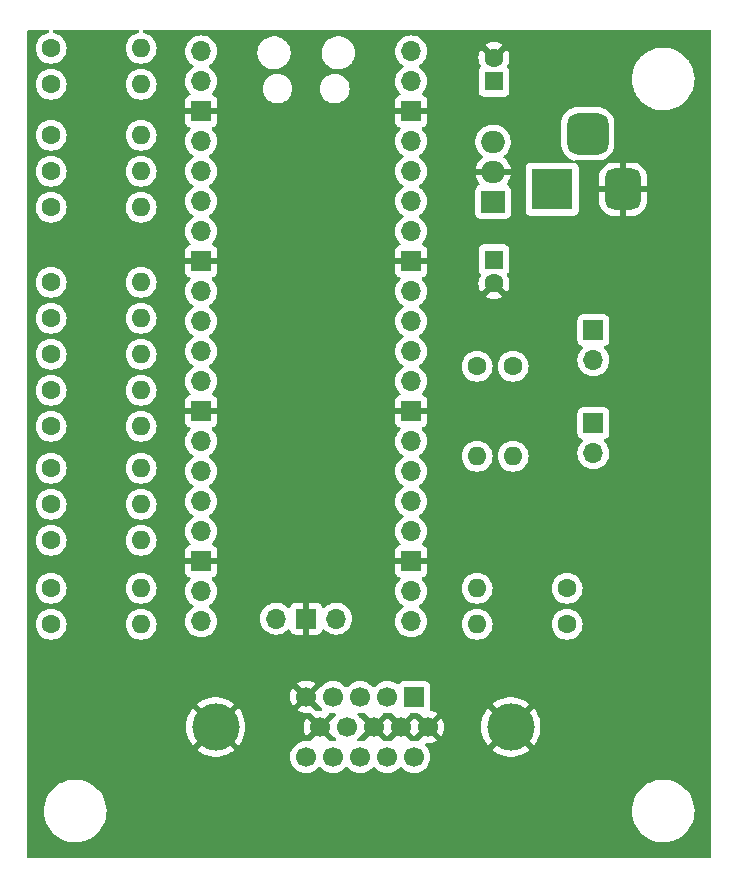
<source format=gbr>
G04 #@! TF.GenerationSoftware,KiCad,Pcbnew,6.0.10-1.fc36*
G04 #@! TF.CreationDate,2023-01-09T12:43:08-05:00*
G04 #@! TF.ProjectId,my_vga_board,6d795f76-6761-45f6-926f-6172642e6b69,v01*
G04 #@! TF.SameCoordinates,Original*
G04 #@! TF.FileFunction,Copper,L2,Bot*
G04 #@! TF.FilePolarity,Positive*
%FSLAX46Y46*%
G04 Gerber Fmt 4.6, Leading zero omitted, Abs format (unit mm)*
G04 Created by KiCad (PCBNEW 6.0.10-1.fc36) date 2023-01-09 12:43:08*
%MOMM*%
%LPD*%
G01*
G04 APERTURE LIST*
G04 Aperture macros list*
%AMRoundRect*
0 Rectangle with rounded corners*
0 $1 Rounding radius*
0 $2 $3 $4 $5 $6 $7 $8 $9 X,Y pos of 4 corners*
0 Add a 4 corners polygon primitive as box body*
4,1,4,$2,$3,$4,$5,$6,$7,$8,$9,$2,$3,0*
0 Add four circle primitives for the rounded corners*
1,1,$1+$1,$2,$3*
1,1,$1+$1,$4,$5*
1,1,$1+$1,$6,$7*
1,1,$1+$1,$8,$9*
0 Add four rect primitives between the rounded corners*
20,1,$1+$1,$2,$3,$4,$5,0*
20,1,$1+$1,$4,$5,$6,$7,0*
20,1,$1+$1,$6,$7,$8,$9,0*
20,1,$1+$1,$8,$9,$2,$3,0*%
G04 Aperture macros list end*
G04 #@! TA.AperFunction,ComponentPad*
%ADD10C,1.600000*%
G04 #@! TD*
G04 #@! TA.AperFunction,ComponentPad*
%ADD11O,1.600000X1.600000*%
G04 #@! TD*
G04 #@! TA.AperFunction,ComponentPad*
%ADD12R,1.600000X1.600000*%
G04 #@! TD*
G04 #@! TA.AperFunction,ComponentPad*
%ADD13R,1.700000X1.700000*%
G04 #@! TD*
G04 #@! TA.AperFunction,ComponentPad*
%ADD14O,1.700000X1.700000*%
G04 #@! TD*
G04 #@! TA.AperFunction,ComponentPad*
%ADD15R,2.000000X1.905000*%
G04 #@! TD*
G04 #@! TA.AperFunction,ComponentPad*
%ADD16O,2.000000X1.905000*%
G04 #@! TD*
G04 #@! TA.AperFunction,ComponentPad*
%ADD17C,4.000000*%
G04 #@! TD*
G04 #@! TA.AperFunction,ComponentPad*
%ADD18C,1.700000*%
G04 #@! TD*
G04 #@! TA.AperFunction,ComponentPad*
%ADD19R,3.500000X3.500000*%
G04 #@! TD*
G04 #@! TA.AperFunction,ComponentPad*
%ADD20RoundRect,0.750000X0.750000X1.000000X-0.750000X1.000000X-0.750000X-1.000000X0.750000X-1.000000X0*%
G04 #@! TD*
G04 #@! TA.AperFunction,ComponentPad*
%ADD21RoundRect,0.875000X0.875000X0.875000X-0.875000X0.875000X-0.875000X-0.875000X0.875000X-0.875000X0*%
G04 #@! TD*
G04 APERTURE END LIST*
D10*
X128010000Y-112216000D03*
D11*
X135630000Y-112216000D03*
D10*
X128010000Y-102056000D03*
D11*
X135630000Y-102056000D03*
D12*
X165506000Y-69287612D03*
D10*
X165506000Y-67287612D03*
X128010000Y-69544000D03*
D11*
X135630000Y-69544000D03*
D10*
X128010000Y-105104000D03*
D11*
X135630000Y-105104000D03*
D10*
X128010000Y-98500000D03*
D11*
X135630000Y-98500000D03*
D10*
X128010000Y-86308000D03*
D11*
X135630000Y-86308000D03*
D10*
X128010000Y-108152000D03*
D11*
X135630000Y-108152000D03*
D10*
X128010000Y-115264000D03*
D11*
X135630000Y-115264000D03*
D13*
X173927000Y-98241000D03*
D14*
X173927000Y-100781000D03*
D10*
X171698000Y-112216000D03*
D11*
X164078000Y-112216000D03*
D10*
X128010000Y-66496000D03*
D11*
X135630000Y-66496000D03*
D10*
X128010000Y-79958000D03*
D11*
X135630000Y-79958000D03*
D15*
X165435000Y-79508500D03*
D16*
X165435000Y-76968500D03*
X165435000Y-74428500D03*
D12*
X165506000Y-84395388D03*
D10*
X165506000Y-86395388D03*
D17*
X141937000Y-123952000D03*
X166927000Y-123952000D03*
D13*
X158762000Y-121412000D03*
D18*
X156472000Y-121412000D03*
X154182000Y-121412000D03*
X151892000Y-121412000D03*
X149602000Y-121412000D03*
X159907000Y-123952000D03*
X157617000Y-123952000D03*
X155327000Y-123952000D03*
X153037000Y-123952000D03*
X150747000Y-123952000D03*
X158762000Y-126492000D03*
X156472000Y-126492000D03*
X154182000Y-126492000D03*
X151892000Y-126492000D03*
X149602000Y-126492000D03*
D13*
X173927000Y-90367000D03*
D14*
X173927000Y-92907000D03*
D19*
X170428000Y-78427500D03*
D20*
X176428000Y-78427500D03*
D21*
X173428000Y-73727500D03*
D10*
X128010000Y-73862000D03*
D11*
X135630000Y-73862000D03*
D10*
X171698000Y-115264000D03*
D11*
X164078000Y-115264000D03*
D10*
X128010000Y-95452000D03*
D11*
X135630000Y-95452000D03*
D10*
X164078000Y-93420000D03*
D11*
X164078000Y-101040000D03*
D10*
X128010000Y-76910000D03*
D11*
X135630000Y-76910000D03*
D10*
X128010000Y-92404000D03*
D11*
X135630000Y-92404000D03*
D14*
X140710000Y-66750000D03*
X140710000Y-69290000D03*
D13*
X140710000Y-71830000D03*
D14*
X140710000Y-74370000D03*
X140710000Y-76910000D03*
X140710000Y-79450000D03*
X140710000Y-81990000D03*
D13*
X140710000Y-84530000D03*
D14*
X140710000Y-87070000D03*
X140710000Y-89610000D03*
X140710000Y-92150000D03*
X140710000Y-94690000D03*
D13*
X140710000Y-97230000D03*
D14*
X140710000Y-99770000D03*
X140710000Y-102310000D03*
X140710000Y-104850000D03*
X140710000Y-107390000D03*
D13*
X140710000Y-109930000D03*
D14*
X140710000Y-112470000D03*
X140710000Y-115010000D03*
X158490000Y-115010000D03*
X158490000Y-112470000D03*
D13*
X158490000Y-109930000D03*
D14*
X158490000Y-107390000D03*
X158490000Y-104850000D03*
X158490000Y-102310000D03*
X158490000Y-99770000D03*
D13*
X158490000Y-97230000D03*
D14*
X158490000Y-94690000D03*
X158490000Y-92150000D03*
X158490000Y-89610000D03*
X158490000Y-87070000D03*
D13*
X158490000Y-84530000D03*
D14*
X158490000Y-81990000D03*
X158490000Y-79450000D03*
X158490000Y-76910000D03*
X158490000Y-74370000D03*
D13*
X158490000Y-71830000D03*
D14*
X158490000Y-69290000D03*
X158490000Y-66750000D03*
X147060000Y-114780000D03*
D13*
X149600000Y-114780000D03*
D14*
X152140000Y-114780000D03*
D10*
X167126000Y-93420000D03*
D11*
X167126000Y-101040000D03*
D10*
X128010000Y-89356000D03*
D11*
X135630000Y-89356000D03*
G04 #@! TA.AperFunction,Conductor*
G36*
X127811944Y-64984502D02*
G01*
X127858437Y-65038158D01*
X127868541Y-65108432D01*
X127839047Y-65173012D01*
X127776434Y-65212207D01*
X127568814Y-65267838D01*
X127568812Y-65267839D01*
X127563504Y-65269261D01*
X127558524Y-65271583D01*
X127558522Y-65271584D01*
X127362247Y-65363109D01*
X127362244Y-65363111D01*
X127357266Y-65365432D01*
X127170861Y-65495953D01*
X127009953Y-65656861D01*
X126879432Y-65843266D01*
X126877111Y-65848244D01*
X126877109Y-65848247D01*
X126806397Y-65999889D01*
X126783261Y-66049504D01*
X126781839Y-66054812D01*
X126781838Y-66054814D01*
X126739172Y-66214046D01*
X126724365Y-66269308D01*
X126704532Y-66496000D01*
X126724365Y-66722692D01*
X126725789Y-66728005D01*
X126725789Y-66728007D01*
X126778057Y-66923073D01*
X126783261Y-66942496D01*
X126785583Y-66947476D01*
X126785584Y-66947478D01*
X126845320Y-67075580D01*
X126879432Y-67148734D01*
X127009953Y-67335139D01*
X127170861Y-67496047D01*
X127357266Y-67626568D01*
X127362244Y-67628889D01*
X127362247Y-67628891D01*
X127526700Y-67705577D01*
X127563504Y-67722739D01*
X127568812Y-67724161D01*
X127568814Y-67724162D01*
X127777993Y-67780211D01*
X127777995Y-67780211D01*
X127783308Y-67781635D01*
X128010000Y-67801468D01*
X128236692Y-67781635D01*
X128242005Y-67780211D01*
X128242007Y-67780211D01*
X128451186Y-67724162D01*
X128451188Y-67724161D01*
X128456496Y-67722739D01*
X128493300Y-67705577D01*
X128657753Y-67628891D01*
X128657756Y-67628889D01*
X128662734Y-67626568D01*
X128849139Y-67496047D01*
X129010047Y-67335139D01*
X129140568Y-67148734D01*
X129174681Y-67075580D01*
X129234416Y-66947478D01*
X129234417Y-66947476D01*
X129236739Y-66942496D01*
X129241944Y-66923073D01*
X129294211Y-66728007D01*
X129294211Y-66728005D01*
X129295635Y-66722692D01*
X129315468Y-66496000D01*
X129295635Y-66269308D01*
X129280828Y-66214046D01*
X129238162Y-66054814D01*
X129238161Y-66054812D01*
X129236739Y-66049504D01*
X129213603Y-65999889D01*
X129142891Y-65848247D01*
X129142889Y-65848244D01*
X129140568Y-65843266D01*
X129010047Y-65656861D01*
X128849139Y-65495953D01*
X128662734Y-65365432D01*
X128657756Y-65363111D01*
X128657753Y-65363109D01*
X128461478Y-65271584D01*
X128461476Y-65271583D01*
X128456496Y-65269261D01*
X128451188Y-65267839D01*
X128451186Y-65267838D01*
X128243566Y-65212207D01*
X128182943Y-65175255D01*
X128151922Y-65111395D01*
X128160350Y-65040900D01*
X128205553Y-64986153D01*
X128276177Y-64964500D01*
X135363823Y-64964500D01*
X135431944Y-64984502D01*
X135478437Y-65038158D01*
X135488541Y-65108432D01*
X135459047Y-65173012D01*
X135396434Y-65212207D01*
X135188814Y-65267838D01*
X135188812Y-65267839D01*
X135183504Y-65269261D01*
X135178524Y-65271583D01*
X135178522Y-65271584D01*
X134982247Y-65363109D01*
X134982244Y-65363111D01*
X134977266Y-65365432D01*
X134790861Y-65495953D01*
X134629953Y-65656861D01*
X134499432Y-65843266D01*
X134497111Y-65848244D01*
X134497109Y-65848247D01*
X134426397Y-65999889D01*
X134403261Y-66049504D01*
X134401839Y-66054812D01*
X134401838Y-66054814D01*
X134359172Y-66214046D01*
X134344365Y-66269308D01*
X134324532Y-66496000D01*
X134344365Y-66722692D01*
X134345789Y-66728005D01*
X134345789Y-66728007D01*
X134398057Y-66923073D01*
X134403261Y-66942496D01*
X134405583Y-66947476D01*
X134405584Y-66947478D01*
X134465320Y-67075580D01*
X134499432Y-67148734D01*
X134629953Y-67335139D01*
X134790861Y-67496047D01*
X134977266Y-67626568D01*
X134982244Y-67628889D01*
X134982247Y-67628891D01*
X135146700Y-67705577D01*
X135183504Y-67722739D01*
X135188812Y-67724161D01*
X135188814Y-67724162D01*
X135397993Y-67780211D01*
X135397995Y-67780211D01*
X135403308Y-67781635D01*
X135630000Y-67801468D01*
X135856692Y-67781635D01*
X135862005Y-67780211D01*
X135862007Y-67780211D01*
X136071186Y-67724162D01*
X136071188Y-67724161D01*
X136076496Y-67722739D01*
X136113300Y-67705577D01*
X136277753Y-67628891D01*
X136277756Y-67628889D01*
X136282734Y-67626568D01*
X136469139Y-67496047D01*
X136630047Y-67335139D01*
X136760568Y-67148734D01*
X136794681Y-67075580D01*
X136854416Y-66947478D01*
X136854417Y-66947476D01*
X136856739Y-66942496D01*
X136861944Y-66923073D01*
X136914211Y-66728007D01*
X136914211Y-66728005D01*
X136915635Y-66722692D01*
X136935468Y-66496000D01*
X136915635Y-66269308D01*
X136900828Y-66214046D01*
X136858162Y-66054814D01*
X136858161Y-66054812D01*
X136856739Y-66049504D01*
X136833603Y-65999889D01*
X136762891Y-65848247D01*
X136762889Y-65848244D01*
X136760568Y-65843266D01*
X136630047Y-65656861D01*
X136469139Y-65495953D01*
X136282734Y-65365432D01*
X136277756Y-65363111D01*
X136277753Y-65363109D01*
X136081478Y-65271584D01*
X136081476Y-65271583D01*
X136076496Y-65269261D01*
X136071188Y-65267839D01*
X136071186Y-65267838D01*
X135863566Y-65212207D01*
X135802943Y-65175255D01*
X135771922Y-65111395D01*
X135780350Y-65040900D01*
X135825553Y-64986153D01*
X135896177Y-64964500D01*
X183771500Y-64964500D01*
X183839621Y-64984502D01*
X183886114Y-65038158D01*
X183897500Y-65090500D01*
X183897500Y-134957500D01*
X183877498Y-135025621D01*
X183823842Y-135072114D01*
X183771500Y-135083500D01*
X126096500Y-135083500D01*
X126028379Y-135063498D01*
X125981886Y-135009842D01*
X125970500Y-134957500D01*
X125970500Y-131110346D01*
X127392867Y-131110346D01*
X127418307Y-131433579D01*
X127482948Y-131751304D01*
X127585829Y-132058782D01*
X127725415Y-132351430D01*
X127899625Y-132624885D01*
X128105863Y-132875072D01*
X128341054Y-133098259D01*
X128601691Y-133291121D01*
X128742790Y-133370951D01*
X128880532Y-133448882D01*
X128880536Y-133448884D01*
X128883889Y-133450781D01*
X129183442Y-133574860D01*
X129495883Y-133661507D01*
X129816555Y-133709432D01*
X129819853Y-133709576D01*
X129931257Y-133714440D01*
X129931261Y-133714440D01*
X129932633Y-133714500D01*
X130130354Y-133714500D01*
X130371629Y-133699743D01*
X130375412Y-133699042D01*
X130375419Y-133699041D01*
X130577931Y-133661507D01*
X130690433Y-133640656D01*
X130903785Y-133573386D01*
X130995987Y-133544315D01*
X130995990Y-133544314D01*
X130999659Y-133543157D01*
X131003156Y-133541563D01*
X131003162Y-133541561D01*
X131291191Y-133410299D01*
X131291195Y-133410297D01*
X131294699Y-133408700D01*
X131571153Y-133239289D01*
X131574157Y-133236899D01*
X131574162Y-133236896D01*
X131698027Y-133138369D01*
X131824901Y-133037449D01*
X131827595Y-133034708D01*
X131827599Y-133034704D01*
X132049463Y-132808932D01*
X132052159Y-132806189D01*
X132138945Y-132693088D01*
X132247205Y-132552001D01*
X132247210Y-132551993D01*
X132249540Y-132548957D01*
X132414101Y-132269589D01*
X132543389Y-131972247D01*
X132635476Y-131661366D01*
X132688990Y-131341579D01*
X132699086Y-131110346D01*
X177176867Y-131110346D01*
X177202307Y-131433579D01*
X177266948Y-131751304D01*
X177369829Y-132058782D01*
X177509415Y-132351430D01*
X177683625Y-132624885D01*
X177889863Y-132875072D01*
X178125054Y-133098259D01*
X178385691Y-133291121D01*
X178526790Y-133370951D01*
X178664532Y-133448882D01*
X178664536Y-133448884D01*
X178667889Y-133450781D01*
X178967442Y-133574860D01*
X179279883Y-133661507D01*
X179600555Y-133709432D01*
X179603853Y-133709576D01*
X179715257Y-133714440D01*
X179715261Y-133714440D01*
X179716633Y-133714500D01*
X179914354Y-133714500D01*
X180155629Y-133699743D01*
X180159412Y-133699042D01*
X180159419Y-133699041D01*
X180361931Y-133661507D01*
X180474433Y-133640656D01*
X180687785Y-133573386D01*
X180779987Y-133544315D01*
X180779990Y-133544314D01*
X180783659Y-133543157D01*
X180787156Y-133541563D01*
X180787162Y-133541561D01*
X181075191Y-133410299D01*
X181075195Y-133410297D01*
X181078699Y-133408700D01*
X181355153Y-133239289D01*
X181358157Y-133236899D01*
X181358162Y-133236896D01*
X181482027Y-133138369D01*
X181608901Y-133037449D01*
X181611595Y-133034708D01*
X181611599Y-133034704D01*
X181833463Y-132808932D01*
X181836159Y-132806189D01*
X181922945Y-132693088D01*
X182031205Y-132552001D01*
X182031210Y-132551993D01*
X182033540Y-132548957D01*
X182198101Y-132269589D01*
X182327389Y-131972247D01*
X182419476Y-131661366D01*
X182472990Y-131341579D01*
X182487133Y-131017654D01*
X182461693Y-130694421D01*
X182397052Y-130376696D01*
X182294171Y-130069218D01*
X182154585Y-129776570D01*
X181980375Y-129503115D01*
X181774137Y-129252928D01*
X181538946Y-129029741D01*
X181278309Y-128836879D01*
X181137210Y-128757049D01*
X180999468Y-128679118D01*
X180999464Y-128679116D01*
X180996111Y-128677219D01*
X180696558Y-128553140D01*
X180384117Y-128466493D01*
X180063445Y-128418568D01*
X180060147Y-128418424D01*
X179948743Y-128413560D01*
X179948739Y-128413560D01*
X179947367Y-128413500D01*
X179749646Y-128413500D01*
X179508371Y-128428257D01*
X179504588Y-128428958D01*
X179504581Y-128428959D01*
X179348969Y-128457800D01*
X179189567Y-128487344D01*
X179004930Y-128545560D01*
X178884013Y-128583685D01*
X178884010Y-128583686D01*
X178880341Y-128584843D01*
X178876844Y-128586437D01*
X178876838Y-128586439D01*
X178588809Y-128717701D01*
X178588805Y-128717703D01*
X178585301Y-128719300D01*
X178308847Y-128888711D01*
X178305843Y-128891101D01*
X178305838Y-128891104D01*
X178181973Y-128989631D01*
X178055099Y-129090551D01*
X178052405Y-129093292D01*
X178052401Y-129093296D01*
X177937515Y-129210206D01*
X177827841Y-129321811D01*
X177741055Y-129434912D01*
X177632795Y-129575999D01*
X177632790Y-129576007D01*
X177630460Y-129579043D01*
X177465899Y-129858411D01*
X177336611Y-130155753D01*
X177244524Y-130466634D01*
X177191010Y-130786421D01*
X177176867Y-131110346D01*
X132699086Y-131110346D01*
X132703133Y-131017654D01*
X132677693Y-130694421D01*
X132613052Y-130376696D01*
X132510171Y-130069218D01*
X132370585Y-129776570D01*
X132196375Y-129503115D01*
X131990137Y-129252928D01*
X131754946Y-129029741D01*
X131494309Y-128836879D01*
X131353210Y-128757049D01*
X131215468Y-128679118D01*
X131215464Y-128679116D01*
X131212111Y-128677219D01*
X130912558Y-128553140D01*
X130600117Y-128466493D01*
X130279445Y-128418568D01*
X130276147Y-128418424D01*
X130164743Y-128413560D01*
X130164739Y-128413560D01*
X130163367Y-128413500D01*
X129965646Y-128413500D01*
X129724371Y-128428257D01*
X129720588Y-128428958D01*
X129720581Y-128428959D01*
X129564969Y-128457800D01*
X129405567Y-128487344D01*
X129220930Y-128545560D01*
X129100013Y-128583685D01*
X129100010Y-128583686D01*
X129096341Y-128584843D01*
X129092844Y-128586437D01*
X129092838Y-128586439D01*
X128804809Y-128717701D01*
X128804805Y-128717703D01*
X128801301Y-128719300D01*
X128524847Y-128888711D01*
X128521843Y-128891101D01*
X128521838Y-128891104D01*
X128397973Y-128989631D01*
X128271099Y-129090551D01*
X128268405Y-129093292D01*
X128268401Y-129093296D01*
X128153515Y-129210206D01*
X128043841Y-129321811D01*
X127957055Y-129434912D01*
X127848795Y-129575999D01*
X127848790Y-129576007D01*
X127846460Y-129579043D01*
X127681899Y-129858411D01*
X127552611Y-130155753D01*
X127460524Y-130466634D01*
X127407010Y-130786421D01*
X127392867Y-131110346D01*
X125970500Y-131110346D01*
X125970500Y-126492000D01*
X148246341Y-126492000D01*
X148266937Y-126727408D01*
X148328097Y-126955663D01*
X148427965Y-127169829D01*
X148563505Y-127363401D01*
X148730599Y-127530495D01*
X148735107Y-127533652D01*
X148735110Y-127533654D01*
X148919661Y-127662878D01*
X148924170Y-127666035D01*
X148929152Y-127668358D01*
X148929157Y-127668361D01*
X149133355Y-127763580D01*
X149138337Y-127765903D01*
X149143645Y-127767325D01*
X149143647Y-127767326D01*
X149361277Y-127825639D01*
X149366592Y-127827063D01*
X149602000Y-127847659D01*
X149837408Y-127827063D01*
X149842723Y-127825639D01*
X150060353Y-127767326D01*
X150060355Y-127767325D01*
X150065663Y-127765903D01*
X150070645Y-127763580D01*
X150274843Y-127668361D01*
X150274848Y-127668358D01*
X150279830Y-127666035D01*
X150284339Y-127662878D01*
X150468890Y-127533654D01*
X150468893Y-127533652D01*
X150473401Y-127530495D01*
X150640495Y-127363401D01*
X150643790Y-127358695D01*
X150643872Y-127358629D01*
X150647187Y-127354679D01*
X150647981Y-127355345D01*
X150699249Y-127314369D01*
X150769869Y-127307063D01*
X150833228Y-127339097D01*
X150846765Y-127354719D01*
X150846813Y-127354679D01*
X150849352Y-127357705D01*
X150850209Y-127358694D01*
X150853505Y-127363401D01*
X151020599Y-127530495D01*
X151025107Y-127533652D01*
X151025110Y-127533654D01*
X151209661Y-127662878D01*
X151214170Y-127666035D01*
X151219152Y-127668358D01*
X151219157Y-127668361D01*
X151423355Y-127763580D01*
X151428337Y-127765903D01*
X151433645Y-127767325D01*
X151433647Y-127767326D01*
X151651277Y-127825639D01*
X151656592Y-127827063D01*
X151892000Y-127847659D01*
X152127408Y-127827063D01*
X152132723Y-127825639D01*
X152350353Y-127767326D01*
X152350355Y-127767325D01*
X152355663Y-127765903D01*
X152360645Y-127763580D01*
X152564843Y-127668361D01*
X152564848Y-127668358D01*
X152569830Y-127666035D01*
X152574339Y-127662878D01*
X152758890Y-127533654D01*
X152758893Y-127533652D01*
X152763401Y-127530495D01*
X152930495Y-127363401D01*
X152933790Y-127358695D01*
X152933872Y-127358629D01*
X152937187Y-127354679D01*
X152937981Y-127355345D01*
X152989249Y-127314369D01*
X153059869Y-127307063D01*
X153123228Y-127339097D01*
X153136765Y-127354719D01*
X153136813Y-127354679D01*
X153139352Y-127357705D01*
X153140209Y-127358694D01*
X153143505Y-127363401D01*
X153310599Y-127530495D01*
X153315107Y-127533652D01*
X153315110Y-127533654D01*
X153499661Y-127662878D01*
X153504170Y-127666035D01*
X153509152Y-127668358D01*
X153509157Y-127668361D01*
X153713355Y-127763580D01*
X153718337Y-127765903D01*
X153723645Y-127767325D01*
X153723647Y-127767326D01*
X153941277Y-127825639D01*
X153946592Y-127827063D01*
X154182000Y-127847659D01*
X154417408Y-127827063D01*
X154422723Y-127825639D01*
X154640353Y-127767326D01*
X154640355Y-127767325D01*
X154645663Y-127765903D01*
X154650645Y-127763580D01*
X154854843Y-127668361D01*
X154854848Y-127668358D01*
X154859830Y-127666035D01*
X154864339Y-127662878D01*
X155048890Y-127533654D01*
X155048893Y-127533652D01*
X155053401Y-127530495D01*
X155220495Y-127363401D01*
X155223790Y-127358695D01*
X155223872Y-127358629D01*
X155227187Y-127354679D01*
X155227981Y-127355345D01*
X155279249Y-127314369D01*
X155349869Y-127307063D01*
X155413228Y-127339097D01*
X155426765Y-127354719D01*
X155426813Y-127354679D01*
X155429352Y-127357705D01*
X155430209Y-127358694D01*
X155433505Y-127363401D01*
X155600599Y-127530495D01*
X155605107Y-127533652D01*
X155605110Y-127533654D01*
X155789661Y-127662878D01*
X155794170Y-127666035D01*
X155799152Y-127668358D01*
X155799157Y-127668361D01*
X156003355Y-127763580D01*
X156008337Y-127765903D01*
X156013645Y-127767325D01*
X156013647Y-127767326D01*
X156231277Y-127825639D01*
X156236592Y-127827063D01*
X156472000Y-127847659D01*
X156707408Y-127827063D01*
X156712723Y-127825639D01*
X156930353Y-127767326D01*
X156930355Y-127767325D01*
X156935663Y-127765903D01*
X156940645Y-127763580D01*
X157144843Y-127668361D01*
X157144848Y-127668358D01*
X157149830Y-127666035D01*
X157154339Y-127662878D01*
X157338890Y-127533654D01*
X157338893Y-127533652D01*
X157343401Y-127530495D01*
X157510495Y-127363401D01*
X157513790Y-127358695D01*
X157513872Y-127358629D01*
X157517187Y-127354679D01*
X157517981Y-127355345D01*
X157569249Y-127314369D01*
X157639869Y-127307063D01*
X157703228Y-127339097D01*
X157716765Y-127354719D01*
X157716813Y-127354679D01*
X157719352Y-127357705D01*
X157720209Y-127358694D01*
X157723505Y-127363401D01*
X157890599Y-127530495D01*
X157895107Y-127533652D01*
X157895110Y-127533654D01*
X158079661Y-127662878D01*
X158084170Y-127666035D01*
X158089152Y-127668358D01*
X158089157Y-127668361D01*
X158293355Y-127763580D01*
X158298337Y-127765903D01*
X158303645Y-127767325D01*
X158303647Y-127767326D01*
X158521277Y-127825639D01*
X158526592Y-127827063D01*
X158762000Y-127847659D01*
X158997408Y-127827063D01*
X159002723Y-127825639D01*
X159220353Y-127767326D01*
X159220355Y-127767325D01*
X159225663Y-127765903D01*
X159230645Y-127763580D01*
X159434843Y-127668361D01*
X159434848Y-127668358D01*
X159439830Y-127666035D01*
X159444339Y-127662878D01*
X159628890Y-127533654D01*
X159628893Y-127533652D01*
X159633401Y-127530495D01*
X159800495Y-127363401D01*
X159936035Y-127169829D01*
X160035903Y-126955663D01*
X160097063Y-126727408D01*
X160117659Y-126492000D01*
X160097063Y-126256592D01*
X160035903Y-126028337D01*
X159975318Y-125898413D01*
X159975119Y-125897987D01*
X165345721Y-125897987D01*
X165354548Y-125909605D01*
X165577281Y-126071430D01*
X165583961Y-126075670D01*
X165853572Y-126223890D01*
X165860707Y-126227247D01*
X166146770Y-126340508D01*
X166154296Y-126342953D01*
X166452279Y-126419462D01*
X166460050Y-126420945D01*
X166765278Y-126459503D01*
X166773169Y-126460000D01*
X167080831Y-126460000D01*
X167088722Y-126459503D01*
X167393950Y-126420945D01*
X167401721Y-126419462D01*
X167699704Y-126342953D01*
X167707230Y-126340508D01*
X167993293Y-126227247D01*
X168000428Y-126223890D01*
X168270039Y-126075670D01*
X168276719Y-126071430D01*
X168499823Y-125909336D01*
X168508246Y-125898413D01*
X168501342Y-125885552D01*
X166939812Y-124324022D01*
X166925868Y-124316408D01*
X166924035Y-124316539D01*
X166917420Y-124320790D01*
X165352334Y-125885876D01*
X165345721Y-125897987D01*
X159975119Y-125897987D01*
X159938358Y-125819152D01*
X159938356Y-125819149D01*
X159936035Y-125814171D01*
X159800495Y-125620599D01*
X159701802Y-125521906D01*
X159667776Y-125459594D01*
X159672841Y-125388779D01*
X159715388Y-125331943D01*
X159781908Y-125307132D01*
X159795514Y-125306896D01*
X159963650Y-125313062D01*
X159973936Y-125312595D01*
X160185185Y-125285534D01*
X160195262Y-125283392D01*
X160399255Y-125222191D01*
X160408842Y-125218433D01*
X160600098Y-125124738D01*
X160608944Y-125119465D01*
X160656247Y-125085723D01*
X160664648Y-125075023D01*
X160657660Y-125061870D01*
X159919812Y-124324022D01*
X159905868Y-124316408D01*
X159904035Y-124316539D01*
X159897420Y-124320790D01*
X159153736Y-125064474D01*
X159137071Y-125094993D01*
X159086869Y-125145195D01*
X159017494Y-125160286D01*
X159004601Y-125158692D01*
X159002719Y-125158360D01*
X158997408Y-125156937D01*
X158991935Y-125156458D01*
X158991934Y-125156458D01*
X158767475Y-125136820D01*
X158762000Y-125136341D01*
X158526592Y-125156937D01*
X158521276Y-125158361D01*
X158517875Y-125158961D01*
X158447315Y-125151092D01*
X158392211Y-125106325D01*
X158384720Y-125093985D01*
X158367660Y-125061870D01*
X157629812Y-124324022D01*
X157615868Y-124316408D01*
X157614035Y-124316539D01*
X157607420Y-124320790D01*
X156863736Y-125064474D01*
X156847071Y-125094993D01*
X156796869Y-125145195D01*
X156727494Y-125160286D01*
X156714601Y-125158692D01*
X156712719Y-125158360D01*
X156707408Y-125156937D01*
X156701935Y-125156458D01*
X156701934Y-125156458D01*
X156477475Y-125136820D01*
X156472000Y-125136341D01*
X156236592Y-125156937D01*
X156231276Y-125158361D01*
X156227875Y-125158961D01*
X156157315Y-125151092D01*
X156102211Y-125106325D01*
X156094720Y-125093985D01*
X156077660Y-125061870D01*
X155339812Y-124324022D01*
X155325868Y-124316408D01*
X155324035Y-124316539D01*
X155317420Y-124320790D01*
X154573736Y-125064474D01*
X154557071Y-125094993D01*
X154506869Y-125145195D01*
X154437494Y-125160286D01*
X154424601Y-125158692D01*
X154422719Y-125158360D01*
X154417408Y-125156937D01*
X154411935Y-125156458D01*
X154411934Y-125156458D01*
X154187475Y-125136820D01*
X154182000Y-125136341D01*
X154176525Y-125136820D01*
X154176514Y-125136820D01*
X154067204Y-125146384D01*
X153997599Y-125132396D01*
X153946607Y-125082997D01*
X153930416Y-125013871D01*
X153954168Y-124946965D01*
X153967127Y-124931769D01*
X154075495Y-124823401D01*
X154113312Y-124769392D01*
X154168768Y-124725064D01*
X154171804Y-124724722D01*
X154212693Y-124707097D01*
X154954978Y-123964812D01*
X154961356Y-123953132D01*
X155691408Y-123953132D01*
X155691539Y-123954965D01*
X155695790Y-123961580D01*
X156437474Y-124703264D01*
X156451418Y-124710879D01*
X156462109Y-124710114D01*
X156491696Y-124711488D01*
X156492281Y-124711585D01*
X156502694Y-124707096D01*
X157244978Y-123964812D01*
X157251356Y-123953132D01*
X157981408Y-123953132D01*
X157981539Y-123954965D01*
X157985790Y-123961580D01*
X158727474Y-124703264D01*
X158741418Y-124710879D01*
X158752109Y-124710114D01*
X158781696Y-124711488D01*
X158782281Y-124711585D01*
X158792694Y-124707096D01*
X159534978Y-123964812D01*
X159541356Y-123953132D01*
X160271408Y-123953132D01*
X160271539Y-123954965D01*
X160275790Y-123961580D01*
X161017474Y-124703264D01*
X161029484Y-124709823D01*
X161041223Y-124700855D01*
X161072004Y-124658019D01*
X161077315Y-124649180D01*
X161171670Y-124458267D01*
X161175469Y-124448672D01*
X161237376Y-124244915D01*
X161239555Y-124234834D01*
X161267590Y-124021887D01*
X161268109Y-124015212D01*
X161269557Y-123955958D01*
X164414290Y-123955958D01*
X164433607Y-124262994D01*
X164434600Y-124270855D01*
X164492246Y-124573046D01*
X164494217Y-124580723D01*
X164589284Y-124873309D01*
X164592199Y-124880672D01*
X164723189Y-125159041D01*
X164727001Y-125165974D01*
X164891851Y-125425736D01*
X164896495Y-125432129D01*
X164971497Y-125522790D01*
X164984014Y-125531245D01*
X164994752Y-125525038D01*
X166554978Y-123964812D01*
X166561356Y-123953132D01*
X167291408Y-123953132D01*
X167291539Y-123954965D01*
X167295790Y-123961580D01*
X168858145Y-125523935D01*
X168871407Y-125531177D01*
X168881512Y-125523988D01*
X168957505Y-125432129D01*
X168962149Y-125425736D01*
X169126999Y-125165974D01*
X169130811Y-125159041D01*
X169261801Y-124880672D01*
X169264716Y-124873309D01*
X169359783Y-124580723D01*
X169361754Y-124573046D01*
X169419400Y-124270855D01*
X169420393Y-124262994D01*
X169439710Y-123955958D01*
X169439710Y-123948042D01*
X169420393Y-123641006D01*
X169419400Y-123633145D01*
X169361754Y-123330954D01*
X169359783Y-123323277D01*
X169264716Y-123030691D01*
X169261801Y-123023328D01*
X169130811Y-122744959D01*
X169126999Y-122738026D01*
X168962149Y-122478264D01*
X168957505Y-122471871D01*
X168882503Y-122381210D01*
X168869986Y-122372755D01*
X168859248Y-122378962D01*
X167299022Y-123939188D01*
X167291408Y-123953132D01*
X166561356Y-123953132D01*
X166562592Y-123950868D01*
X166562461Y-123949035D01*
X166558210Y-123942420D01*
X164995855Y-122380065D01*
X164982593Y-122372823D01*
X164972488Y-122380012D01*
X164896495Y-122471871D01*
X164891851Y-122478264D01*
X164727001Y-122738026D01*
X164723189Y-122744959D01*
X164592199Y-123023328D01*
X164589284Y-123030691D01*
X164494217Y-123323277D01*
X164492246Y-123330954D01*
X164434600Y-123633145D01*
X164433607Y-123641006D01*
X164414290Y-123948042D01*
X164414290Y-123955958D01*
X161269557Y-123955958D01*
X161269572Y-123955364D01*
X161269378Y-123948646D01*
X161251781Y-123734604D01*
X161250096Y-123724424D01*
X161198214Y-123517875D01*
X161194894Y-123508124D01*
X161109972Y-123312814D01*
X161105105Y-123303739D01*
X161040063Y-123203197D01*
X161029377Y-123193995D01*
X161019812Y-123198398D01*
X160279022Y-123939188D01*
X160271408Y-123953132D01*
X159541356Y-123953132D01*
X159542592Y-123950868D01*
X159542461Y-123949035D01*
X159538210Y-123942420D01*
X158796850Y-123201060D01*
X158782906Y-123193445D01*
X158769363Y-123194414D01*
X158742819Y-123193506D01*
X158740997Y-123193250D01*
X158729811Y-123198399D01*
X157989022Y-123939188D01*
X157981408Y-123953132D01*
X157251356Y-123953132D01*
X157252592Y-123950868D01*
X157252461Y-123949035D01*
X157248210Y-123942420D01*
X156506850Y-123201060D01*
X156492906Y-123193445D01*
X156479363Y-123194414D01*
X156452819Y-123193506D01*
X156450997Y-123193250D01*
X156439811Y-123198399D01*
X155699022Y-123939188D01*
X155691408Y-123953132D01*
X154961356Y-123953132D01*
X154962592Y-123950868D01*
X154962461Y-123949035D01*
X154958210Y-123942420D01*
X154216849Y-123201059D01*
X154180778Y-123181362D01*
X154158684Y-123176556D01*
X154115856Y-123138240D01*
X154075495Y-123080599D01*
X153967127Y-122972231D01*
X153933101Y-122909919D01*
X153938166Y-122839104D01*
X153980713Y-122782268D01*
X154047233Y-122757457D01*
X154067204Y-122757616D01*
X154176514Y-122767180D01*
X154176525Y-122767180D01*
X154182000Y-122767659D01*
X154187475Y-122767180D01*
X154411934Y-122747542D01*
X154411935Y-122747542D01*
X154417408Y-122747063D01*
X154422719Y-122745640D01*
X154425083Y-122745223D01*
X154495642Y-122753090D01*
X154550747Y-122797855D01*
X154557509Y-122808842D01*
X154574965Y-122840755D01*
X155314188Y-123579978D01*
X155328132Y-123587592D01*
X155329965Y-123587461D01*
X155336580Y-123583210D01*
X156080389Y-122839401D01*
X156096981Y-122809016D01*
X156147184Y-122758815D01*
X156216558Y-122743724D01*
X156229446Y-122745317D01*
X156231288Y-122745642D01*
X156236592Y-122747063D01*
X156242063Y-122747542D01*
X156242065Y-122747542D01*
X156466525Y-122767180D01*
X156472000Y-122767659D01*
X156477475Y-122767180D01*
X156701934Y-122747542D01*
X156701935Y-122747542D01*
X156707408Y-122747063D01*
X156712719Y-122745640D01*
X156715083Y-122745223D01*
X156785642Y-122753090D01*
X156840747Y-122797855D01*
X156847509Y-122808842D01*
X156864965Y-122840755D01*
X157604188Y-123579978D01*
X157618132Y-123587592D01*
X157619965Y-123587461D01*
X157626580Y-123583210D01*
X158370389Y-122839401D01*
X158376553Y-122828113D01*
X158426756Y-122777912D01*
X158487140Y-122762500D01*
X158762436Y-122762499D01*
X159037465Y-122762499D01*
X159105585Y-122782501D01*
X159148009Y-122828035D01*
X159154968Y-122840758D01*
X159894188Y-123579978D01*
X159908132Y-123587592D01*
X159909965Y-123587461D01*
X159916580Y-123583210D01*
X160660389Y-122839401D01*
X160667410Y-122826544D01*
X160660611Y-122817213D01*
X160656554Y-122814518D01*
X160470117Y-122711599D01*
X160460705Y-122707369D01*
X160259959Y-122636280D01*
X160249988Y-122633646D01*
X160171447Y-122619656D01*
X160107889Y-122588018D01*
X160071526Y-122527041D01*
X160075561Y-122451380D01*
X160103079Y-122377975D01*
X160103079Y-122377973D01*
X160105851Y-122370580D01*
X160112500Y-122309377D01*
X160112500Y-122005587D01*
X165345754Y-122005587D01*
X165352658Y-122018448D01*
X166914188Y-123579978D01*
X166928132Y-123587592D01*
X166929965Y-123587461D01*
X166936580Y-123583210D01*
X168501666Y-122018124D01*
X168508279Y-122006013D01*
X168499452Y-121994395D01*
X168276719Y-121832570D01*
X168270039Y-121828330D01*
X168000428Y-121680110D01*
X167993293Y-121676753D01*
X167707230Y-121563492D01*
X167699704Y-121561047D01*
X167401721Y-121484538D01*
X167393950Y-121483055D01*
X167088722Y-121444497D01*
X167080831Y-121444000D01*
X166773169Y-121444000D01*
X166765278Y-121444497D01*
X166460050Y-121483055D01*
X166452279Y-121484538D01*
X166154296Y-121561047D01*
X166146770Y-121563492D01*
X165860707Y-121676753D01*
X165853572Y-121680110D01*
X165583961Y-121828330D01*
X165577281Y-121832570D01*
X165354177Y-121994664D01*
X165345754Y-122005587D01*
X160112500Y-122005587D01*
X160112499Y-120514624D01*
X160105851Y-120453420D01*
X160055526Y-120319176D01*
X160050146Y-120311997D01*
X160050144Y-120311994D01*
X159974928Y-120211635D01*
X159969546Y-120204454D01*
X159902509Y-120154212D01*
X159862006Y-120123856D01*
X159862003Y-120123854D01*
X159854824Y-120118474D01*
X159747821Y-120078361D01*
X159727975Y-120070921D01*
X159727973Y-120070921D01*
X159720580Y-120068149D01*
X159712730Y-120067296D01*
X159712729Y-120067296D01*
X159662774Y-120061869D01*
X159662773Y-120061869D01*
X159659377Y-120061500D01*
X158762132Y-120061500D01*
X157864624Y-120061501D01*
X157861230Y-120061870D01*
X157861224Y-120061870D01*
X157811278Y-120067295D01*
X157811274Y-120067296D01*
X157803420Y-120068149D01*
X157669176Y-120118474D01*
X157661997Y-120123854D01*
X157661994Y-120123856D01*
X157621491Y-120154212D01*
X157554454Y-120204454D01*
X157549072Y-120211635D01*
X157471888Y-120314621D01*
X157415029Y-120357136D01*
X157344210Y-120362162D01*
X157298791Y-120342269D01*
X157255554Y-120311994D01*
X157149830Y-120237965D01*
X157144848Y-120235642D01*
X157144843Y-120235639D01*
X156940645Y-120140420D01*
X156940644Y-120140419D01*
X156935663Y-120138097D01*
X156930355Y-120136675D01*
X156930353Y-120136674D01*
X156712723Y-120078361D01*
X156712722Y-120078361D01*
X156707408Y-120076937D01*
X156472000Y-120056341D01*
X156236592Y-120076937D01*
X156231278Y-120078361D01*
X156231277Y-120078361D01*
X156013647Y-120136674D01*
X156013645Y-120136675D01*
X156008337Y-120138097D01*
X156003357Y-120140419D01*
X156003355Y-120140420D01*
X155799152Y-120235642D01*
X155799149Y-120235644D01*
X155794171Y-120237965D01*
X155600599Y-120373505D01*
X155433505Y-120540599D01*
X155430346Y-120545111D01*
X155430210Y-120545305D01*
X155430128Y-120545371D01*
X155426813Y-120549321D01*
X155426019Y-120548655D01*
X155374751Y-120589631D01*
X155304131Y-120596937D01*
X155240772Y-120564903D01*
X155227235Y-120549281D01*
X155227187Y-120549321D01*
X155224648Y-120546295D01*
X155223790Y-120545305D01*
X155223654Y-120545111D01*
X155220495Y-120540599D01*
X155053401Y-120373505D01*
X155048893Y-120370348D01*
X155048890Y-120370346D01*
X154864339Y-120241122D01*
X154864336Y-120241120D01*
X154859830Y-120237965D01*
X154854848Y-120235642D01*
X154854843Y-120235639D01*
X154650645Y-120140420D01*
X154650644Y-120140419D01*
X154645663Y-120138097D01*
X154640355Y-120136675D01*
X154640353Y-120136674D01*
X154422723Y-120078361D01*
X154422722Y-120078361D01*
X154417408Y-120076937D01*
X154182000Y-120056341D01*
X153946592Y-120076937D01*
X153941278Y-120078361D01*
X153941277Y-120078361D01*
X153723647Y-120136674D01*
X153723645Y-120136675D01*
X153718337Y-120138097D01*
X153713357Y-120140419D01*
X153713355Y-120140420D01*
X153509152Y-120235642D01*
X153509149Y-120235644D01*
X153504171Y-120237965D01*
X153310599Y-120373505D01*
X153143505Y-120540599D01*
X153140346Y-120545111D01*
X153140210Y-120545305D01*
X153140128Y-120545371D01*
X153136813Y-120549321D01*
X153136019Y-120548655D01*
X153084751Y-120589631D01*
X153014131Y-120596937D01*
X152950772Y-120564903D01*
X152937235Y-120549281D01*
X152937187Y-120549321D01*
X152934648Y-120546295D01*
X152933790Y-120545305D01*
X152933654Y-120545111D01*
X152930495Y-120540599D01*
X152763401Y-120373505D01*
X152758893Y-120370348D01*
X152758890Y-120370346D01*
X152574339Y-120241122D01*
X152574336Y-120241120D01*
X152569830Y-120237965D01*
X152564848Y-120235642D01*
X152564843Y-120235639D01*
X152360645Y-120140420D01*
X152360644Y-120140419D01*
X152355663Y-120138097D01*
X152350355Y-120136675D01*
X152350353Y-120136674D01*
X152132723Y-120078361D01*
X152132722Y-120078361D01*
X152127408Y-120076937D01*
X151892000Y-120056341D01*
X151656592Y-120076937D01*
X151651278Y-120078361D01*
X151651277Y-120078361D01*
X151433647Y-120136674D01*
X151433645Y-120136675D01*
X151428337Y-120138097D01*
X151423357Y-120140419D01*
X151423355Y-120140420D01*
X151219152Y-120235642D01*
X151219149Y-120235644D01*
X151214171Y-120237965D01*
X151020599Y-120373505D01*
X150853505Y-120540599D01*
X150850346Y-120545111D01*
X150814561Y-120596217D01*
X150759104Y-120640546D01*
X150751536Y-120641493D01*
X150714812Y-120658398D01*
X149974022Y-121399188D01*
X149966408Y-121413132D01*
X149966539Y-121414965D01*
X149970790Y-121421580D01*
X150712474Y-122163264D01*
X150748631Y-122183008D01*
X150770549Y-122187776D01*
X150813377Y-122226093D01*
X150850342Y-122278885D01*
X150850346Y-122278890D01*
X150853505Y-122283401D01*
X150950221Y-122380117D01*
X150984247Y-122442429D01*
X150979182Y-122513244D01*
X150936635Y-122570080D01*
X150870115Y-122594891D01*
X150859586Y-122595203D01*
X150657116Y-122592728D01*
X150646832Y-122593448D01*
X150498325Y-122616173D01*
X150427963Y-122606706D01*
X150373889Y-122560700D01*
X150367991Y-122550732D01*
X150352659Y-122521869D01*
X149614812Y-121784022D01*
X149600868Y-121776408D01*
X149599035Y-121776539D01*
X149592420Y-121780790D01*
X148848737Y-122524473D01*
X148841977Y-122536853D01*
X148847258Y-122543907D01*
X149008756Y-122638279D01*
X149018042Y-122642729D01*
X149217001Y-122718703D01*
X149226899Y-122721579D01*
X149435595Y-122764038D01*
X149445823Y-122765257D01*
X149658650Y-122773062D01*
X149668936Y-122772595D01*
X149853486Y-122748954D01*
X149923596Y-122760139D01*
X149980040Y-122813467D01*
X149994968Y-122840758D01*
X150734188Y-123579978D01*
X150748132Y-123587592D01*
X150749965Y-123587461D01*
X150756580Y-123583210D01*
X151500389Y-122839401D01*
X151516981Y-122809016D01*
X151567184Y-122758815D01*
X151636558Y-122743724D01*
X151649446Y-122745317D01*
X151651288Y-122745642D01*
X151656592Y-122747063D01*
X151662063Y-122747542D01*
X151662065Y-122747542D01*
X151886525Y-122767180D01*
X151892000Y-122767659D01*
X151897475Y-122767180D01*
X151897486Y-122767180D01*
X152006796Y-122757616D01*
X152076401Y-122771604D01*
X152127393Y-122821003D01*
X152143584Y-122890129D01*
X152119832Y-122957035D01*
X152106873Y-122972231D01*
X151998505Y-123080599D01*
X151995346Y-123085111D01*
X151959561Y-123136217D01*
X151904104Y-123180546D01*
X151896536Y-123181493D01*
X151859812Y-123198398D01*
X151119022Y-123939188D01*
X151111408Y-123953132D01*
X151111539Y-123954965D01*
X151115790Y-123961580D01*
X151857474Y-124703264D01*
X151893631Y-124723008D01*
X151915549Y-124727776D01*
X151958377Y-124766093D01*
X151995342Y-124818885D01*
X151995347Y-124818891D01*
X151998505Y-124823401D01*
X152106873Y-124931769D01*
X152140899Y-124994081D01*
X152135834Y-125064896D01*
X152093287Y-125121732D01*
X152026767Y-125146543D01*
X152006796Y-125146384D01*
X151897486Y-125136820D01*
X151897475Y-125136820D01*
X151892000Y-125136341D01*
X151656592Y-125156937D01*
X151651276Y-125158361D01*
X151647875Y-125158961D01*
X151577315Y-125151092D01*
X151522211Y-125106325D01*
X151514720Y-125093985D01*
X151497660Y-125061870D01*
X150759812Y-124324022D01*
X150745868Y-124316408D01*
X150744035Y-124316539D01*
X150737420Y-124320790D01*
X149993736Y-125064474D01*
X149977071Y-125094993D01*
X149926869Y-125145195D01*
X149857494Y-125160286D01*
X149844601Y-125158692D01*
X149842719Y-125158360D01*
X149837408Y-125156937D01*
X149831935Y-125156458D01*
X149831934Y-125156458D01*
X149607475Y-125136820D01*
X149602000Y-125136341D01*
X149366592Y-125156937D01*
X149361278Y-125158361D01*
X149361277Y-125158361D01*
X149143647Y-125216674D01*
X149143645Y-125216675D01*
X149138337Y-125218097D01*
X149133357Y-125220419D01*
X149133355Y-125220420D01*
X148929152Y-125315642D01*
X148929149Y-125315644D01*
X148924171Y-125317965D01*
X148730599Y-125453505D01*
X148563505Y-125620599D01*
X148427965Y-125814171D01*
X148425644Y-125819149D01*
X148425642Y-125819152D01*
X148388682Y-125898413D01*
X148328097Y-126028337D01*
X148266937Y-126256592D01*
X148246341Y-126492000D01*
X125970500Y-126492000D01*
X125970500Y-125897987D01*
X140355721Y-125897987D01*
X140364548Y-125909605D01*
X140587281Y-126071430D01*
X140593961Y-126075670D01*
X140863572Y-126223890D01*
X140870707Y-126227247D01*
X141156770Y-126340508D01*
X141164296Y-126342953D01*
X141462279Y-126419462D01*
X141470050Y-126420945D01*
X141775278Y-126459503D01*
X141783169Y-126460000D01*
X142090831Y-126460000D01*
X142098722Y-126459503D01*
X142403950Y-126420945D01*
X142411721Y-126419462D01*
X142709704Y-126342953D01*
X142717230Y-126340508D01*
X143003293Y-126227247D01*
X143010428Y-126223890D01*
X143280039Y-126075670D01*
X143286719Y-126071430D01*
X143509823Y-125909336D01*
X143518246Y-125898413D01*
X143511342Y-125885552D01*
X141949812Y-124324022D01*
X141935868Y-124316408D01*
X141934035Y-124316539D01*
X141927420Y-124320790D01*
X140362334Y-125885876D01*
X140355721Y-125897987D01*
X125970500Y-125897987D01*
X125970500Y-123955958D01*
X139424290Y-123955958D01*
X139443607Y-124262994D01*
X139444600Y-124270855D01*
X139502246Y-124573046D01*
X139504217Y-124580723D01*
X139599284Y-124873309D01*
X139602199Y-124880672D01*
X139733189Y-125159041D01*
X139737001Y-125165974D01*
X139901851Y-125425736D01*
X139906495Y-125432129D01*
X139981497Y-125522790D01*
X139994014Y-125531245D01*
X140004752Y-125525038D01*
X141564978Y-123964812D01*
X141571356Y-123953132D01*
X142301408Y-123953132D01*
X142301539Y-123954965D01*
X142305790Y-123961580D01*
X143868145Y-125523935D01*
X143881407Y-125531177D01*
X143891512Y-125523988D01*
X143967505Y-125432129D01*
X143972149Y-125425736D01*
X144136999Y-125165974D01*
X144140811Y-125159041D01*
X144271801Y-124880672D01*
X144274716Y-124873309D01*
X144369783Y-124580723D01*
X144371754Y-124573046D01*
X144429400Y-124270855D01*
X144430393Y-124262994D01*
X144449710Y-123955958D01*
X144449710Y-123948042D01*
X144448189Y-123923863D01*
X149385050Y-123923863D01*
X149397309Y-124136477D01*
X149398745Y-124146697D01*
X149445565Y-124354446D01*
X149448645Y-124364275D01*
X149528770Y-124561603D01*
X149533413Y-124570794D01*
X149613460Y-124701420D01*
X149623916Y-124710880D01*
X149632694Y-124707096D01*
X150374978Y-123964812D01*
X150382592Y-123950868D01*
X150382461Y-123949035D01*
X150378210Y-123942420D01*
X149636849Y-123201059D01*
X149625313Y-123194759D01*
X149613031Y-123204382D01*
X149565089Y-123274662D01*
X149560004Y-123283613D01*
X149470338Y-123476783D01*
X149466775Y-123486470D01*
X149409864Y-123691681D01*
X149407933Y-123701800D01*
X149385302Y-123913574D01*
X149385050Y-123923863D01*
X144448189Y-123923863D01*
X144430393Y-123641006D01*
X144429400Y-123633145D01*
X144371754Y-123330954D01*
X144369783Y-123323277D01*
X144274716Y-123030691D01*
X144271801Y-123023328D01*
X144140811Y-122744959D01*
X144136999Y-122738026D01*
X143972149Y-122478264D01*
X143967505Y-122471871D01*
X143892503Y-122381210D01*
X143879986Y-122372755D01*
X143869248Y-122378962D01*
X142309022Y-123939188D01*
X142301408Y-123953132D01*
X141571356Y-123953132D01*
X141572592Y-123950868D01*
X141572461Y-123949035D01*
X141568210Y-123942420D01*
X140005855Y-122380065D01*
X139992593Y-122372823D01*
X139982488Y-122380012D01*
X139906495Y-122471871D01*
X139901851Y-122478264D01*
X139737001Y-122738026D01*
X139733189Y-122744959D01*
X139602199Y-123023328D01*
X139599284Y-123030691D01*
X139504217Y-123323277D01*
X139502246Y-123330954D01*
X139444600Y-123633145D01*
X139443607Y-123641006D01*
X139424290Y-123948042D01*
X139424290Y-123955958D01*
X125970500Y-123955958D01*
X125970500Y-122005587D01*
X140355754Y-122005587D01*
X140362658Y-122018448D01*
X141924188Y-123579978D01*
X141938132Y-123587592D01*
X141939965Y-123587461D01*
X141946580Y-123583210D01*
X143511666Y-122018124D01*
X143518279Y-122006013D01*
X143509452Y-121994395D01*
X143286719Y-121832570D01*
X143280039Y-121828330D01*
X143010428Y-121680110D01*
X143003293Y-121676753D01*
X142717230Y-121563492D01*
X142709704Y-121561047D01*
X142411721Y-121484538D01*
X142403950Y-121483055D01*
X142098722Y-121444497D01*
X142090831Y-121444000D01*
X141783169Y-121444000D01*
X141775278Y-121444497D01*
X141470050Y-121483055D01*
X141462279Y-121484538D01*
X141164296Y-121561047D01*
X141156770Y-121563492D01*
X140870707Y-121676753D01*
X140863572Y-121680110D01*
X140593961Y-121828330D01*
X140587281Y-121832570D01*
X140364177Y-121994664D01*
X140355754Y-122005587D01*
X125970500Y-122005587D01*
X125970500Y-121383863D01*
X148240050Y-121383863D01*
X148252309Y-121596477D01*
X148253745Y-121606697D01*
X148300565Y-121814446D01*
X148303645Y-121824275D01*
X148383770Y-122021603D01*
X148388413Y-122030794D01*
X148468460Y-122161420D01*
X148478916Y-122170880D01*
X148487694Y-122167096D01*
X149229978Y-121424812D01*
X149237592Y-121410868D01*
X149237461Y-121409035D01*
X149233210Y-121402420D01*
X148491849Y-120661059D01*
X148480313Y-120654759D01*
X148468031Y-120664382D01*
X148420089Y-120734662D01*
X148415004Y-120743613D01*
X148325338Y-120936783D01*
X148321775Y-120946470D01*
X148264864Y-121151681D01*
X148262933Y-121161800D01*
X148240302Y-121373574D01*
X148240050Y-121383863D01*
X125970500Y-121383863D01*
X125970500Y-120288427D01*
X148843223Y-120288427D01*
X148849968Y-120300758D01*
X149589188Y-121039978D01*
X149603132Y-121047592D01*
X149604965Y-121047461D01*
X149611580Y-121043210D01*
X150355389Y-120299401D01*
X150362410Y-120286544D01*
X150355611Y-120277213D01*
X150351554Y-120274518D01*
X150165117Y-120171599D01*
X150155705Y-120167369D01*
X149954959Y-120096280D01*
X149944989Y-120093646D01*
X149735327Y-120056301D01*
X149725073Y-120055331D01*
X149512116Y-120052728D01*
X149501832Y-120053448D01*
X149291321Y-120085661D01*
X149281293Y-120088050D01*
X149078868Y-120154212D01*
X149069359Y-120158209D01*
X148880466Y-120256540D01*
X148871734Y-120262039D01*
X148851677Y-120277099D01*
X148843223Y-120288427D01*
X125970500Y-120288427D01*
X125970500Y-115264000D01*
X126704532Y-115264000D01*
X126724365Y-115490692D01*
X126725789Y-115496005D01*
X126725789Y-115496007D01*
X126778395Y-115692334D01*
X126783261Y-115710496D01*
X126879432Y-115916734D01*
X127009953Y-116103139D01*
X127170861Y-116264047D01*
X127357266Y-116394568D01*
X127362244Y-116396889D01*
X127362247Y-116396891D01*
X127558522Y-116488416D01*
X127563504Y-116490739D01*
X127568812Y-116492161D01*
X127568814Y-116492162D01*
X127777993Y-116548211D01*
X127777995Y-116548211D01*
X127783308Y-116549635D01*
X128010000Y-116569468D01*
X128236692Y-116549635D01*
X128242005Y-116548211D01*
X128242007Y-116548211D01*
X128451186Y-116492162D01*
X128451188Y-116492161D01*
X128456496Y-116490739D01*
X128461478Y-116488416D01*
X128657753Y-116396891D01*
X128657756Y-116396889D01*
X128662734Y-116394568D01*
X128849139Y-116264047D01*
X129010047Y-116103139D01*
X129140568Y-115916734D01*
X129236739Y-115710496D01*
X129241606Y-115692334D01*
X129294211Y-115496007D01*
X129294211Y-115496005D01*
X129295635Y-115490692D01*
X129315468Y-115264000D01*
X134324532Y-115264000D01*
X134344365Y-115490692D01*
X134345789Y-115496005D01*
X134345789Y-115496007D01*
X134398395Y-115692334D01*
X134403261Y-115710496D01*
X134499432Y-115916734D01*
X134629953Y-116103139D01*
X134790861Y-116264047D01*
X134977266Y-116394568D01*
X134982244Y-116396889D01*
X134982247Y-116396891D01*
X135178522Y-116488416D01*
X135183504Y-116490739D01*
X135188812Y-116492161D01*
X135188814Y-116492162D01*
X135397993Y-116548211D01*
X135397995Y-116548211D01*
X135403308Y-116549635D01*
X135630000Y-116569468D01*
X135856692Y-116549635D01*
X135862005Y-116548211D01*
X135862007Y-116548211D01*
X136071186Y-116492162D01*
X136071188Y-116492161D01*
X136076496Y-116490739D01*
X136081478Y-116488416D01*
X136277753Y-116396891D01*
X136277756Y-116396889D01*
X136282734Y-116394568D01*
X136469139Y-116264047D01*
X136630047Y-116103139D01*
X136760568Y-115916734D01*
X136856739Y-115710496D01*
X136861606Y-115692334D01*
X136914211Y-115496007D01*
X136914211Y-115496005D01*
X136915635Y-115490692D01*
X136935468Y-115264000D01*
X136915635Y-115037308D01*
X136856739Y-114817504D01*
X136839284Y-114780072D01*
X136762891Y-114616247D01*
X136762889Y-114616244D01*
X136760568Y-114611266D01*
X136630047Y-114424861D01*
X136469139Y-114263953D01*
X136282734Y-114133432D01*
X136277756Y-114131111D01*
X136277753Y-114131109D01*
X136081478Y-114039584D01*
X136081476Y-114039583D01*
X136076496Y-114037261D01*
X136071188Y-114035839D01*
X136071186Y-114035838D01*
X135862007Y-113979789D01*
X135862005Y-113979789D01*
X135856692Y-113978365D01*
X135630000Y-113958532D01*
X135403308Y-113978365D01*
X135397995Y-113979789D01*
X135397993Y-113979789D01*
X135188814Y-114035838D01*
X135188812Y-114035839D01*
X135183504Y-114037261D01*
X135178524Y-114039583D01*
X135178522Y-114039584D01*
X134982247Y-114131109D01*
X134982244Y-114131111D01*
X134977266Y-114133432D01*
X134790861Y-114263953D01*
X134629953Y-114424861D01*
X134499432Y-114611266D01*
X134497111Y-114616244D01*
X134497109Y-114616247D01*
X134420716Y-114780072D01*
X134403261Y-114817504D01*
X134344365Y-115037308D01*
X134324532Y-115264000D01*
X129315468Y-115264000D01*
X129295635Y-115037308D01*
X129236739Y-114817504D01*
X129219284Y-114780072D01*
X129142891Y-114616247D01*
X129142889Y-114616244D01*
X129140568Y-114611266D01*
X129010047Y-114424861D01*
X128849139Y-114263953D01*
X128662734Y-114133432D01*
X128657756Y-114131111D01*
X128657753Y-114131109D01*
X128461478Y-114039584D01*
X128461476Y-114039583D01*
X128456496Y-114037261D01*
X128451188Y-114035839D01*
X128451186Y-114035838D01*
X128242007Y-113979789D01*
X128242005Y-113979789D01*
X128236692Y-113978365D01*
X128010000Y-113958532D01*
X127783308Y-113978365D01*
X127777995Y-113979789D01*
X127777993Y-113979789D01*
X127568814Y-114035838D01*
X127568812Y-114035839D01*
X127563504Y-114037261D01*
X127558524Y-114039583D01*
X127558522Y-114039584D01*
X127362247Y-114131109D01*
X127362244Y-114131111D01*
X127357266Y-114133432D01*
X127170861Y-114263953D01*
X127009953Y-114424861D01*
X126879432Y-114611266D01*
X126877111Y-114616244D01*
X126877109Y-114616247D01*
X126800716Y-114780072D01*
X126783261Y-114817504D01*
X126724365Y-115037308D01*
X126704532Y-115264000D01*
X125970500Y-115264000D01*
X125970500Y-112216000D01*
X126704532Y-112216000D01*
X126724365Y-112442692D01*
X126783261Y-112662496D01*
X126879432Y-112868734D01*
X127009953Y-113055139D01*
X127170861Y-113216047D01*
X127357266Y-113346568D01*
X127362244Y-113348889D01*
X127362247Y-113348891D01*
X127531671Y-113427895D01*
X127563504Y-113442739D01*
X127568812Y-113444161D01*
X127568814Y-113444162D01*
X127777993Y-113500211D01*
X127777995Y-113500211D01*
X127783308Y-113501635D01*
X128010000Y-113521468D01*
X128236692Y-113501635D01*
X128242005Y-113500211D01*
X128242007Y-113500211D01*
X128451186Y-113444162D01*
X128451188Y-113444161D01*
X128456496Y-113442739D01*
X128488329Y-113427895D01*
X128657753Y-113348891D01*
X128657756Y-113348889D01*
X128662734Y-113346568D01*
X128849139Y-113216047D01*
X129010047Y-113055139D01*
X129140568Y-112868734D01*
X129236739Y-112662496D01*
X129295635Y-112442692D01*
X129315468Y-112216000D01*
X134324532Y-112216000D01*
X134344365Y-112442692D01*
X134403261Y-112662496D01*
X134499432Y-112868734D01*
X134629953Y-113055139D01*
X134790861Y-113216047D01*
X134977266Y-113346568D01*
X134982244Y-113348889D01*
X134982247Y-113348891D01*
X135151671Y-113427895D01*
X135183504Y-113442739D01*
X135188812Y-113444161D01*
X135188814Y-113444162D01*
X135397993Y-113500211D01*
X135397995Y-113500211D01*
X135403308Y-113501635D01*
X135630000Y-113521468D01*
X135856692Y-113501635D01*
X135862005Y-113500211D01*
X135862007Y-113500211D01*
X136071186Y-113444162D01*
X136071188Y-113444161D01*
X136076496Y-113442739D01*
X136108329Y-113427895D01*
X136277753Y-113348891D01*
X136277756Y-113348889D01*
X136282734Y-113346568D01*
X136469139Y-113216047D01*
X136630047Y-113055139D01*
X136760568Y-112868734D01*
X136856739Y-112662496D01*
X136915635Y-112442692D01*
X136935468Y-112216000D01*
X136915635Y-111989308D01*
X136862813Y-111792171D01*
X136858162Y-111774814D01*
X136858161Y-111774812D01*
X136856739Y-111769504D01*
X136760568Y-111563266D01*
X136630047Y-111376861D01*
X136469139Y-111215953D01*
X136282734Y-111085432D01*
X136277756Y-111083111D01*
X136277753Y-111083109D01*
X136081478Y-110991584D01*
X136081476Y-110991583D01*
X136076496Y-110989261D01*
X136071188Y-110987839D01*
X136071186Y-110987838D01*
X135862007Y-110931789D01*
X135862005Y-110931789D01*
X135856692Y-110930365D01*
X135630000Y-110910532D01*
X135403308Y-110930365D01*
X135397995Y-110931789D01*
X135397993Y-110931789D01*
X135188814Y-110987838D01*
X135188812Y-110987839D01*
X135183504Y-110989261D01*
X135178524Y-110991583D01*
X135178522Y-110991584D01*
X134982247Y-111083109D01*
X134982244Y-111083111D01*
X134977266Y-111085432D01*
X134790861Y-111215953D01*
X134629953Y-111376861D01*
X134499432Y-111563266D01*
X134403261Y-111769504D01*
X134401839Y-111774812D01*
X134401838Y-111774814D01*
X134397187Y-111792171D01*
X134344365Y-111989308D01*
X134324532Y-112216000D01*
X129315468Y-112216000D01*
X129295635Y-111989308D01*
X129242813Y-111792171D01*
X129238162Y-111774814D01*
X129238161Y-111774812D01*
X129236739Y-111769504D01*
X129140568Y-111563266D01*
X129010047Y-111376861D01*
X128849139Y-111215953D01*
X128662734Y-111085432D01*
X128657756Y-111083111D01*
X128657753Y-111083109D01*
X128461478Y-110991584D01*
X128461476Y-110991583D01*
X128456496Y-110989261D01*
X128451188Y-110987839D01*
X128451186Y-110987838D01*
X128242007Y-110931789D01*
X128242005Y-110931789D01*
X128236692Y-110930365D01*
X128010000Y-110910532D01*
X127783308Y-110930365D01*
X127777995Y-110931789D01*
X127777993Y-110931789D01*
X127568814Y-110987838D01*
X127568812Y-110987839D01*
X127563504Y-110989261D01*
X127558524Y-110991583D01*
X127558522Y-110991584D01*
X127362247Y-111083109D01*
X127362244Y-111083111D01*
X127357266Y-111085432D01*
X127170861Y-111215953D01*
X127009953Y-111376861D01*
X126879432Y-111563266D01*
X126783261Y-111769504D01*
X126781839Y-111774812D01*
X126781838Y-111774814D01*
X126777187Y-111792171D01*
X126724365Y-111989308D01*
X126704532Y-112216000D01*
X125970500Y-112216000D01*
X125970500Y-110824669D01*
X139352001Y-110824669D01*
X139352371Y-110831490D01*
X139357895Y-110882352D01*
X139361521Y-110897604D01*
X139406676Y-111018054D01*
X139415214Y-111033649D01*
X139491715Y-111135724D01*
X139504276Y-111148285D01*
X139606351Y-111224786D01*
X139621948Y-111233325D01*
X139740422Y-111277739D01*
X139797187Y-111320380D01*
X139821887Y-111386942D01*
X139806680Y-111456291D01*
X139785288Y-111484816D01*
X139671505Y-111598599D01*
X139535965Y-111792171D01*
X139436097Y-112006337D01*
X139374937Y-112234592D01*
X139354341Y-112470000D01*
X139374937Y-112705408D01*
X139376361Y-112710722D01*
X139376361Y-112710723D01*
X139419907Y-112873239D01*
X139436097Y-112933663D01*
X139438419Y-112938643D01*
X139438420Y-112938645D01*
X139492743Y-113055139D01*
X139535965Y-113147829D01*
X139671505Y-113341401D01*
X139838599Y-113508495D01*
X139843107Y-113511652D01*
X139843110Y-113511654D01*
X140021820Y-113636788D01*
X140066148Y-113692245D01*
X140073457Y-113762865D01*
X140041426Y-113826225D01*
X140021822Y-113843211D01*
X139838599Y-113971505D01*
X139671505Y-114138599D01*
X139535965Y-114332171D01*
X139533644Y-114337149D01*
X139533642Y-114337152D01*
X139439389Y-114539277D01*
X139436097Y-114546337D01*
X139434675Y-114551645D01*
X139434674Y-114551647D01*
X139417365Y-114616247D01*
X139374937Y-114774592D01*
X139354341Y-115010000D01*
X139374937Y-115245408D01*
X139436097Y-115473663D01*
X139535965Y-115687829D01*
X139671505Y-115881401D01*
X139838599Y-116048495D01*
X139843107Y-116051652D01*
X139843110Y-116051654D01*
X139966425Y-116138000D01*
X140032170Y-116184035D01*
X140037152Y-116186358D01*
X140037157Y-116186361D01*
X140210530Y-116267206D01*
X140246337Y-116283903D01*
X140251645Y-116285325D01*
X140251647Y-116285326D01*
X140469277Y-116343639D01*
X140474592Y-116345063D01*
X140710000Y-116365659D01*
X140945408Y-116345063D01*
X140950723Y-116343639D01*
X141168353Y-116285326D01*
X141168355Y-116285325D01*
X141173663Y-116283903D01*
X141209470Y-116267206D01*
X141382843Y-116186361D01*
X141382848Y-116186358D01*
X141387830Y-116184035D01*
X141453575Y-116138000D01*
X141576890Y-116051654D01*
X141576893Y-116051652D01*
X141581401Y-116048495D01*
X141748495Y-115881401D01*
X141884035Y-115687829D01*
X141983903Y-115473663D01*
X142045063Y-115245408D01*
X142065659Y-115010000D01*
X142045536Y-114780000D01*
X145704341Y-114780000D01*
X145724937Y-115015408D01*
X145786097Y-115243663D01*
X145885965Y-115457829D01*
X146021505Y-115651401D01*
X146188599Y-115818495D01*
X146193107Y-115821652D01*
X146193110Y-115821654D01*
X146377661Y-115950878D01*
X146382170Y-115954035D01*
X146387152Y-115956358D01*
X146387157Y-115956361D01*
X146591355Y-116051580D01*
X146596337Y-116053903D01*
X146601645Y-116055325D01*
X146601647Y-116055326D01*
X146819277Y-116113639D01*
X146824592Y-116115063D01*
X147060000Y-116135659D01*
X147295408Y-116115063D01*
X147300723Y-116113639D01*
X147518353Y-116055326D01*
X147518355Y-116055325D01*
X147523663Y-116053903D01*
X147528645Y-116051580D01*
X147732843Y-115956361D01*
X147732848Y-115956358D01*
X147737830Y-115954035D01*
X147742339Y-115950878D01*
X147926890Y-115821654D01*
X147926893Y-115821652D01*
X147931401Y-115818495D01*
X148045184Y-115704712D01*
X148107496Y-115670686D01*
X148178311Y-115675751D01*
X148235147Y-115718298D01*
X148252261Y-115749578D01*
X148296675Y-115868052D01*
X148305214Y-115883649D01*
X148381715Y-115985724D01*
X148394276Y-115998285D01*
X148496351Y-116074786D01*
X148511946Y-116083324D01*
X148632394Y-116128478D01*
X148647649Y-116132105D01*
X148698514Y-116137631D01*
X148705328Y-116138000D01*
X149327885Y-116138000D01*
X149343124Y-116133525D01*
X149344329Y-116132135D01*
X149346000Y-116124452D01*
X149346000Y-116119884D01*
X149854000Y-116119884D01*
X149858475Y-116135123D01*
X149859865Y-116136328D01*
X149867548Y-116137999D01*
X150494669Y-116137999D01*
X150501490Y-116137629D01*
X150552352Y-116132105D01*
X150567604Y-116128479D01*
X150688054Y-116083324D01*
X150703649Y-116074786D01*
X150805724Y-115998285D01*
X150818285Y-115985724D01*
X150894786Y-115883649D01*
X150903325Y-115868052D01*
X150947739Y-115749578D01*
X150990380Y-115692813D01*
X151056942Y-115668113D01*
X151126291Y-115683320D01*
X151154816Y-115704712D01*
X151268599Y-115818495D01*
X151273107Y-115821652D01*
X151273110Y-115821654D01*
X151457661Y-115950878D01*
X151462170Y-115954035D01*
X151467152Y-115956358D01*
X151467157Y-115956361D01*
X151671355Y-116051580D01*
X151676337Y-116053903D01*
X151681645Y-116055325D01*
X151681647Y-116055326D01*
X151899277Y-116113639D01*
X151904592Y-116115063D01*
X152140000Y-116135659D01*
X152375408Y-116115063D01*
X152380723Y-116113639D01*
X152598353Y-116055326D01*
X152598355Y-116055325D01*
X152603663Y-116053903D01*
X152608645Y-116051580D01*
X152812843Y-115956361D01*
X152812848Y-115956358D01*
X152817830Y-115954035D01*
X152822339Y-115950878D01*
X153006890Y-115821654D01*
X153006893Y-115821652D01*
X153011401Y-115818495D01*
X153178495Y-115651401D01*
X153314035Y-115457829D01*
X153413903Y-115243663D01*
X153475063Y-115015408D01*
X153495659Y-114780000D01*
X153475063Y-114544592D01*
X153413903Y-114316337D01*
X153329206Y-114134704D01*
X153316358Y-114107152D01*
X153316356Y-114107149D01*
X153314035Y-114102171D01*
X153178495Y-113908599D01*
X153011401Y-113741505D01*
X153006893Y-113738348D01*
X153006890Y-113738346D01*
X152822339Y-113609122D01*
X152822336Y-113609120D01*
X152817830Y-113605965D01*
X152812848Y-113603642D01*
X152812843Y-113603639D01*
X152608645Y-113508420D01*
X152608644Y-113508419D01*
X152603663Y-113506097D01*
X152598355Y-113504675D01*
X152598353Y-113504674D01*
X152380723Y-113446361D01*
X152380722Y-113446361D01*
X152375408Y-113444937D01*
X152140000Y-113424341D01*
X151904592Y-113444937D01*
X151899278Y-113446361D01*
X151899277Y-113446361D01*
X151681647Y-113504674D01*
X151681645Y-113504675D01*
X151676337Y-113506097D01*
X151671357Y-113508419D01*
X151671355Y-113508420D01*
X151467152Y-113603642D01*
X151467149Y-113603644D01*
X151462171Y-113605965D01*
X151268599Y-113741505D01*
X151154816Y-113855288D01*
X151092504Y-113889314D01*
X151021689Y-113884249D01*
X150964853Y-113841702D01*
X150947739Y-113810422D01*
X150903325Y-113691948D01*
X150894786Y-113676351D01*
X150818285Y-113574276D01*
X150805724Y-113561715D01*
X150703649Y-113485214D01*
X150688054Y-113476676D01*
X150567606Y-113431522D01*
X150552351Y-113427895D01*
X150501486Y-113422369D01*
X150494672Y-113422000D01*
X149872115Y-113422000D01*
X149856876Y-113426475D01*
X149855671Y-113427865D01*
X149854000Y-113435548D01*
X149854000Y-116119884D01*
X149346000Y-116119884D01*
X149346000Y-113440116D01*
X149341525Y-113424877D01*
X149340135Y-113423672D01*
X149332452Y-113422001D01*
X148705331Y-113422001D01*
X148698510Y-113422371D01*
X148647648Y-113427895D01*
X148632396Y-113431521D01*
X148511946Y-113476676D01*
X148496351Y-113485214D01*
X148394276Y-113561715D01*
X148381715Y-113574276D01*
X148305214Y-113676351D01*
X148296675Y-113691948D01*
X148252261Y-113810422D01*
X148209620Y-113867187D01*
X148143058Y-113891887D01*
X148073709Y-113876680D01*
X148045184Y-113855288D01*
X147931401Y-113741505D01*
X147926893Y-113738348D01*
X147926890Y-113738346D01*
X147742339Y-113609122D01*
X147742336Y-113609120D01*
X147737830Y-113605965D01*
X147732848Y-113603642D01*
X147732843Y-113603639D01*
X147528645Y-113508420D01*
X147528644Y-113508419D01*
X147523663Y-113506097D01*
X147518355Y-113504675D01*
X147518353Y-113504674D01*
X147300723Y-113446361D01*
X147300722Y-113446361D01*
X147295408Y-113444937D01*
X147060000Y-113424341D01*
X146824592Y-113444937D01*
X146819278Y-113446361D01*
X146819277Y-113446361D01*
X146601647Y-113504674D01*
X146601645Y-113504675D01*
X146596337Y-113506097D01*
X146591357Y-113508419D01*
X146591355Y-113508420D01*
X146387152Y-113603642D01*
X146387149Y-113603644D01*
X146382171Y-113605965D01*
X146188599Y-113741505D01*
X146021505Y-113908599D01*
X145885965Y-114102171D01*
X145883644Y-114107149D01*
X145883642Y-114107152D01*
X145870794Y-114134704D01*
X145786097Y-114316337D01*
X145724937Y-114544592D01*
X145704341Y-114780000D01*
X142045536Y-114780000D01*
X142045063Y-114774592D01*
X142002635Y-114616247D01*
X141985326Y-114551647D01*
X141985325Y-114551645D01*
X141983903Y-114546337D01*
X141980611Y-114539277D01*
X141886358Y-114337152D01*
X141886356Y-114337149D01*
X141884035Y-114332171D01*
X141748495Y-114138599D01*
X141581401Y-113971505D01*
X141576893Y-113968348D01*
X141576890Y-113968346D01*
X141415426Y-113855288D01*
X141398181Y-113843213D01*
X141353853Y-113787756D01*
X141346544Y-113717137D01*
X141378575Y-113653776D01*
X141398181Y-113636787D01*
X141576890Y-113511654D01*
X141576893Y-113511652D01*
X141581401Y-113508495D01*
X141748495Y-113341401D01*
X141884035Y-113147829D01*
X141927258Y-113055139D01*
X141981580Y-112938645D01*
X141981581Y-112938643D01*
X141983903Y-112933663D01*
X142000094Y-112873239D01*
X142043639Y-112710723D01*
X142043639Y-112710722D01*
X142045063Y-112705408D01*
X142065659Y-112470000D01*
X142045063Y-112234592D01*
X141983903Y-112006337D01*
X141884035Y-111792171D01*
X141748495Y-111598599D01*
X141634712Y-111484816D01*
X141600686Y-111422504D01*
X141605751Y-111351689D01*
X141648298Y-111294853D01*
X141679578Y-111277739D01*
X141798052Y-111233325D01*
X141813649Y-111224786D01*
X141915724Y-111148285D01*
X141928285Y-111135724D01*
X142004786Y-111033649D01*
X142013324Y-111018054D01*
X142058478Y-110897606D01*
X142062105Y-110882351D01*
X142067631Y-110831486D01*
X142068000Y-110824672D01*
X142068000Y-110824669D01*
X157132001Y-110824669D01*
X157132371Y-110831490D01*
X157137895Y-110882352D01*
X157141521Y-110897604D01*
X157186676Y-111018054D01*
X157195214Y-111033649D01*
X157271715Y-111135724D01*
X157284276Y-111148285D01*
X157386351Y-111224786D01*
X157401948Y-111233325D01*
X157520422Y-111277739D01*
X157577187Y-111320380D01*
X157601887Y-111386942D01*
X157586680Y-111456291D01*
X157565288Y-111484816D01*
X157451505Y-111598599D01*
X157315965Y-111792171D01*
X157216097Y-112006337D01*
X157154937Y-112234592D01*
X157134341Y-112470000D01*
X157154937Y-112705408D01*
X157156361Y-112710722D01*
X157156361Y-112710723D01*
X157199907Y-112873239D01*
X157216097Y-112933663D01*
X157218419Y-112938643D01*
X157218420Y-112938645D01*
X157272743Y-113055139D01*
X157315965Y-113147829D01*
X157451505Y-113341401D01*
X157618599Y-113508495D01*
X157623107Y-113511652D01*
X157623110Y-113511654D01*
X157801820Y-113636788D01*
X157846148Y-113692245D01*
X157853457Y-113762865D01*
X157821426Y-113826225D01*
X157801822Y-113843211D01*
X157618599Y-113971505D01*
X157451505Y-114138599D01*
X157315965Y-114332171D01*
X157313644Y-114337149D01*
X157313642Y-114337152D01*
X157219389Y-114539277D01*
X157216097Y-114546337D01*
X157214675Y-114551645D01*
X157214674Y-114551647D01*
X157197365Y-114616247D01*
X157154937Y-114774592D01*
X157134341Y-115010000D01*
X157154937Y-115245408D01*
X157216097Y-115473663D01*
X157315965Y-115687829D01*
X157451505Y-115881401D01*
X157618599Y-116048495D01*
X157623107Y-116051652D01*
X157623110Y-116051654D01*
X157746425Y-116138000D01*
X157812170Y-116184035D01*
X157817152Y-116186358D01*
X157817157Y-116186361D01*
X157990530Y-116267206D01*
X158026337Y-116283903D01*
X158031645Y-116285325D01*
X158031647Y-116285326D01*
X158249277Y-116343639D01*
X158254592Y-116345063D01*
X158490000Y-116365659D01*
X158725408Y-116345063D01*
X158730723Y-116343639D01*
X158948353Y-116285326D01*
X158948355Y-116285325D01*
X158953663Y-116283903D01*
X158989470Y-116267206D01*
X159162843Y-116186361D01*
X159162848Y-116186358D01*
X159167830Y-116184035D01*
X159233575Y-116138000D01*
X159356890Y-116051654D01*
X159356893Y-116051652D01*
X159361401Y-116048495D01*
X159528495Y-115881401D01*
X159664035Y-115687829D01*
X159763903Y-115473663D01*
X159820081Y-115264000D01*
X162772532Y-115264000D01*
X162792365Y-115490692D01*
X162793789Y-115496005D01*
X162793789Y-115496007D01*
X162846395Y-115692334D01*
X162851261Y-115710496D01*
X162947432Y-115916734D01*
X163077953Y-116103139D01*
X163238861Y-116264047D01*
X163425266Y-116394568D01*
X163430244Y-116396889D01*
X163430247Y-116396891D01*
X163626522Y-116488416D01*
X163631504Y-116490739D01*
X163636812Y-116492161D01*
X163636814Y-116492162D01*
X163845993Y-116548211D01*
X163845995Y-116548211D01*
X163851308Y-116549635D01*
X164078000Y-116569468D01*
X164304692Y-116549635D01*
X164310005Y-116548211D01*
X164310007Y-116548211D01*
X164519186Y-116492162D01*
X164519188Y-116492161D01*
X164524496Y-116490739D01*
X164529478Y-116488416D01*
X164725753Y-116396891D01*
X164725756Y-116396889D01*
X164730734Y-116394568D01*
X164917139Y-116264047D01*
X165078047Y-116103139D01*
X165208568Y-115916734D01*
X165304739Y-115710496D01*
X165309606Y-115692334D01*
X165362211Y-115496007D01*
X165362211Y-115496005D01*
X165363635Y-115490692D01*
X165383468Y-115264000D01*
X170392532Y-115264000D01*
X170412365Y-115490692D01*
X170413789Y-115496005D01*
X170413789Y-115496007D01*
X170466395Y-115692334D01*
X170471261Y-115710496D01*
X170567432Y-115916734D01*
X170697953Y-116103139D01*
X170858861Y-116264047D01*
X171045266Y-116394568D01*
X171050244Y-116396889D01*
X171050247Y-116396891D01*
X171246522Y-116488416D01*
X171251504Y-116490739D01*
X171256812Y-116492161D01*
X171256814Y-116492162D01*
X171465993Y-116548211D01*
X171465995Y-116548211D01*
X171471308Y-116549635D01*
X171698000Y-116569468D01*
X171924692Y-116549635D01*
X171930005Y-116548211D01*
X171930007Y-116548211D01*
X172139186Y-116492162D01*
X172139188Y-116492161D01*
X172144496Y-116490739D01*
X172149478Y-116488416D01*
X172345753Y-116396891D01*
X172345756Y-116396889D01*
X172350734Y-116394568D01*
X172537139Y-116264047D01*
X172698047Y-116103139D01*
X172828568Y-115916734D01*
X172924739Y-115710496D01*
X172929606Y-115692334D01*
X172982211Y-115496007D01*
X172982211Y-115496005D01*
X172983635Y-115490692D01*
X173003468Y-115264000D01*
X172983635Y-115037308D01*
X172924739Y-114817504D01*
X172907284Y-114780072D01*
X172830891Y-114616247D01*
X172830889Y-114616244D01*
X172828568Y-114611266D01*
X172698047Y-114424861D01*
X172537139Y-114263953D01*
X172350734Y-114133432D01*
X172345756Y-114131111D01*
X172345753Y-114131109D01*
X172149478Y-114039584D01*
X172149476Y-114039583D01*
X172144496Y-114037261D01*
X172139188Y-114035839D01*
X172139186Y-114035838D01*
X171930007Y-113979789D01*
X171930005Y-113979789D01*
X171924692Y-113978365D01*
X171698000Y-113958532D01*
X171471308Y-113978365D01*
X171465995Y-113979789D01*
X171465993Y-113979789D01*
X171256814Y-114035838D01*
X171256812Y-114035839D01*
X171251504Y-114037261D01*
X171246524Y-114039583D01*
X171246522Y-114039584D01*
X171050247Y-114131109D01*
X171050244Y-114131111D01*
X171045266Y-114133432D01*
X170858861Y-114263953D01*
X170697953Y-114424861D01*
X170567432Y-114611266D01*
X170565111Y-114616244D01*
X170565109Y-114616247D01*
X170488716Y-114780072D01*
X170471261Y-114817504D01*
X170412365Y-115037308D01*
X170392532Y-115264000D01*
X165383468Y-115264000D01*
X165363635Y-115037308D01*
X165304739Y-114817504D01*
X165287284Y-114780072D01*
X165210891Y-114616247D01*
X165210889Y-114616244D01*
X165208568Y-114611266D01*
X165078047Y-114424861D01*
X164917139Y-114263953D01*
X164730734Y-114133432D01*
X164725756Y-114131111D01*
X164725753Y-114131109D01*
X164529478Y-114039584D01*
X164529476Y-114039583D01*
X164524496Y-114037261D01*
X164519188Y-114035839D01*
X164519186Y-114035838D01*
X164310007Y-113979789D01*
X164310005Y-113979789D01*
X164304692Y-113978365D01*
X164078000Y-113958532D01*
X163851308Y-113978365D01*
X163845995Y-113979789D01*
X163845993Y-113979789D01*
X163636814Y-114035838D01*
X163636812Y-114035839D01*
X163631504Y-114037261D01*
X163626524Y-114039583D01*
X163626522Y-114039584D01*
X163430247Y-114131109D01*
X163430244Y-114131111D01*
X163425266Y-114133432D01*
X163238861Y-114263953D01*
X163077953Y-114424861D01*
X162947432Y-114611266D01*
X162945111Y-114616244D01*
X162945109Y-114616247D01*
X162868716Y-114780072D01*
X162851261Y-114817504D01*
X162792365Y-115037308D01*
X162772532Y-115264000D01*
X159820081Y-115264000D01*
X159825063Y-115245408D01*
X159845659Y-115010000D01*
X159825063Y-114774592D01*
X159782635Y-114616247D01*
X159765326Y-114551647D01*
X159765325Y-114551645D01*
X159763903Y-114546337D01*
X159760611Y-114539277D01*
X159666358Y-114337152D01*
X159666356Y-114337149D01*
X159664035Y-114332171D01*
X159528495Y-114138599D01*
X159361401Y-113971505D01*
X159356893Y-113968348D01*
X159356890Y-113968346D01*
X159195426Y-113855288D01*
X159178181Y-113843213D01*
X159133853Y-113787756D01*
X159126544Y-113717137D01*
X159158575Y-113653776D01*
X159178181Y-113636787D01*
X159356890Y-113511654D01*
X159356893Y-113511652D01*
X159361401Y-113508495D01*
X159528495Y-113341401D01*
X159664035Y-113147829D01*
X159707258Y-113055139D01*
X159761580Y-112938645D01*
X159761581Y-112938643D01*
X159763903Y-112933663D01*
X159780094Y-112873239D01*
X159823639Y-112710723D01*
X159823639Y-112710722D01*
X159825063Y-112705408D01*
X159845659Y-112470000D01*
X159825063Y-112234592D01*
X159820081Y-112216000D01*
X162772532Y-112216000D01*
X162792365Y-112442692D01*
X162851261Y-112662496D01*
X162947432Y-112868734D01*
X163077953Y-113055139D01*
X163238861Y-113216047D01*
X163425266Y-113346568D01*
X163430244Y-113348889D01*
X163430247Y-113348891D01*
X163599671Y-113427895D01*
X163631504Y-113442739D01*
X163636812Y-113444161D01*
X163636814Y-113444162D01*
X163845993Y-113500211D01*
X163845995Y-113500211D01*
X163851308Y-113501635D01*
X164078000Y-113521468D01*
X164304692Y-113501635D01*
X164310005Y-113500211D01*
X164310007Y-113500211D01*
X164519186Y-113444162D01*
X164519188Y-113444161D01*
X164524496Y-113442739D01*
X164556329Y-113427895D01*
X164725753Y-113348891D01*
X164725756Y-113348889D01*
X164730734Y-113346568D01*
X164917139Y-113216047D01*
X165078047Y-113055139D01*
X165208568Y-112868734D01*
X165304739Y-112662496D01*
X165363635Y-112442692D01*
X165383468Y-112216000D01*
X170392532Y-112216000D01*
X170412365Y-112442692D01*
X170471261Y-112662496D01*
X170567432Y-112868734D01*
X170697953Y-113055139D01*
X170858861Y-113216047D01*
X171045266Y-113346568D01*
X171050244Y-113348889D01*
X171050247Y-113348891D01*
X171219671Y-113427895D01*
X171251504Y-113442739D01*
X171256812Y-113444161D01*
X171256814Y-113444162D01*
X171465993Y-113500211D01*
X171465995Y-113500211D01*
X171471308Y-113501635D01*
X171698000Y-113521468D01*
X171924692Y-113501635D01*
X171930005Y-113500211D01*
X171930007Y-113500211D01*
X172139186Y-113444162D01*
X172139188Y-113444161D01*
X172144496Y-113442739D01*
X172176329Y-113427895D01*
X172345753Y-113348891D01*
X172345756Y-113348889D01*
X172350734Y-113346568D01*
X172537139Y-113216047D01*
X172698047Y-113055139D01*
X172828568Y-112868734D01*
X172924739Y-112662496D01*
X172983635Y-112442692D01*
X173003468Y-112216000D01*
X172983635Y-111989308D01*
X172930813Y-111792171D01*
X172926162Y-111774814D01*
X172926161Y-111774812D01*
X172924739Y-111769504D01*
X172828568Y-111563266D01*
X172698047Y-111376861D01*
X172537139Y-111215953D01*
X172350734Y-111085432D01*
X172345756Y-111083111D01*
X172345753Y-111083109D01*
X172149478Y-110991584D01*
X172149476Y-110991583D01*
X172144496Y-110989261D01*
X172139188Y-110987839D01*
X172139186Y-110987838D01*
X171930007Y-110931789D01*
X171930005Y-110931789D01*
X171924692Y-110930365D01*
X171698000Y-110910532D01*
X171471308Y-110930365D01*
X171465995Y-110931789D01*
X171465993Y-110931789D01*
X171256814Y-110987838D01*
X171256812Y-110987839D01*
X171251504Y-110989261D01*
X171246524Y-110991583D01*
X171246522Y-110991584D01*
X171050247Y-111083109D01*
X171050244Y-111083111D01*
X171045266Y-111085432D01*
X170858861Y-111215953D01*
X170697953Y-111376861D01*
X170567432Y-111563266D01*
X170471261Y-111769504D01*
X170469839Y-111774812D01*
X170469838Y-111774814D01*
X170465187Y-111792171D01*
X170412365Y-111989308D01*
X170392532Y-112216000D01*
X165383468Y-112216000D01*
X165363635Y-111989308D01*
X165310813Y-111792171D01*
X165306162Y-111774814D01*
X165306161Y-111774812D01*
X165304739Y-111769504D01*
X165208568Y-111563266D01*
X165078047Y-111376861D01*
X164917139Y-111215953D01*
X164730734Y-111085432D01*
X164725756Y-111083111D01*
X164725753Y-111083109D01*
X164529478Y-110991584D01*
X164529476Y-110991583D01*
X164524496Y-110989261D01*
X164519188Y-110987839D01*
X164519186Y-110987838D01*
X164310007Y-110931789D01*
X164310005Y-110931789D01*
X164304692Y-110930365D01*
X164078000Y-110910532D01*
X163851308Y-110930365D01*
X163845995Y-110931789D01*
X163845993Y-110931789D01*
X163636814Y-110987838D01*
X163636812Y-110987839D01*
X163631504Y-110989261D01*
X163626524Y-110991583D01*
X163626522Y-110991584D01*
X163430247Y-111083109D01*
X163430244Y-111083111D01*
X163425266Y-111085432D01*
X163238861Y-111215953D01*
X163077953Y-111376861D01*
X162947432Y-111563266D01*
X162851261Y-111769504D01*
X162849839Y-111774812D01*
X162849838Y-111774814D01*
X162845187Y-111792171D01*
X162792365Y-111989308D01*
X162772532Y-112216000D01*
X159820081Y-112216000D01*
X159763903Y-112006337D01*
X159664035Y-111792171D01*
X159528495Y-111598599D01*
X159414712Y-111484816D01*
X159380686Y-111422504D01*
X159385751Y-111351689D01*
X159428298Y-111294853D01*
X159459578Y-111277739D01*
X159578052Y-111233325D01*
X159593649Y-111224786D01*
X159695724Y-111148285D01*
X159708285Y-111135724D01*
X159784786Y-111033649D01*
X159793324Y-111018054D01*
X159838478Y-110897606D01*
X159842105Y-110882351D01*
X159847631Y-110831486D01*
X159848000Y-110824672D01*
X159848000Y-110202115D01*
X159843525Y-110186876D01*
X159842135Y-110185671D01*
X159834452Y-110184000D01*
X157150116Y-110184000D01*
X157134877Y-110188475D01*
X157133672Y-110189865D01*
X157132001Y-110197548D01*
X157132001Y-110824669D01*
X142068000Y-110824669D01*
X142068000Y-110202115D01*
X142063525Y-110186876D01*
X142062135Y-110185671D01*
X142054452Y-110184000D01*
X139370116Y-110184000D01*
X139354877Y-110188475D01*
X139353672Y-110189865D01*
X139352001Y-110197548D01*
X139352001Y-110824669D01*
X125970500Y-110824669D01*
X125970500Y-109657885D01*
X139352000Y-109657885D01*
X139356475Y-109673124D01*
X139357865Y-109674329D01*
X139365548Y-109676000D01*
X142049884Y-109676000D01*
X142065123Y-109671525D01*
X142066328Y-109670135D01*
X142067999Y-109662452D01*
X142067999Y-109657885D01*
X157132000Y-109657885D01*
X157136475Y-109673124D01*
X157137865Y-109674329D01*
X157145548Y-109676000D01*
X159829884Y-109676000D01*
X159845123Y-109671525D01*
X159846328Y-109670135D01*
X159847999Y-109662452D01*
X159847999Y-109035331D01*
X159847629Y-109028510D01*
X159842105Y-108977648D01*
X159838479Y-108962396D01*
X159793324Y-108841946D01*
X159784786Y-108826351D01*
X159708285Y-108724276D01*
X159695724Y-108711715D01*
X159593649Y-108635214D01*
X159578052Y-108626675D01*
X159459578Y-108582261D01*
X159402813Y-108539620D01*
X159378113Y-108473058D01*
X159393320Y-108403709D01*
X159414712Y-108375184D01*
X159528495Y-108261401D01*
X159664035Y-108067829D01*
X159763903Y-107853663D01*
X159825063Y-107625408D01*
X159845659Y-107390000D01*
X159825063Y-107154592D01*
X159823639Y-107149277D01*
X159765326Y-106931647D01*
X159765325Y-106931645D01*
X159763903Y-106926337D01*
X159761580Y-106921355D01*
X159666358Y-106717152D01*
X159666356Y-106717149D01*
X159664035Y-106712171D01*
X159528495Y-106518599D01*
X159361401Y-106351505D01*
X159356893Y-106348348D01*
X159356890Y-106348346D01*
X159189892Y-106231413D01*
X159178181Y-106223213D01*
X159133853Y-106167756D01*
X159126544Y-106097137D01*
X159158575Y-106033776D01*
X159178181Y-106016787D01*
X159356890Y-105891654D01*
X159356893Y-105891652D01*
X159361401Y-105888495D01*
X159528495Y-105721401D01*
X159664035Y-105527829D01*
X159763903Y-105313663D01*
X159825063Y-105085408D01*
X159845659Y-104850000D01*
X159825063Y-104614592D01*
X159782635Y-104456247D01*
X159765326Y-104391647D01*
X159765325Y-104391645D01*
X159763903Y-104386337D01*
X159761580Y-104381355D01*
X159666358Y-104177152D01*
X159666356Y-104177149D01*
X159664035Y-104172171D01*
X159528495Y-103978599D01*
X159361401Y-103811505D01*
X159356893Y-103808348D01*
X159356890Y-103808346D01*
X159229408Y-103719082D01*
X159178181Y-103683213D01*
X159133853Y-103627756D01*
X159126544Y-103557137D01*
X159158575Y-103493776D01*
X159178181Y-103476787D01*
X159356890Y-103351654D01*
X159356893Y-103351652D01*
X159361401Y-103348495D01*
X159528495Y-103181401D01*
X159664035Y-102987829D01*
X159707258Y-102895139D01*
X159761580Y-102778645D01*
X159761581Y-102778643D01*
X159763903Y-102773663D01*
X159780094Y-102713239D01*
X159823639Y-102550723D01*
X159823639Y-102550722D01*
X159825063Y-102545408D01*
X159845659Y-102310000D01*
X159825063Y-102074592D01*
X159820081Y-102056000D01*
X159765326Y-101851647D01*
X159765325Y-101851645D01*
X159763903Y-101846337D01*
X159753484Y-101823993D01*
X159666358Y-101637152D01*
X159666356Y-101637149D01*
X159664035Y-101632171D01*
X159528495Y-101438599D01*
X159361401Y-101271505D01*
X159356893Y-101268348D01*
X159356890Y-101268346D01*
X159229408Y-101179082D01*
X159178181Y-101143213D01*
X159133853Y-101087756D01*
X159128910Y-101040000D01*
X162772532Y-101040000D01*
X162792365Y-101266692D01*
X162793789Y-101272005D01*
X162793789Y-101272007D01*
X162843848Y-101458829D01*
X162851261Y-101486496D01*
X162853583Y-101491476D01*
X162853584Y-101491478D01*
X162930441Y-101656296D01*
X162947432Y-101692734D01*
X163077953Y-101879139D01*
X163238861Y-102040047D01*
X163425266Y-102170568D01*
X163430244Y-102172889D01*
X163430247Y-102172891D01*
X163626522Y-102264416D01*
X163631504Y-102266739D01*
X163636812Y-102268161D01*
X163636814Y-102268162D01*
X163845993Y-102324211D01*
X163845995Y-102324211D01*
X163851308Y-102325635D01*
X164078000Y-102345468D01*
X164304692Y-102325635D01*
X164310005Y-102324211D01*
X164310007Y-102324211D01*
X164519186Y-102268162D01*
X164519188Y-102268161D01*
X164524496Y-102266739D01*
X164529478Y-102264416D01*
X164725753Y-102172891D01*
X164725756Y-102172889D01*
X164730734Y-102170568D01*
X164917139Y-102040047D01*
X165078047Y-101879139D01*
X165208568Y-101692734D01*
X165225560Y-101656296D01*
X165302416Y-101491478D01*
X165302417Y-101491476D01*
X165304739Y-101486496D01*
X165312153Y-101458829D01*
X165362211Y-101272007D01*
X165362211Y-101272005D01*
X165363635Y-101266692D01*
X165383468Y-101040000D01*
X165820532Y-101040000D01*
X165840365Y-101266692D01*
X165841789Y-101272005D01*
X165841789Y-101272007D01*
X165891848Y-101458829D01*
X165899261Y-101486496D01*
X165901583Y-101491476D01*
X165901584Y-101491478D01*
X165978441Y-101656296D01*
X165995432Y-101692734D01*
X166125953Y-101879139D01*
X166286861Y-102040047D01*
X166473266Y-102170568D01*
X166478244Y-102172889D01*
X166478247Y-102172891D01*
X166674522Y-102264416D01*
X166679504Y-102266739D01*
X166684812Y-102268161D01*
X166684814Y-102268162D01*
X166893993Y-102324211D01*
X166893995Y-102324211D01*
X166899308Y-102325635D01*
X167126000Y-102345468D01*
X167352692Y-102325635D01*
X167358005Y-102324211D01*
X167358007Y-102324211D01*
X167567186Y-102268162D01*
X167567188Y-102268161D01*
X167572496Y-102266739D01*
X167577478Y-102264416D01*
X167773753Y-102172891D01*
X167773756Y-102172889D01*
X167778734Y-102170568D01*
X167965139Y-102040047D01*
X168126047Y-101879139D01*
X168256568Y-101692734D01*
X168273560Y-101656296D01*
X168350416Y-101491478D01*
X168350417Y-101491476D01*
X168352739Y-101486496D01*
X168360153Y-101458829D01*
X168410211Y-101272007D01*
X168410211Y-101272005D01*
X168411635Y-101266692D01*
X168431468Y-101040000D01*
X168411635Y-100813308D01*
X168402978Y-100781000D01*
X172571341Y-100781000D01*
X172591937Y-101016408D01*
X172593361Y-101021722D01*
X172593361Y-101021723D01*
X172646857Y-101221373D01*
X172653097Y-101244663D01*
X172655419Y-101249643D01*
X172655420Y-101249645D01*
X172745636Y-101443111D01*
X172752965Y-101458829D01*
X172888505Y-101652401D01*
X173055599Y-101819495D01*
X173060107Y-101822652D01*
X173060110Y-101822654D01*
X173140779Y-101879139D01*
X173249170Y-101955035D01*
X173254152Y-101957358D01*
X173254157Y-101957361D01*
X173453948Y-102050525D01*
X173463337Y-102054903D01*
X173468645Y-102056325D01*
X173468647Y-102056326D01*
X173686277Y-102114639D01*
X173691592Y-102116063D01*
X173927000Y-102136659D01*
X174162408Y-102116063D01*
X174167723Y-102114639D01*
X174385353Y-102056326D01*
X174385355Y-102056325D01*
X174390663Y-102054903D01*
X174400052Y-102050525D01*
X174599843Y-101957361D01*
X174599848Y-101957358D01*
X174604830Y-101955035D01*
X174713221Y-101879139D01*
X174793890Y-101822654D01*
X174793893Y-101822652D01*
X174798401Y-101819495D01*
X174965495Y-101652401D01*
X175101035Y-101458829D01*
X175108365Y-101443111D01*
X175198580Y-101249645D01*
X175198581Y-101249643D01*
X175200903Y-101244663D01*
X175207144Y-101221373D01*
X175260639Y-101021723D01*
X175260639Y-101021722D01*
X175262063Y-101016408D01*
X175282659Y-100781000D01*
X175262063Y-100545592D01*
X175200903Y-100317337D01*
X175101035Y-100103171D01*
X174965495Y-99909599D01*
X174845885Y-99789989D01*
X174811859Y-99727677D01*
X174816924Y-99656862D01*
X174859471Y-99600026D01*
X174890752Y-99582912D01*
X175011419Y-99537677D01*
X175011420Y-99537676D01*
X175019824Y-99534526D01*
X175027003Y-99529146D01*
X175027006Y-99529144D01*
X175127365Y-99453928D01*
X175134546Y-99448546D01*
X175139928Y-99441365D01*
X175215144Y-99341006D01*
X175215146Y-99341003D01*
X175220526Y-99333824D01*
X175270851Y-99199580D01*
X175277500Y-99138377D01*
X175277499Y-97343624D01*
X175270851Y-97282420D01*
X175220526Y-97148176D01*
X175215146Y-97140997D01*
X175215144Y-97140994D01*
X175139928Y-97040635D01*
X175134546Y-97033454D01*
X175127365Y-97028072D01*
X175027006Y-96952856D01*
X175027003Y-96952854D01*
X175019824Y-96947474D01*
X174930439Y-96913966D01*
X174892975Y-96899921D01*
X174892973Y-96899921D01*
X174885580Y-96897149D01*
X174877730Y-96896296D01*
X174877729Y-96896296D01*
X174827774Y-96890869D01*
X174827773Y-96890869D01*
X174824377Y-96890500D01*
X173927132Y-96890500D01*
X173029624Y-96890501D01*
X173026230Y-96890870D01*
X173026224Y-96890870D01*
X172976278Y-96896295D01*
X172976274Y-96896296D01*
X172968420Y-96897149D01*
X172834176Y-96947474D01*
X172826997Y-96952854D01*
X172826994Y-96952856D01*
X172726635Y-97028072D01*
X172719454Y-97033454D01*
X172714072Y-97040635D01*
X172638856Y-97140994D01*
X172638854Y-97140997D01*
X172633474Y-97148176D01*
X172583149Y-97282420D01*
X172576500Y-97343623D01*
X172576501Y-99138376D01*
X172576870Y-99141770D01*
X172576870Y-99141776D01*
X172578061Y-99152734D01*
X172583149Y-99199580D01*
X172633474Y-99333824D01*
X172638854Y-99341003D01*
X172638856Y-99341006D01*
X172714072Y-99441365D01*
X172719454Y-99448546D01*
X172726635Y-99453928D01*
X172826994Y-99529144D01*
X172826997Y-99529146D01*
X172834176Y-99534526D01*
X172842580Y-99537676D01*
X172842581Y-99537677D01*
X172963248Y-99582912D01*
X173020013Y-99625553D01*
X173044714Y-99692114D01*
X173029507Y-99761463D01*
X173008115Y-99789989D01*
X172888505Y-99909599D01*
X172752965Y-100103171D01*
X172653097Y-100317337D01*
X172591937Y-100545592D01*
X172571341Y-100781000D01*
X168402978Y-100781000D01*
X168352739Y-100593504D01*
X168284809Y-100447829D01*
X168258891Y-100392247D01*
X168258889Y-100392244D01*
X168256568Y-100387266D01*
X168126047Y-100200861D01*
X167965139Y-100039953D01*
X167778734Y-99909432D01*
X167773756Y-99907111D01*
X167773753Y-99907109D01*
X167577478Y-99815584D01*
X167577476Y-99815583D01*
X167572496Y-99813261D01*
X167567188Y-99811839D01*
X167567186Y-99811838D01*
X167358007Y-99755789D01*
X167358005Y-99755789D01*
X167352692Y-99754365D01*
X167126000Y-99734532D01*
X166899308Y-99754365D01*
X166893995Y-99755789D01*
X166893993Y-99755789D01*
X166684814Y-99811838D01*
X166684812Y-99811839D01*
X166679504Y-99813261D01*
X166674524Y-99815583D01*
X166674522Y-99815584D01*
X166478247Y-99907109D01*
X166478244Y-99907111D01*
X166473266Y-99909432D01*
X166286861Y-100039953D01*
X166125953Y-100200861D01*
X165995432Y-100387266D01*
X165993111Y-100392244D01*
X165993109Y-100392247D01*
X165967191Y-100447829D01*
X165899261Y-100593504D01*
X165840365Y-100813308D01*
X165820532Y-101040000D01*
X165383468Y-101040000D01*
X165363635Y-100813308D01*
X165304739Y-100593504D01*
X165236809Y-100447829D01*
X165210891Y-100392247D01*
X165210889Y-100392244D01*
X165208568Y-100387266D01*
X165078047Y-100200861D01*
X164917139Y-100039953D01*
X164730734Y-99909432D01*
X164725756Y-99907111D01*
X164725753Y-99907109D01*
X164529478Y-99815584D01*
X164529476Y-99815583D01*
X164524496Y-99813261D01*
X164519188Y-99811839D01*
X164519186Y-99811838D01*
X164310007Y-99755789D01*
X164310005Y-99755789D01*
X164304692Y-99754365D01*
X164078000Y-99734532D01*
X163851308Y-99754365D01*
X163845995Y-99755789D01*
X163845993Y-99755789D01*
X163636814Y-99811838D01*
X163636812Y-99811839D01*
X163631504Y-99813261D01*
X163626524Y-99815583D01*
X163626522Y-99815584D01*
X163430247Y-99907109D01*
X163430244Y-99907111D01*
X163425266Y-99909432D01*
X163238861Y-100039953D01*
X163077953Y-100200861D01*
X162947432Y-100387266D01*
X162945111Y-100392244D01*
X162945109Y-100392247D01*
X162919191Y-100447829D01*
X162851261Y-100593504D01*
X162792365Y-100813308D01*
X162772532Y-101040000D01*
X159128910Y-101040000D01*
X159126544Y-101017137D01*
X159158575Y-100953776D01*
X159178181Y-100936787D01*
X159356890Y-100811654D01*
X159356893Y-100811652D01*
X159361401Y-100808495D01*
X159528495Y-100641401D01*
X159664035Y-100447829D01*
X159763903Y-100233663D01*
X159825063Y-100005408D01*
X159845659Y-99770000D01*
X159825063Y-99534592D01*
X159814763Y-99496152D01*
X159765326Y-99311647D01*
X159765325Y-99311645D01*
X159763903Y-99306337D01*
X159717572Y-99206981D01*
X159666358Y-99097152D01*
X159666356Y-99097149D01*
X159664035Y-99092171D01*
X159528495Y-98898599D01*
X159414712Y-98784816D01*
X159380686Y-98722504D01*
X159385751Y-98651689D01*
X159428298Y-98594853D01*
X159459578Y-98577739D01*
X159578052Y-98533325D01*
X159593649Y-98524786D01*
X159695724Y-98448285D01*
X159708285Y-98435724D01*
X159784786Y-98333649D01*
X159793324Y-98318054D01*
X159838478Y-98197606D01*
X159842105Y-98182351D01*
X159847631Y-98131486D01*
X159848000Y-98124672D01*
X159848000Y-97502115D01*
X159843525Y-97486876D01*
X159842135Y-97485671D01*
X159834452Y-97484000D01*
X157150116Y-97484000D01*
X157134877Y-97488475D01*
X157133672Y-97489865D01*
X157132001Y-97497548D01*
X157132001Y-98124669D01*
X157132371Y-98131490D01*
X157137895Y-98182352D01*
X157141521Y-98197604D01*
X157186676Y-98318054D01*
X157195214Y-98333649D01*
X157271715Y-98435724D01*
X157284276Y-98448285D01*
X157386351Y-98524786D01*
X157401948Y-98533325D01*
X157520422Y-98577739D01*
X157577187Y-98620380D01*
X157601887Y-98686942D01*
X157586680Y-98756291D01*
X157565288Y-98784816D01*
X157451505Y-98898599D01*
X157315965Y-99092171D01*
X157313644Y-99097149D01*
X157313642Y-99097152D01*
X157262428Y-99206981D01*
X157216097Y-99306337D01*
X157214675Y-99311645D01*
X157214674Y-99311647D01*
X157165237Y-99496152D01*
X157154937Y-99534592D01*
X157134341Y-99770000D01*
X157154937Y-100005408D01*
X157216097Y-100233663D01*
X157315965Y-100447829D01*
X157451505Y-100641401D01*
X157618599Y-100808495D01*
X157623107Y-100811652D01*
X157623110Y-100811654D01*
X157801820Y-100936788D01*
X157846148Y-100992245D01*
X157853457Y-101062865D01*
X157821426Y-101126225D01*
X157801822Y-101143211D01*
X157618599Y-101271505D01*
X157451505Y-101438599D01*
X157315965Y-101632171D01*
X157313644Y-101637149D01*
X157313642Y-101637152D01*
X157226516Y-101823993D01*
X157216097Y-101846337D01*
X157214675Y-101851645D01*
X157214674Y-101851647D01*
X157159919Y-102056000D01*
X157154937Y-102074592D01*
X157134341Y-102310000D01*
X157154937Y-102545408D01*
X157156361Y-102550722D01*
X157156361Y-102550723D01*
X157199907Y-102713239D01*
X157216097Y-102773663D01*
X157218419Y-102778643D01*
X157218420Y-102778645D01*
X157272743Y-102895139D01*
X157315965Y-102987829D01*
X157451505Y-103181401D01*
X157618599Y-103348495D01*
X157623107Y-103351652D01*
X157623110Y-103351654D01*
X157801820Y-103476788D01*
X157846148Y-103532245D01*
X157853457Y-103602865D01*
X157821426Y-103666225D01*
X157801822Y-103683211D01*
X157618599Y-103811505D01*
X157451505Y-103978599D01*
X157315965Y-104172171D01*
X157313644Y-104177149D01*
X157313642Y-104177152D01*
X157218420Y-104381355D01*
X157216097Y-104386337D01*
X157214675Y-104391645D01*
X157214674Y-104391647D01*
X157197365Y-104456247D01*
X157154937Y-104614592D01*
X157134341Y-104850000D01*
X157154937Y-105085408D01*
X157216097Y-105313663D01*
X157315965Y-105527829D01*
X157451505Y-105721401D01*
X157618599Y-105888495D01*
X157623107Y-105891652D01*
X157623110Y-105891654D01*
X157801820Y-106016788D01*
X157846148Y-106072245D01*
X157853457Y-106142865D01*
X157821426Y-106206225D01*
X157801822Y-106223211D01*
X157618599Y-106351505D01*
X157451505Y-106518599D01*
X157315965Y-106712171D01*
X157313644Y-106717149D01*
X157313642Y-106717152D01*
X157218420Y-106921355D01*
X157216097Y-106926337D01*
X157214675Y-106931645D01*
X157214674Y-106931647D01*
X157156361Y-107149277D01*
X157154937Y-107154592D01*
X157134341Y-107390000D01*
X157154937Y-107625408D01*
X157216097Y-107853663D01*
X157315965Y-108067829D01*
X157451505Y-108261401D01*
X157565288Y-108375184D01*
X157599314Y-108437496D01*
X157594249Y-108508311D01*
X157551702Y-108565147D01*
X157520422Y-108582261D01*
X157401948Y-108626675D01*
X157386351Y-108635214D01*
X157284276Y-108711715D01*
X157271715Y-108724276D01*
X157195214Y-108826351D01*
X157186676Y-108841946D01*
X157141522Y-108962394D01*
X157137895Y-108977649D01*
X157132369Y-109028514D01*
X157132000Y-109035328D01*
X157132000Y-109657885D01*
X142067999Y-109657885D01*
X142067999Y-109035331D01*
X142067629Y-109028510D01*
X142062105Y-108977648D01*
X142058479Y-108962396D01*
X142013324Y-108841946D01*
X142004786Y-108826351D01*
X141928285Y-108724276D01*
X141915724Y-108711715D01*
X141813649Y-108635214D01*
X141798052Y-108626675D01*
X141679578Y-108582261D01*
X141622813Y-108539620D01*
X141598113Y-108473058D01*
X141613320Y-108403709D01*
X141634712Y-108375184D01*
X141748495Y-108261401D01*
X141884035Y-108067829D01*
X141983903Y-107853663D01*
X142045063Y-107625408D01*
X142065659Y-107390000D01*
X142045063Y-107154592D01*
X142043639Y-107149277D01*
X141985326Y-106931647D01*
X141985325Y-106931645D01*
X141983903Y-106926337D01*
X141981580Y-106921355D01*
X141886358Y-106717152D01*
X141886356Y-106717149D01*
X141884035Y-106712171D01*
X141748495Y-106518599D01*
X141581401Y-106351505D01*
X141576893Y-106348348D01*
X141576890Y-106348346D01*
X141409892Y-106231413D01*
X141398181Y-106223213D01*
X141353853Y-106167756D01*
X141346544Y-106097137D01*
X141378575Y-106033776D01*
X141398181Y-106016787D01*
X141576890Y-105891654D01*
X141576893Y-105891652D01*
X141581401Y-105888495D01*
X141748495Y-105721401D01*
X141884035Y-105527829D01*
X141983903Y-105313663D01*
X142045063Y-105085408D01*
X142065659Y-104850000D01*
X142045063Y-104614592D01*
X142002635Y-104456247D01*
X141985326Y-104391647D01*
X141985325Y-104391645D01*
X141983903Y-104386337D01*
X141981580Y-104381355D01*
X141886358Y-104177152D01*
X141886356Y-104177149D01*
X141884035Y-104172171D01*
X141748495Y-103978599D01*
X141581401Y-103811505D01*
X141576893Y-103808348D01*
X141576890Y-103808346D01*
X141449408Y-103719082D01*
X141398181Y-103683213D01*
X141353853Y-103627756D01*
X141346544Y-103557137D01*
X141378575Y-103493776D01*
X141398181Y-103476787D01*
X141576890Y-103351654D01*
X141576893Y-103351652D01*
X141581401Y-103348495D01*
X141748495Y-103181401D01*
X141884035Y-102987829D01*
X141927258Y-102895139D01*
X141981580Y-102778645D01*
X141981581Y-102778643D01*
X141983903Y-102773663D01*
X142000094Y-102713239D01*
X142043639Y-102550723D01*
X142043639Y-102550722D01*
X142045063Y-102545408D01*
X142065659Y-102310000D01*
X142045063Y-102074592D01*
X142040081Y-102056000D01*
X141985326Y-101851647D01*
X141985325Y-101851645D01*
X141983903Y-101846337D01*
X141973484Y-101823993D01*
X141886358Y-101637152D01*
X141886356Y-101637149D01*
X141884035Y-101632171D01*
X141748495Y-101438599D01*
X141581401Y-101271505D01*
X141576893Y-101268348D01*
X141576890Y-101268346D01*
X141449408Y-101179082D01*
X141398181Y-101143213D01*
X141353853Y-101087756D01*
X141346544Y-101017137D01*
X141378575Y-100953776D01*
X141398181Y-100936787D01*
X141576890Y-100811654D01*
X141576893Y-100811652D01*
X141581401Y-100808495D01*
X141748495Y-100641401D01*
X141884035Y-100447829D01*
X141983903Y-100233663D01*
X142045063Y-100005408D01*
X142065659Y-99770000D01*
X142045063Y-99534592D01*
X142034763Y-99496152D01*
X141985326Y-99311647D01*
X141985325Y-99311645D01*
X141983903Y-99306337D01*
X141937572Y-99206981D01*
X141886358Y-99097152D01*
X141886356Y-99097149D01*
X141884035Y-99092171D01*
X141748495Y-98898599D01*
X141634712Y-98784816D01*
X141600686Y-98722504D01*
X141605751Y-98651689D01*
X141648298Y-98594853D01*
X141679578Y-98577739D01*
X141798052Y-98533325D01*
X141813649Y-98524786D01*
X141915724Y-98448285D01*
X141928285Y-98435724D01*
X142004786Y-98333649D01*
X142013324Y-98318054D01*
X142058478Y-98197606D01*
X142062105Y-98182351D01*
X142067631Y-98131486D01*
X142068000Y-98124672D01*
X142068000Y-97502115D01*
X142063525Y-97486876D01*
X142062135Y-97485671D01*
X142054452Y-97484000D01*
X139370116Y-97484000D01*
X139354877Y-97488475D01*
X139353672Y-97489865D01*
X139352001Y-97497548D01*
X139352001Y-98124669D01*
X139352371Y-98131490D01*
X139357895Y-98182352D01*
X139361521Y-98197604D01*
X139406676Y-98318054D01*
X139415214Y-98333649D01*
X139491715Y-98435724D01*
X139504276Y-98448285D01*
X139606351Y-98524786D01*
X139621948Y-98533325D01*
X139740422Y-98577739D01*
X139797187Y-98620380D01*
X139821887Y-98686942D01*
X139806680Y-98756291D01*
X139785288Y-98784816D01*
X139671505Y-98898599D01*
X139535965Y-99092171D01*
X139533644Y-99097149D01*
X139533642Y-99097152D01*
X139482428Y-99206981D01*
X139436097Y-99306337D01*
X139434675Y-99311645D01*
X139434674Y-99311647D01*
X139385237Y-99496152D01*
X139374937Y-99534592D01*
X139354341Y-99770000D01*
X139374937Y-100005408D01*
X139436097Y-100233663D01*
X139535965Y-100447829D01*
X139671505Y-100641401D01*
X139838599Y-100808495D01*
X139843107Y-100811652D01*
X139843110Y-100811654D01*
X140021820Y-100936788D01*
X140066148Y-100992245D01*
X140073457Y-101062865D01*
X140041426Y-101126225D01*
X140021822Y-101143211D01*
X139838599Y-101271505D01*
X139671505Y-101438599D01*
X139535965Y-101632171D01*
X139533644Y-101637149D01*
X139533642Y-101637152D01*
X139446516Y-101823993D01*
X139436097Y-101846337D01*
X139434675Y-101851645D01*
X139434674Y-101851647D01*
X139379919Y-102056000D01*
X139374937Y-102074592D01*
X139354341Y-102310000D01*
X139374937Y-102545408D01*
X139376361Y-102550722D01*
X139376361Y-102550723D01*
X139419907Y-102713239D01*
X139436097Y-102773663D01*
X139438419Y-102778643D01*
X139438420Y-102778645D01*
X139492743Y-102895139D01*
X139535965Y-102987829D01*
X139671505Y-103181401D01*
X139838599Y-103348495D01*
X139843107Y-103351652D01*
X139843110Y-103351654D01*
X140021820Y-103476788D01*
X140066148Y-103532245D01*
X140073457Y-103602865D01*
X140041426Y-103666225D01*
X140021822Y-103683211D01*
X139838599Y-103811505D01*
X139671505Y-103978599D01*
X139535965Y-104172171D01*
X139533644Y-104177149D01*
X139533642Y-104177152D01*
X139438420Y-104381355D01*
X139436097Y-104386337D01*
X139434675Y-104391645D01*
X139434674Y-104391647D01*
X139417365Y-104456247D01*
X139374937Y-104614592D01*
X139354341Y-104850000D01*
X139374937Y-105085408D01*
X139436097Y-105313663D01*
X139535965Y-105527829D01*
X139671505Y-105721401D01*
X139838599Y-105888495D01*
X139843107Y-105891652D01*
X139843110Y-105891654D01*
X140021820Y-106016788D01*
X140066148Y-106072245D01*
X140073457Y-106142865D01*
X140041426Y-106206225D01*
X140021822Y-106223211D01*
X139838599Y-106351505D01*
X139671505Y-106518599D01*
X139535965Y-106712171D01*
X139533644Y-106717149D01*
X139533642Y-106717152D01*
X139438420Y-106921355D01*
X139436097Y-106926337D01*
X139434675Y-106931645D01*
X139434674Y-106931647D01*
X139376361Y-107149277D01*
X139374937Y-107154592D01*
X139354341Y-107390000D01*
X139374937Y-107625408D01*
X139436097Y-107853663D01*
X139535965Y-108067829D01*
X139671505Y-108261401D01*
X139785288Y-108375184D01*
X139819314Y-108437496D01*
X139814249Y-108508311D01*
X139771702Y-108565147D01*
X139740422Y-108582261D01*
X139621948Y-108626675D01*
X139606351Y-108635214D01*
X139504276Y-108711715D01*
X139491715Y-108724276D01*
X139415214Y-108826351D01*
X139406676Y-108841946D01*
X139361522Y-108962394D01*
X139357895Y-108977649D01*
X139352369Y-109028514D01*
X139352000Y-109035328D01*
X139352000Y-109657885D01*
X125970500Y-109657885D01*
X125970500Y-108152000D01*
X126704532Y-108152000D01*
X126724365Y-108378692D01*
X126725789Y-108384005D01*
X126725789Y-108384007D01*
X126737710Y-108428495D01*
X126783261Y-108598496D01*
X126785583Y-108603476D01*
X126785584Y-108603478D01*
X126851885Y-108745659D01*
X126879432Y-108804734D01*
X127009953Y-108991139D01*
X127170861Y-109152047D01*
X127357266Y-109282568D01*
X127362244Y-109284889D01*
X127362247Y-109284891D01*
X127558522Y-109376416D01*
X127563504Y-109378739D01*
X127568812Y-109380161D01*
X127568814Y-109380162D01*
X127777993Y-109436211D01*
X127777995Y-109436211D01*
X127783308Y-109437635D01*
X128010000Y-109457468D01*
X128236692Y-109437635D01*
X128242005Y-109436211D01*
X128242007Y-109436211D01*
X128451186Y-109380162D01*
X128451188Y-109380161D01*
X128456496Y-109378739D01*
X128461478Y-109376416D01*
X128657753Y-109284891D01*
X128657756Y-109284889D01*
X128662734Y-109282568D01*
X128849139Y-109152047D01*
X129010047Y-108991139D01*
X129140568Y-108804734D01*
X129168116Y-108745659D01*
X129234416Y-108603478D01*
X129234417Y-108603476D01*
X129236739Y-108598496D01*
X129282291Y-108428495D01*
X129294211Y-108384007D01*
X129294211Y-108384005D01*
X129295635Y-108378692D01*
X129315468Y-108152000D01*
X134324532Y-108152000D01*
X134344365Y-108378692D01*
X134345789Y-108384005D01*
X134345789Y-108384007D01*
X134357710Y-108428495D01*
X134403261Y-108598496D01*
X134405583Y-108603476D01*
X134405584Y-108603478D01*
X134471885Y-108745659D01*
X134499432Y-108804734D01*
X134629953Y-108991139D01*
X134790861Y-109152047D01*
X134977266Y-109282568D01*
X134982244Y-109284889D01*
X134982247Y-109284891D01*
X135178522Y-109376416D01*
X135183504Y-109378739D01*
X135188812Y-109380161D01*
X135188814Y-109380162D01*
X135397993Y-109436211D01*
X135397995Y-109436211D01*
X135403308Y-109437635D01*
X135630000Y-109457468D01*
X135856692Y-109437635D01*
X135862005Y-109436211D01*
X135862007Y-109436211D01*
X136071186Y-109380162D01*
X136071188Y-109380161D01*
X136076496Y-109378739D01*
X136081478Y-109376416D01*
X136277753Y-109284891D01*
X136277756Y-109284889D01*
X136282734Y-109282568D01*
X136469139Y-109152047D01*
X136630047Y-108991139D01*
X136760568Y-108804734D01*
X136788116Y-108745659D01*
X136854416Y-108603478D01*
X136854417Y-108603476D01*
X136856739Y-108598496D01*
X136902291Y-108428495D01*
X136914211Y-108384007D01*
X136914211Y-108384005D01*
X136915635Y-108378692D01*
X136935468Y-108152000D01*
X136915635Y-107925308D01*
X136856739Y-107705504D01*
X136821868Y-107630723D01*
X136762891Y-107504247D01*
X136762889Y-107504244D01*
X136760568Y-107499266D01*
X136630047Y-107312861D01*
X136469139Y-107151953D01*
X136282734Y-107021432D01*
X136277756Y-107019111D01*
X136277753Y-107019109D01*
X136081478Y-106927584D01*
X136081476Y-106927583D01*
X136076496Y-106925261D01*
X136071188Y-106923839D01*
X136071186Y-106923838D01*
X135862007Y-106867789D01*
X135862005Y-106867789D01*
X135856692Y-106866365D01*
X135630000Y-106846532D01*
X135403308Y-106866365D01*
X135397995Y-106867789D01*
X135397993Y-106867789D01*
X135188814Y-106923838D01*
X135188812Y-106923839D01*
X135183504Y-106925261D01*
X135178524Y-106927583D01*
X135178522Y-106927584D01*
X134982247Y-107019109D01*
X134982244Y-107019111D01*
X134977266Y-107021432D01*
X134790861Y-107151953D01*
X134629953Y-107312861D01*
X134499432Y-107499266D01*
X134497111Y-107504244D01*
X134497109Y-107504247D01*
X134438132Y-107630723D01*
X134403261Y-107705504D01*
X134344365Y-107925308D01*
X134324532Y-108152000D01*
X129315468Y-108152000D01*
X129295635Y-107925308D01*
X129236739Y-107705504D01*
X129201868Y-107630723D01*
X129142891Y-107504247D01*
X129142889Y-107504244D01*
X129140568Y-107499266D01*
X129010047Y-107312861D01*
X128849139Y-107151953D01*
X128662734Y-107021432D01*
X128657756Y-107019111D01*
X128657753Y-107019109D01*
X128461478Y-106927584D01*
X128461476Y-106927583D01*
X128456496Y-106925261D01*
X128451188Y-106923839D01*
X128451186Y-106923838D01*
X128242007Y-106867789D01*
X128242005Y-106867789D01*
X128236692Y-106866365D01*
X128010000Y-106846532D01*
X127783308Y-106866365D01*
X127777995Y-106867789D01*
X127777993Y-106867789D01*
X127568814Y-106923838D01*
X127568812Y-106923839D01*
X127563504Y-106925261D01*
X127558524Y-106927583D01*
X127558522Y-106927584D01*
X127362247Y-107019109D01*
X127362244Y-107019111D01*
X127357266Y-107021432D01*
X127170861Y-107151953D01*
X127009953Y-107312861D01*
X126879432Y-107499266D01*
X126877111Y-107504244D01*
X126877109Y-107504247D01*
X126818132Y-107630723D01*
X126783261Y-107705504D01*
X126724365Y-107925308D01*
X126704532Y-108152000D01*
X125970500Y-108152000D01*
X125970500Y-105104000D01*
X126704532Y-105104000D01*
X126724365Y-105330692D01*
X126725789Y-105336005D01*
X126725789Y-105336007D01*
X126778395Y-105532334D01*
X126783261Y-105550496D01*
X126879432Y-105756734D01*
X127009953Y-105943139D01*
X127170861Y-106104047D01*
X127357266Y-106234568D01*
X127362244Y-106236889D01*
X127362247Y-106236891D01*
X127558522Y-106328416D01*
X127563504Y-106330739D01*
X127568812Y-106332161D01*
X127568814Y-106332162D01*
X127777993Y-106388211D01*
X127777995Y-106388211D01*
X127783308Y-106389635D01*
X128010000Y-106409468D01*
X128236692Y-106389635D01*
X128242005Y-106388211D01*
X128242007Y-106388211D01*
X128451186Y-106332162D01*
X128451188Y-106332161D01*
X128456496Y-106330739D01*
X128461478Y-106328416D01*
X128657753Y-106236891D01*
X128657756Y-106236889D01*
X128662734Y-106234568D01*
X128849139Y-106104047D01*
X129010047Y-105943139D01*
X129140568Y-105756734D01*
X129236739Y-105550496D01*
X129241606Y-105532334D01*
X129294211Y-105336007D01*
X129294211Y-105336005D01*
X129295635Y-105330692D01*
X129315468Y-105104000D01*
X134324532Y-105104000D01*
X134344365Y-105330692D01*
X134345789Y-105336005D01*
X134345789Y-105336007D01*
X134398395Y-105532334D01*
X134403261Y-105550496D01*
X134499432Y-105756734D01*
X134629953Y-105943139D01*
X134790861Y-106104047D01*
X134977266Y-106234568D01*
X134982244Y-106236889D01*
X134982247Y-106236891D01*
X135178522Y-106328416D01*
X135183504Y-106330739D01*
X135188812Y-106332161D01*
X135188814Y-106332162D01*
X135397993Y-106388211D01*
X135397995Y-106388211D01*
X135403308Y-106389635D01*
X135630000Y-106409468D01*
X135856692Y-106389635D01*
X135862005Y-106388211D01*
X135862007Y-106388211D01*
X136071186Y-106332162D01*
X136071188Y-106332161D01*
X136076496Y-106330739D01*
X136081478Y-106328416D01*
X136277753Y-106236891D01*
X136277756Y-106236889D01*
X136282734Y-106234568D01*
X136469139Y-106104047D01*
X136630047Y-105943139D01*
X136760568Y-105756734D01*
X136856739Y-105550496D01*
X136861606Y-105532334D01*
X136914211Y-105336007D01*
X136914211Y-105336005D01*
X136915635Y-105330692D01*
X136935468Y-105104000D01*
X136915635Y-104877308D01*
X136856739Y-104657504D01*
X136760568Y-104451266D01*
X136630047Y-104264861D01*
X136469139Y-104103953D01*
X136282734Y-103973432D01*
X136277756Y-103971111D01*
X136277753Y-103971109D01*
X136081478Y-103879584D01*
X136081476Y-103879583D01*
X136076496Y-103877261D01*
X136071188Y-103875839D01*
X136071186Y-103875838D01*
X135862007Y-103819789D01*
X135862005Y-103819789D01*
X135856692Y-103818365D01*
X135630000Y-103798532D01*
X135403308Y-103818365D01*
X135397995Y-103819789D01*
X135397993Y-103819789D01*
X135188814Y-103875838D01*
X135188812Y-103875839D01*
X135183504Y-103877261D01*
X135178524Y-103879583D01*
X135178522Y-103879584D01*
X134982247Y-103971109D01*
X134982244Y-103971111D01*
X134977266Y-103973432D01*
X134790861Y-104103953D01*
X134629953Y-104264861D01*
X134499432Y-104451266D01*
X134403261Y-104657504D01*
X134344365Y-104877308D01*
X134324532Y-105104000D01*
X129315468Y-105104000D01*
X129295635Y-104877308D01*
X129236739Y-104657504D01*
X129140568Y-104451266D01*
X129010047Y-104264861D01*
X128849139Y-104103953D01*
X128662734Y-103973432D01*
X128657756Y-103971111D01*
X128657753Y-103971109D01*
X128461478Y-103879584D01*
X128461476Y-103879583D01*
X128456496Y-103877261D01*
X128451188Y-103875839D01*
X128451186Y-103875838D01*
X128242007Y-103819789D01*
X128242005Y-103819789D01*
X128236692Y-103818365D01*
X128010000Y-103798532D01*
X127783308Y-103818365D01*
X127777995Y-103819789D01*
X127777993Y-103819789D01*
X127568814Y-103875838D01*
X127568812Y-103875839D01*
X127563504Y-103877261D01*
X127558524Y-103879583D01*
X127558522Y-103879584D01*
X127362247Y-103971109D01*
X127362244Y-103971111D01*
X127357266Y-103973432D01*
X127170861Y-104103953D01*
X127009953Y-104264861D01*
X126879432Y-104451266D01*
X126783261Y-104657504D01*
X126724365Y-104877308D01*
X126704532Y-105104000D01*
X125970500Y-105104000D01*
X125970500Y-102056000D01*
X126704532Y-102056000D01*
X126724365Y-102282692D01*
X126783261Y-102502496D01*
X126879432Y-102708734D01*
X127009953Y-102895139D01*
X127170861Y-103056047D01*
X127357266Y-103186568D01*
X127362244Y-103188889D01*
X127362247Y-103188891D01*
X127558522Y-103280416D01*
X127563504Y-103282739D01*
X127568812Y-103284161D01*
X127568814Y-103284162D01*
X127777993Y-103340211D01*
X127777995Y-103340211D01*
X127783308Y-103341635D01*
X128010000Y-103361468D01*
X128236692Y-103341635D01*
X128242005Y-103340211D01*
X128242007Y-103340211D01*
X128451186Y-103284162D01*
X128451188Y-103284161D01*
X128456496Y-103282739D01*
X128461478Y-103280416D01*
X128657753Y-103188891D01*
X128657756Y-103188889D01*
X128662734Y-103186568D01*
X128849139Y-103056047D01*
X129010047Y-102895139D01*
X129140568Y-102708734D01*
X129236739Y-102502496D01*
X129295635Y-102282692D01*
X129315468Y-102056000D01*
X134324532Y-102056000D01*
X134344365Y-102282692D01*
X134403261Y-102502496D01*
X134499432Y-102708734D01*
X134629953Y-102895139D01*
X134790861Y-103056047D01*
X134977266Y-103186568D01*
X134982244Y-103188889D01*
X134982247Y-103188891D01*
X135178522Y-103280416D01*
X135183504Y-103282739D01*
X135188812Y-103284161D01*
X135188814Y-103284162D01*
X135397993Y-103340211D01*
X135397995Y-103340211D01*
X135403308Y-103341635D01*
X135630000Y-103361468D01*
X135856692Y-103341635D01*
X135862005Y-103340211D01*
X135862007Y-103340211D01*
X136071186Y-103284162D01*
X136071188Y-103284161D01*
X136076496Y-103282739D01*
X136081478Y-103280416D01*
X136277753Y-103188891D01*
X136277756Y-103188889D01*
X136282734Y-103186568D01*
X136469139Y-103056047D01*
X136630047Y-102895139D01*
X136760568Y-102708734D01*
X136856739Y-102502496D01*
X136915635Y-102282692D01*
X136935468Y-102056000D01*
X136915635Y-101829308D01*
X136913006Y-101819495D01*
X136858162Y-101614814D01*
X136858161Y-101614812D01*
X136856739Y-101609504D01*
X136796903Y-101481186D01*
X136762891Y-101408247D01*
X136762889Y-101408244D01*
X136760568Y-101403266D01*
X136630047Y-101216861D01*
X136469139Y-101055953D01*
X136282734Y-100925432D01*
X136277756Y-100923111D01*
X136277753Y-100923109D01*
X136081478Y-100831584D01*
X136081476Y-100831583D01*
X136076496Y-100829261D01*
X136071188Y-100827839D01*
X136071186Y-100827838D01*
X135862007Y-100771789D01*
X135862005Y-100771789D01*
X135856692Y-100770365D01*
X135630000Y-100750532D01*
X135403308Y-100770365D01*
X135397995Y-100771789D01*
X135397993Y-100771789D01*
X135188814Y-100827838D01*
X135188812Y-100827839D01*
X135183504Y-100829261D01*
X135178524Y-100831583D01*
X135178522Y-100831584D01*
X134982247Y-100923109D01*
X134982244Y-100923111D01*
X134977266Y-100925432D01*
X134790861Y-101055953D01*
X134629953Y-101216861D01*
X134499432Y-101403266D01*
X134497111Y-101408244D01*
X134497109Y-101408247D01*
X134463097Y-101481186D01*
X134403261Y-101609504D01*
X134401839Y-101614812D01*
X134401838Y-101614814D01*
X134346994Y-101819495D01*
X134344365Y-101829308D01*
X134324532Y-102056000D01*
X129315468Y-102056000D01*
X129295635Y-101829308D01*
X129293006Y-101819495D01*
X129238162Y-101614814D01*
X129238161Y-101614812D01*
X129236739Y-101609504D01*
X129176903Y-101481186D01*
X129142891Y-101408247D01*
X129142889Y-101408244D01*
X129140568Y-101403266D01*
X129010047Y-101216861D01*
X128849139Y-101055953D01*
X128662734Y-100925432D01*
X128657756Y-100923111D01*
X128657753Y-100923109D01*
X128461478Y-100831584D01*
X128461476Y-100831583D01*
X128456496Y-100829261D01*
X128451188Y-100827839D01*
X128451186Y-100827838D01*
X128242007Y-100771789D01*
X128242005Y-100771789D01*
X128236692Y-100770365D01*
X128010000Y-100750532D01*
X127783308Y-100770365D01*
X127777995Y-100771789D01*
X127777993Y-100771789D01*
X127568814Y-100827838D01*
X127568812Y-100827839D01*
X127563504Y-100829261D01*
X127558524Y-100831583D01*
X127558522Y-100831584D01*
X127362247Y-100923109D01*
X127362244Y-100923111D01*
X127357266Y-100925432D01*
X127170861Y-101055953D01*
X127009953Y-101216861D01*
X126879432Y-101403266D01*
X126877111Y-101408244D01*
X126877109Y-101408247D01*
X126843097Y-101481186D01*
X126783261Y-101609504D01*
X126781839Y-101614812D01*
X126781838Y-101614814D01*
X126726994Y-101819495D01*
X126724365Y-101829308D01*
X126704532Y-102056000D01*
X125970500Y-102056000D01*
X125970500Y-98500000D01*
X126704532Y-98500000D01*
X126724365Y-98726692D01*
X126783261Y-98946496D01*
X126785583Y-98951476D01*
X126785584Y-98951478D01*
X126872737Y-99138376D01*
X126879432Y-99152734D01*
X127009953Y-99339139D01*
X127170861Y-99500047D01*
X127357266Y-99630568D01*
X127362244Y-99632889D01*
X127362247Y-99632891D01*
X127558522Y-99724416D01*
X127563504Y-99726739D01*
X127568812Y-99728161D01*
X127568814Y-99728162D01*
X127777993Y-99784211D01*
X127777995Y-99784211D01*
X127783308Y-99785635D01*
X128010000Y-99805468D01*
X128236692Y-99785635D01*
X128242005Y-99784211D01*
X128242007Y-99784211D01*
X128451186Y-99728162D01*
X128451188Y-99728161D01*
X128456496Y-99726739D01*
X128461478Y-99724416D01*
X128657753Y-99632891D01*
X128657756Y-99632889D01*
X128662734Y-99630568D01*
X128849139Y-99500047D01*
X129010047Y-99339139D01*
X129140568Y-99152734D01*
X129147264Y-99138376D01*
X129234416Y-98951478D01*
X129234417Y-98951476D01*
X129236739Y-98946496D01*
X129295635Y-98726692D01*
X129315468Y-98500000D01*
X134324532Y-98500000D01*
X134344365Y-98726692D01*
X134403261Y-98946496D01*
X134405583Y-98951476D01*
X134405584Y-98951478D01*
X134492737Y-99138376D01*
X134499432Y-99152734D01*
X134629953Y-99339139D01*
X134790861Y-99500047D01*
X134977266Y-99630568D01*
X134982244Y-99632889D01*
X134982247Y-99632891D01*
X135178522Y-99724416D01*
X135183504Y-99726739D01*
X135188812Y-99728161D01*
X135188814Y-99728162D01*
X135397993Y-99784211D01*
X135397995Y-99784211D01*
X135403308Y-99785635D01*
X135630000Y-99805468D01*
X135856692Y-99785635D01*
X135862005Y-99784211D01*
X135862007Y-99784211D01*
X136071186Y-99728162D01*
X136071188Y-99728161D01*
X136076496Y-99726739D01*
X136081478Y-99724416D01*
X136277753Y-99632891D01*
X136277756Y-99632889D01*
X136282734Y-99630568D01*
X136469139Y-99500047D01*
X136630047Y-99339139D01*
X136760568Y-99152734D01*
X136767264Y-99138376D01*
X136854416Y-98951478D01*
X136854417Y-98951476D01*
X136856739Y-98946496D01*
X136915635Y-98726692D01*
X136935468Y-98500000D01*
X136915635Y-98273308D01*
X136856739Y-98053504D01*
X136760568Y-97847266D01*
X136630047Y-97660861D01*
X136469139Y-97499953D01*
X136282734Y-97369432D01*
X136277756Y-97367111D01*
X136277753Y-97367109D01*
X136081478Y-97275584D01*
X136081476Y-97275583D01*
X136076496Y-97273261D01*
X136071188Y-97271839D01*
X136071186Y-97271838D01*
X135862007Y-97215789D01*
X135862005Y-97215789D01*
X135856692Y-97214365D01*
X135630000Y-97194532D01*
X135403308Y-97214365D01*
X135397995Y-97215789D01*
X135397993Y-97215789D01*
X135188814Y-97271838D01*
X135188812Y-97271839D01*
X135183504Y-97273261D01*
X135178524Y-97275583D01*
X135178522Y-97275584D01*
X134982247Y-97367109D01*
X134982244Y-97367111D01*
X134977266Y-97369432D01*
X134790861Y-97499953D01*
X134629953Y-97660861D01*
X134499432Y-97847266D01*
X134403261Y-98053504D01*
X134344365Y-98273308D01*
X134324532Y-98500000D01*
X129315468Y-98500000D01*
X129295635Y-98273308D01*
X129236739Y-98053504D01*
X129140568Y-97847266D01*
X129010047Y-97660861D01*
X128849139Y-97499953D01*
X128662734Y-97369432D01*
X128657756Y-97367111D01*
X128657753Y-97367109D01*
X128461478Y-97275584D01*
X128461476Y-97275583D01*
X128456496Y-97273261D01*
X128451188Y-97271839D01*
X128451186Y-97271838D01*
X128242007Y-97215789D01*
X128242005Y-97215789D01*
X128236692Y-97214365D01*
X128010000Y-97194532D01*
X127783308Y-97214365D01*
X127777995Y-97215789D01*
X127777993Y-97215789D01*
X127568814Y-97271838D01*
X127568812Y-97271839D01*
X127563504Y-97273261D01*
X127558524Y-97275583D01*
X127558522Y-97275584D01*
X127362247Y-97367109D01*
X127362244Y-97367111D01*
X127357266Y-97369432D01*
X127170861Y-97499953D01*
X127009953Y-97660861D01*
X126879432Y-97847266D01*
X126783261Y-98053504D01*
X126724365Y-98273308D01*
X126704532Y-98500000D01*
X125970500Y-98500000D01*
X125970500Y-96957885D01*
X139352000Y-96957885D01*
X139356475Y-96973124D01*
X139357865Y-96974329D01*
X139365548Y-96976000D01*
X142049884Y-96976000D01*
X142065123Y-96971525D01*
X142066328Y-96970135D01*
X142067999Y-96962452D01*
X142067999Y-96957885D01*
X157132000Y-96957885D01*
X157136475Y-96973124D01*
X157137865Y-96974329D01*
X157145548Y-96976000D01*
X159829884Y-96976000D01*
X159845123Y-96971525D01*
X159846328Y-96970135D01*
X159847999Y-96962452D01*
X159847999Y-96335331D01*
X159847629Y-96328510D01*
X159842105Y-96277648D01*
X159838479Y-96262396D01*
X159793324Y-96141946D01*
X159784786Y-96126351D01*
X159708285Y-96024276D01*
X159695724Y-96011715D01*
X159593649Y-95935214D01*
X159578052Y-95926675D01*
X159459578Y-95882261D01*
X159402813Y-95839620D01*
X159378113Y-95773058D01*
X159393320Y-95703709D01*
X159414712Y-95675184D01*
X159528495Y-95561401D01*
X159664035Y-95367829D01*
X159763903Y-95153663D01*
X159825063Y-94925408D01*
X159845659Y-94690000D01*
X159825063Y-94454592D01*
X159823639Y-94449277D01*
X159765326Y-94231647D01*
X159765325Y-94231645D01*
X159763903Y-94226337D01*
X159742717Y-94180903D01*
X159666358Y-94017152D01*
X159666356Y-94017149D01*
X159664035Y-94012171D01*
X159528495Y-93818599D01*
X159361401Y-93651505D01*
X159356893Y-93648348D01*
X159356890Y-93648346D01*
X159189892Y-93531413D01*
X159178181Y-93523213D01*
X159133853Y-93467756D01*
X159128910Y-93420000D01*
X162772532Y-93420000D01*
X162792365Y-93646692D01*
X162851261Y-93866496D01*
X162853583Y-93871476D01*
X162853584Y-93871478D01*
X162921514Y-94017152D01*
X162947432Y-94072734D01*
X163077953Y-94259139D01*
X163238861Y-94420047D01*
X163425266Y-94550568D01*
X163430244Y-94552889D01*
X163430247Y-94552891D01*
X163626522Y-94644416D01*
X163631504Y-94646739D01*
X163636812Y-94648161D01*
X163636814Y-94648162D01*
X163845993Y-94704211D01*
X163845995Y-94704211D01*
X163851308Y-94705635D01*
X164078000Y-94725468D01*
X164304692Y-94705635D01*
X164310005Y-94704211D01*
X164310007Y-94704211D01*
X164519186Y-94648162D01*
X164519188Y-94648161D01*
X164524496Y-94646739D01*
X164529478Y-94644416D01*
X164725753Y-94552891D01*
X164725756Y-94552889D01*
X164730734Y-94550568D01*
X164917139Y-94420047D01*
X165078047Y-94259139D01*
X165208568Y-94072734D01*
X165234487Y-94017152D01*
X165302416Y-93871478D01*
X165302417Y-93871476D01*
X165304739Y-93866496D01*
X165363635Y-93646692D01*
X165383468Y-93420000D01*
X165820532Y-93420000D01*
X165840365Y-93646692D01*
X165899261Y-93866496D01*
X165901583Y-93871476D01*
X165901584Y-93871478D01*
X165969514Y-94017152D01*
X165995432Y-94072734D01*
X166125953Y-94259139D01*
X166286861Y-94420047D01*
X166473266Y-94550568D01*
X166478244Y-94552889D01*
X166478247Y-94552891D01*
X166674522Y-94644416D01*
X166679504Y-94646739D01*
X166684812Y-94648161D01*
X166684814Y-94648162D01*
X166893993Y-94704211D01*
X166893995Y-94704211D01*
X166899308Y-94705635D01*
X167126000Y-94725468D01*
X167352692Y-94705635D01*
X167358005Y-94704211D01*
X167358007Y-94704211D01*
X167567186Y-94648162D01*
X167567188Y-94648161D01*
X167572496Y-94646739D01*
X167577478Y-94644416D01*
X167773753Y-94552891D01*
X167773756Y-94552889D01*
X167778734Y-94550568D01*
X167965139Y-94420047D01*
X168126047Y-94259139D01*
X168256568Y-94072734D01*
X168282487Y-94017152D01*
X168350416Y-93871478D01*
X168350417Y-93871476D01*
X168352739Y-93866496D01*
X168411635Y-93646692D01*
X168431468Y-93420000D01*
X168411635Y-93193308D01*
X168399421Y-93147723D01*
X168354162Y-92978814D01*
X168354161Y-92978812D01*
X168352739Y-92973504D01*
X168324281Y-92912475D01*
X168321728Y-92907000D01*
X172571341Y-92907000D01*
X172591937Y-93142408D01*
X172593361Y-93147722D01*
X172593361Y-93147723D01*
X172603242Y-93184598D01*
X172653097Y-93370663D01*
X172655419Y-93375643D01*
X172655420Y-93375645D01*
X172729528Y-93534568D01*
X172752965Y-93584829D01*
X172888505Y-93778401D01*
X173055599Y-93945495D01*
X173060107Y-93948652D01*
X173060110Y-93948654D01*
X173244661Y-94077878D01*
X173249170Y-94081035D01*
X173254152Y-94083358D01*
X173254157Y-94083361D01*
X173431133Y-94165886D01*
X173463337Y-94180903D01*
X173468645Y-94182325D01*
X173468647Y-94182326D01*
X173652718Y-94231647D01*
X173691592Y-94242063D01*
X173927000Y-94262659D01*
X174162408Y-94242063D01*
X174201282Y-94231647D01*
X174385353Y-94182326D01*
X174385355Y-94182325D01*
X174390663Y-94180903D01*
X174422867Y-94165886D01*
X174599843Y-94083361D01*
X174599848Y-94083358D01*
X174604830Y-94081035D01*
X174609339Y-94077878D01*
X174793890Y-93948654D01*
X174793893Y-93948652D01*
X174798401Y-93945495D01*
X174965495Y-93778401D01*
X175101035Y-93584829D01*
X175124473Y-93534568D01*
X175198580Y-93375645D01*
X175198581Y-93375643D01*
X175200903Y-93370663D01*
X175250759Y-93184598D01*
X175260639Y-93147723D01*
X175260639Y-93147722D01*
X175262063Y-93142408D01*
X175282659Y-92907000D01*
X175262063Y-92671592D01*
X175246541Y-92613663D01*
X175202326Y-92448647D01*
X175202325Y-92448645D01*
X175200903Y-92443337D01*
X175130607Y-92292587D01*
X175103358Y-92234152D01*
X175103356Y-92234149D01*
X175101035Y-92229171D01*
X174965495Y-92035599D01*
X174845885Y-91915989D01*
X174811859Y-91853677D01*
X174816924Y-91782862D01*
X174859471Y-91726026D01*
X174890752Y-91708912D01*
X175011419Y-91663677D01*
X175011420Y-91663676D01*
X175019824Y-91660526D01*
X175027003Y-91655146D01*
X175027006Y-91655144D01*
X175127365Y-91579928D01*
X175134546Y-91574546D01*
X175144724Y-91560966D01*
X175215144Y-91467006D01*
X175215146Y-91467003D01*
X175220526Y-91459824D01*
X175270851Y-91325580D01*
X175277500Y-91264377D01*
X175277499Y-89469624D01*
X175270851Y-89408420D01*
X175220526Y-89274176D01*
X175215146Y-89266997D01*
X175215144Y-89266994D01*
X175139928Y-89166635D01*
X175134546Y-89159454D01*
X175110397Y-89141355D01*
X175027006Y-89078856D01*
X175027003Y-89078854D01*
X175019824Y-89073474D01*
X174930439Y-89039966D01*
X174892975Y-89025921D01*
X174892973Y-89025921D01*
X174885580Y-89023149D01*
X174877730Y-89022296D01*
X174877729Y-89022296D01*
X174827774Y-89016869D01*
X174827773Y-89016869D01*
X174824377Y-89016500D01*
X173927132Y-89016500D01*
X173029624Y-89016501D01*
X173026230Y-89016870D01*
X173026224Y-89016870D01*
X172976278Y-89022295D01*
X172976274Y-89022296D01*
X172968420Y-89023149D01*
X172834176Y-89073474D01*
X172826997Y-89078854D01*
X172826994Y-89078856D01*
X172743603Y-89141355D01*
X172719454Y-89159454D01*
X172714072Y-89166635D01*
X172638856Y-89266994D01*
X172638854Y-89266997D01*
X172633474Y-89274176D01*
X172583149Y-89408420D01*
X172576500Y-89469623D01*
X172576501Y-91264376D01*
X172576870Y-91267770D01*
X172576870Y-91267776D01*
X172577485Y-91273432D01*
X172583149Y-91325580D01*
X172633474Y-91459824D01*
X172638854Y-91467003D01*
X172638856Y-91467006D01*
X172709276Y-91560966D01*
X172719454Y-91574546D01*
X172726635Y-91579928D01*
X172826994Y-91655144D01*
X172826997Y-91655146D01*
X172834176Y-91660526D01*
X172842580Y-91663676D01*
X172842581Y-91663677D01*
X172963248Y-91708912D01*
X173020013Y-91751553D01*
X173044714Y-91818114D01*
X173029507Y-91887463D01*
X173008115Y-91915989D01*
X172888505Y-92035599D01*
X172752965Y-92229171D01*
X172750644Y-92234149D01*
X172750642Y-92234152D01*
X172723393Y-92292587D01*
X172653097Y-92443337D01*
X172651675Y-92448645D01*
X172651674Y-92448647D01*
X172607459Y-92613663D01*
X172591937Y-92671592D01*
X172571341Y-92907000D01*
X168321728Y-92907000D01*
X168258891Y-92772247D01*
X168258889Y-92772244D01*
X168256568Y-92767266D01*
X168126047Y-92580861D01*
X167965139Y-92419953D01*
X167778734Y-92289432D01*
X167773756Y-92287111D01*
X167773753Y-92287109D01*
X167577478Y-92195584D01*
X167577476Y-92195583D01*
X167572496Y-92193261D01*
X167567188Y-92191839D01*
X167567186Y-92191838D01*
X167358007Y-92135789D01*
X167358005Y-92135789D01*
X167352692Y-92134365D01*
X167126000Y-92114532D01*
X166899308Y-92134365D01*
X166893995Y-92135789D01*
X166893993Y-92135789D01*
X166684814Y-92191838D01*
X166684812Y-92191839D01*
X166679504Y-92193261D01*
X166674524Y-92195583D01*
X166674522Y-92195584D01*
X166478247Y-92287109D01*
X166478244Y-92287111D01*
X166473266Y-92289432D01*
X166286861Y-92419953D01*
X166125953Y-92580861D01*
X165995432Y-92767266D01*
X165993111Y-92772244D01*
X165993109Y-92772247D01*
X165927719Y-92912475D01*
X165899261Y-92973504D01*
X165897839Y-92978812D01*
X165897838Y-92978814D01*
X165852579Y-93147723D01*
X165840365Y-93193308D01*
X165820532Y-93420000D01*
X165383468Y-93420000D01*
X165363635Y-93193308D01*
X165351421Y-93147723D01*
X165306162Y-92978814D01*
X165306161Y-92978812D01*
X165304739Y-92973504D01*
X165276281Y-92912475D01*
X165210891Y-92772247D01*
X165210889Y-92772244D01*
X165208568Y-92767266D01*
X165078047Y-92580861D01*
X164917139Y-92419953D01*
X164730734Y-92289432D01*
X164725756Y-92287111D01*
X164725753Y-92287109D01*
X164529478Y-92195584D01*
X164529476Y-92195583D01*
X164524496Y-92193261D01*
X164519188Y-92191839D01*
X164519186Y-92191838D01*
X164310007Y-92135789D01*
X164310005Y-92135789D01*
X164304692Y-92134365D01*
X164078000Y-92114532D01*
X163851308Y-92134365D01*
X163845995Y-92135789D01*
X163845993Y-92135789D01*
X163636814Y-92191838D01*
X163636812Y-92191839D01*
X163631504Y-92193261D01*
X163626524Y-92195583D01*
X163626522Y-92195584D01*
X163430247Y-92287109D01*
X163430244Y-92287111D01*
X163425266Y-92289432D01*
X163238861Y-92419953D01*
X163077953Y-92580861D01*
X162947432Y-92767266D01*
X162945111Y-92772244D01*
X162945109Y-92772247D01*
X162879719Y-92912475D01*
X162851261Y-92973504D01*
X162849839Y-92978812D01*
X162849838Y-92978814D01*
X162804579Y-93147723D01*
X162792365Y-93193308D01*
X162772532Y-93420000D01*
X159128910Y-93420000D01*
X159126544Y-93397137D01*
X159158575Y-93333776D01*
X159178181Y-93316787D01*
X159356890Y-93191654D01*
X159356893Y-93191652D01*
X159361401Y-93188495D01*
X159528495Y-93021401D01*
X159664035Y-92827829D01*
X159763903Y-92613663D01*
X159808119Y-92448647D01*
X159823639Y-92390723D01*
X159823639Y-92390722D01*
X159825063Y-92385408D01*
X159845659Y-92150000D01*
X159825063Y-91914592D01*
X159799212Y-91818114D01*
X159765326Y-91691647D01*
X159765325Y-91691645D01*
X159763903Y-91686337D01*
X159761580Y-91681355D01*
X159666358Y-91477152D01*
X159666356Y-91477149D01*
X159664035Y-91472171D01*
X159528495Y-91278599D01*
X159361401Y-91111505D01*
X159356893Y-91108348D01*
X159356890Y-91108346D01*
X159229408Y-91019082D01*
X159178181Y-90983213D01*
X159133853Y-90927756D01*
X159126544Y-90857137D01*
X159158575Y-90793776D01*
X159178181Y-90776787D01*
X159356890Y-90651654D01*
X159356893Y-90651652D01*
X159361401Y-90648495D01*
X159528495Y-90481401D01*
X159664035Y-90287829D01*
X159707258Y-90195139D01*
X159761580Y-90078645D01*
X159761581Y-90078643D01*
X159763903Y-90073663D01*
X159780094Y-90013239D01*
X159823639Y-89850723D01*
X159823639Y-89850722D01*
X159825063Y-89845408D01*
X159845659Y-89610000D01*
X159825063Y-89374592D01*
X159763903Y-89146337D01*
X159706459Y-89023149D01*
X159666358Y-88937152D01*
X159666356Y-88937149D01*
X159664035Y-88932171D01*
X159528495Y-88738599D01*
X159361401Y-88571505D01*
X159356893Y-88568348D01*
X159356890Y-88568346D01*
X159229408Y-88479082D01*
X159178181Y-88443213D01*
X159133853Y-88387756D01*
X159126544Y-88317137D01*
X159158575Y-88253776D01*
X159178181Y-88236787D01*
X159356890Y-88111654D01*
X159356893Y-88111652D01*
X159361401Y-88108495D01*
X159528495Y-87941401D01*
X159664035Y-87747829D01*
X159726913Y-87612989D01*
X159761580Y-87538645D01*
X159761581Y-87538643D01*
X159763903Y-87533663D01*
X159777894Y-87481450D01*
X164784493Y-87481450D01*
X164793789Y-87493465D01*
X164844994Y-87529319D01*
X164854489Y-87534802D01*
X165051947Y-87626878D01*
X165062239Y-87630624D01*
X165272688Y-87687013D01*
X165283481Y-87688916D01*
X165500525Y-87707905D01*
X165511475Y-87707905D01*
X165728519Y-87688916D01*
X165739312Y-87687013D01*
X165949761Y-87630624D01*
X165960053Y-87626878D01*
X166157511Y-87534802D01*
X166167006Y-87529319D01*
X166219048Y-87492879D01*
X166227424Y-87482400D01*
X166220356Y-87468954D01*
X165518812Y-86767410D01*
X165504868Y-86759796D01*
X165503035Y-86759927D01*
X165496420Y-86764178D01*
X164790923Y-87469675D01*
X164784493Y-87481450D01*
X159777894Y-87481450D01*
X159781049Y-87469675D01*
X159823639Y-87310723D01*
X159823639Y-87310722D01*
X159825063Y-87305408D01*
X159845659Y-87070000D01*
X159825063Y-86834592D01*
X159763903Y-86606337D01*
X159668088Y-86400863D01*
X164193483Y-86400863D01*
X164212472Y-86617907D01*
X164214375Y-86628700D01*
X164270764Y-86839149D01*
X164274510Y-86849441D01*
X164366586Y-87046899D01*
X164372069Y-87056394D01*
X164408509Y-87108436D01*
X164418988Y-87116812D01*
X164432434Y-87109744D01*
X165416905Y-86125273D01*
X165479217Y-86091247D01*
X165550032Y-86096312D01*
X165595095Y-86125273D01*
X166580287Y-87110465D01*
X166592062Y-87116895D01*
X166604077Y-87107599D01*
X166639931Y-87056394D01*
X166645414Y-87046899D01*
X166737490Y-86849441D01*
X166741236Y-86839149D01*
X166797625Y-86628700D01*
X166799528Y-86617907D01*
X166818517Y-86400863D01*
X166818517Y-86389913D01*
X166799528Y-86172869D01*
X166797625Y-86162076D01*
X166741236Y-85951627D01*
X166737490Y-85941335D01*
X166645414Y-85743877D01*
X166639933Y-85734384D01*
X166634710Y-85726926D01*
X166612020Y-85659653D01*
X166629303Y-85590792D01*
X166651413Y-85566062D01*
X166650016Y-85564665D01*
X166656365Y-85558316D01*
X166663546Y-85552934D01*
X166668928Y-85545753D01*
X166744144Y-85445394D01*
X166744146Y-85445391D01*
X166749526Y-85438212D01*
X166799851Y-85303968D01*
X166806500Y-85242765D01*
X166806499Y-83548012D01*
X166799851Y-83486808D01*
X166749526Y-83352564D01*
X166744146Y-83345385D01*
X166744144Y-83345382D01*
X166668928Y-83245023D01*
X166663546Y-83237842D01*
X166648646Y-83226675D01*
X166556006Y-83157244D01*
X166556003Y-83157242D01*
X166548824Y-83151862D01*
X166432650Y-83108311D01*
X166421975Y-83104309D01*
X166421973Y-83104309D01*
X166414580Y-83101537D01*
X166406730Y-83100684D01*
X166406729Y-83100684D01*
X166356774Y-83095257D01*
X166356773Y-83095257D01*
X166353377Y-83094888D01*
X165506124Y-83094888D01*
X164658624Y-83094889D01*
X164655230Y-83095258D01*
X164655224Y-83095258D01*
X164605278Y-83100683D01*
X164605274Y-83100684D01*
X164597420Y-83101537D01*
X164463176Y-83151862D01*
X164455997Y-83157242D01*
X164455994Y-83157244D01*
X164363354Y-83226675D01*
X164348454Y-83237842D01*
X164343072Y-83245023D01*
X164267856Y-83345382D01*
X164267854Y-83345385D01*
X164262474Y-83352564D01*
X164212149Y-83486808D01*
X164205500Y-83548011D01*
X164205501Y-85242764D01*
X164212149Y-85303968D01*
X164262474Y-85438212D01*
X164267854Y-85445391D01*
X164267856Y-85445394D01*
X164343072Y-85545753D01*
X164348454Y-85552934D01*
X164355635Y-85558316D01*
X164361984Y-85564665D01*
X164359562Y-85567087D01*
X164392163Y-85610694D01*
X164397183Y-85681513D01*
X164377290Y-85726926D01*
X164372067Y-85734384D01*
X164366586Y-85743877D01*
X164274510Y-85941335D01*
X164270764Y-85951627D01*
X164214375Y-86162076D01*
X164212472Y-86172869D01*
X164193483Y-86389913D01*
X164193483Y-86400863D01*
X159668088Y-86400863D01*
X159664035Y-86392171D01*
X159528495Y-86198599D01*
X159414712Y-86084816D01*
X159380686Y-86022504D01*
X159385751Y-85951689D01*
X159428298Y-85894853D01*
X159459578Y-85877739D01*
X159578052Y-85833325D01*
X159593649Y-85824786D01*
X159695724Y-85748285D01*
X159708285Y-85735724D01*
X159784786Y-85633649D01*
X159793324Y-85618054D01*
X159838478Y-85497606D01*
X159842105Y-85482351D01*
X159847631Y-85431486D01*
X159848000Y-85424672D01*
X159848000Y-84802115D01*
X159843525Y-84786876D01*
X159842135Y-84785671D01*
X159834452Y-84784000D01*
X157150116Y-84784000D01*
X157134877Y-84788475D01*
X157133672Y-84789865D01*
X157132001Y-84797548D01*
X157132001Y-85424669D01*
X157132371Y-85431490D01*
X157137895Y-85482352D01*
X157141521Y-85497604D01*
X157186676Y-85618054D01*
X157195214Y-85633649D01*
X157271715Y-85735724D01*
X157284276Y-85748285D01*
X157386351Y-85824786D01*
X157401948Y-85833325D01*
X157520422Y-85877739D01*
X157577187Y-85920380D01*
X157601887Y-85986942D01*
X157586680Y-86056291D01*
X157565288Y-86084816D01*
X157451505Y-86198599D01*
X157315965Y-86392171D01*
X157216097Y-86606337D01*
X157154937Y-86834592D01*
X157134341Y-87070000D01*
X157154937Y-87305408D01*
X157156361Y-87310722D01*
X157156361Y-87310723D01*
X157198952Y-87469675D01*
X157216097Y-87533663D01*
X157218419Y-87538643D01*
X157218420Y-87538645D01*
X157253088Y-87612989D01*
X157315965Y-87747829D01*
X157451505Y-87941401D01*
X157618599Y-88108495D01*
X157623107Y-88111652D01*
X157623110Y-88111654D01*
X157801820Y-88236788D01*
X157846148Y-88292245D01*
X157853457Y-88362865D01*
X157821426Y-88426225D01*
X157801822Y-88443211D01*
X157618599Y-88571505D01*
X157451505Y-88738599D01*
X157315965Y-88932171D01*
X157313644Y-88937149D01*
X157313642Y-88937152D01*
X157273541Y-89023149D01*
X157216097Y-89146337D01*
X157154937Y-89374592D01*
X157134341Y-89610000D01*
X157154937Y-89845408D01*
X157156361Y-89850722D01*
X157156361Y-89850723D01*
X157199907Y-90013239D01*
X157216097Y-90073663D01*
X157218419Y-90078643D01*
X157218420Y-90078645D01*
X157272743Y-90195139D01*
X157315965Y-90287829D01*
X157451505Y-90481401D01*
X157618599Y-90648495D01*
X157623107Y-90651652D01*
X157623110Y-90651654D01*
X157801820Y-90776788D01*
X157846148Y-90832245D01*
X157853457Y-90902865D01*
X157821426Y-90966225D01*
X157801822Y-90983211D01*
X157618599Y-91111505D01*
X157451505Y-91278599D01*
X157315965Y-91472171D01*
X157313644Y-91477149D01*
X157313642Y-91477152D01*
X157218420Y-91681355D01*
X157216097Y-91686337D01*
X157214675Y-91691645D01*
X157214674Y-91691647D01*
X157180788Y-91818114D01*
X157154937Y-91914592D01*
X157134341Y-92150000D01*
X157154937Y-92385408D01*
X157156361Y-92390722D01*
X157156361Y-92390723D01*
X157171882Y-92448647D01*
X157216097Y-92613663D01*
X157315965Y-92827829D01*
X157451505Y-93021401D01*
X157618599Y-93188495D01*
X157623107Y-93191652D01*
X157623110Y-93191654D01*
X157801820Y-93316788D01*
X157846148Y-93372245D01*
X157853457Y-93442865D01*
X157821426Y-93506225D01*
X157801822Y-93523211D01*
X157618599Y-93651505D01*
X157451505Y-93818599D01*
X157315965Y-94012171D01*
X157313644Y-94017149D01*
X157313642Y-94017152D01*
X157237283Y-94180903D01*
X157216097Y-94226337D01*
X157214675Y-94231645D01*
X157214674Y-94231647D01*
X157156361Y-94449277D01*
X157154937Y-94454592D01*
X157134341Y-94690000D01*
X157154937Y-94925408D01*
X157216097Y-95153663D01*
X157315965Y-95367829D01*
X157451505Y-95561401D01*
X157565288Y-95675184D01*
X157599314Y-95737496D01*
X157594249Y-95808311D01*
X157551702Y-95865147D01*
X157520422Y-95882261D01*
X157401948Y-95926675D01*
X157386351Y-95935214D01*
X157284276Y-96011715D01*
X157271715Y-96024276D01*
X157195214Y-96126351D01*
X157186676Y-96141946D01*
X157141522Y-96262394D01*
X157137895Y-96277649D01*
X157132369Y-96328514D01*
X157132000Y-96335328D01*
X157132000Y-96957885D01*
X142067999Y-96957885D01*
X142067999Y-96335331D01*
X142067629Y-96328510D01*
X142062105Y-96277648D01*
X142058479Y-96262396D01*
X142013324Y-96141946D01*
X142004786Y-96126351D01*
X141928285Y-96024276D01*
X141915724Y-96011715D01*
X141813649Y-95935214D01*
X141798052Y-95926675D01*
X141679578Y-95882261D01*
X141622813Y-95839620D01*
X141598113Y-95773058D01*
X141613320Y-95703709D01*
X141634712Y-95675184D01*
X141748495Y-95561401D01*
X141884035Y-95367829D01*
X141983903Y-95153663D01*
X142045063Y-94925408D01*
X142065659Y-94690000D01*
X142045063Y-94454592D01*
X142043639Y-94449277D01*
X141985326Y-94231647D01*
X141985325Y-94231645D01*
X141983903Y-94226337D01*
X141962717Y-94180903D01*
X141886358Y-94017152D01*
X141886356Y-94017149D01*
X141884035Y-94012171D01*
X141748495Y-93818599D01*
X141581401Y-93651505D01*
X141576893Y-93648348D01*
X141576890Y-93648346D01*
X141409892Y-93531413D01*
X141398181Y-93523213D01*
X141353853Y-93467756D01*
X141346544Y-93397137D01*
X141378575Y-93333776D01*
X141398181Y-93316787D01*
X141576890Y-93191654D01*
X141576893Y-93191652D01*
X141581401Y-93188495D01*
X141748495Y-93021401D01*
X141884035Y-92827829D01*
X141983903Y-92613663D01*
X142028119Y-92448647D01*
X142043639Y-92390723D01*
X142043639Y-92390722D01*
X142045063Y-92385408D01*
X142065659Y-92150000D01*
X142045063Y-91914592D01*
X142019212Y-91818114D01*
X141985326Y-91691647D01*
X141985325Y-91691645D01*
X141983903Y-91686337D01*
X141981580Y-91681355D01*
X141886358Y-91477152D01*
X141886356Y-91477149D01*
X141884035Y-91472171D01*
X141748495Y-91278599D01*
X141581401Y-91111505D01*
X141576893Y-91108348D01*
X141576890Y-91108346D01*
X141449408Y-91019082D01*
X141398181Y-90983213D01*
X141353853Y-90927756D01*
X141346544Y-90857137D01*
X141378575Y-90793776D01*
X141398181Y-90776787D01*
X141576890Y-90651654D01*
X141576893Y-90651652D01*
X141581401Y-90648495D01*
X141748495Y-90481401D01*
X141884035Y-90287829D01*
X141927258Y-90195139D01*
X141981580Y-90078645D01*
X141981581Y-90078643D01*
X141983903Y-90073663D01*
X142000094Y-90013239D01*
X142043639Y-89850723D01*
X142043639Y-89850722D01*
X142045063Y-89845408D01*
X142065659Y-89610000D01*
X142045063Y-89374592D01*
X141983903Y-89146337D01*
X141926459Y-89023149D01*
X141886358Y-88937152D01*
X141886356Y-88937149D01*
X141884035Y-88932171D01*
X141748495Y-88738599D01*
X141581401Y-88571505D01*
X141576893Y-88568348D01*
X141576890Y-88568346D01*
X141449408Y-88479082D01*
X141398181Y-88443213D01*
X141353853Y-88387756D01*
X141346544Y-88317137D01*
X141378575Y-88253776D01*
X141398181Y-88236787D01*
X141576890Y-88111654D01*
X141576893Y-88111652D01*
X141581401Y-88108495D01*
X141748495Y-87941401D01*
X141884035Y-87747829D01*
X141946913Y-87612989D01*
X141981580Y-87538645D01*
X141981581Y-87538643D01*
X141983903Y-87533663D01*
X142001049Y-87469675D01*
X142043639Y-87310723D01*
X142043639Y-87310722D01*
X142045063Y-87305408D01*
X142065659Y-87070000D01*
X142045063Y-86834592D01*
X141983903Y-86606337D01*
X141884035Y-86392171D01*
X141748495Y-86198599D01*
X141634712Y-86084816D01*
X141600686Y-86022504D01*
X141605751Y-85951689D01*
X141648298Y-85894853D01*
X141679578Y-85877739D01*
X141798052Y-85833325D01*
X141813649Y-85824786D01*
X141915724Y-85748285D01*
X141928285Y-85735724D01*
X142004786Y-85633649D01*
X142013324Y-85618054D01*
X142058478Y-85497606D01*
X142062105Y-85482351D01*
X142067631Y-85431486D01*
X142068000Y-85424672D01*
X142068000Y-84802115D01*
X142063525Y-84786876D01*
X142062135Y-84785671D01*
X142054452Y-84784000D01*
X139370116Y-84784000D01*
X139354877Y-84788475D01*
X139353672Y-84789865D01*
X139352001Y-84797548D01*
X139352001Y-85424669D01*
X139352371Y-85431490D01*
X139357895Y-85482352D01*
X139361521Y-85497604D01*
X139406676Y-85618054D01*
X139415214Y-85633649D01*
X139491715Y-85735724D01*
X139504276Y-85748285D01*
X139606351Y-85824786D01*
X139621948Y-85833325D01*
X139740422Y-85877739D01*
X139797187Y-85920380D01*
X139821887Y-85986942D01*
X139806680Y-86056291D01*
X139785288Y-86084816D01*
X139671505Y-86198599D01*
X139535965Y-86392171D01*
X139436097Y-86606337D01*
X139374937Y-86834592D01*
X139354341Y-87070000D01*
X139374937Y-87305408D01*
X139376361Y-87310722D01*
X139376361Y-87310723D01*
X139418952Y-87469675D01*
X139436097Y-87533663D01*
X139438419Y-87538643D01*
X139438420Y-87538645D01*
X139473088Y-87612989D01*
X139535965Y-87747829D01*
X139671505Y-87941401D01*
X139838599Y-88108495D01*
X139843107Y-88111652D01*
X139843110Y-88111654D01*
X140021820Y-88236788D01*
X140066148Y-88292245D01*
X140073457Y-88362865D01*
X140041426Y-88426225D01*
X140021822Y-88443211D01*
X139838599Y-88571505D01*
X139671505Y-88738599D01*
X139535965Y-88932171D01*
X139533644Y-88937149D01*
X139533642Y-88937152D01*
X139493541Y-89023149D01*
X139436097Y-89146337D01*
X139374937Y-89374592D01*
X139354341Y-89610000D01*
X139374937Y-89845408D01*
X139376361Y-89850722D01*
X139376361Y-89850723D01*
X139419907Y-90013239D01*
X139436097Y-90073663D01*
X139438419Y-90078643D01*
X139438420Y-90078645D01*
X139492743Y-90195139D01*
X139535965Y-90287829D01*
X139671505Y-90481401D01*
X139838599Y-90648495D01*
X139843107Y-90651652D01*
X139843110Y-90651654D01*
X140021820Y-90776788D01*
X140066148Y-90832245D01*
X140073457Y-90902865D01*
X140041426Y-90966225D01*
X140021822Y-90983211D01*
X139838599Y-91111505D01*
X139671505Y-91278599D01*
X139535965Y-91472171D01*
X139533644Y-91477149D01*
X139533642Y-91477152D01*
X139438420Y-91681355D01*
X139436097Y-91686337D01*
X139434675Y-91691645D01*
X139434674Y-91691647D01*
X139400788Y-91818114D01*
X139374937Y-91914592D01*
X139354341Y-92150000D01*
X139374937Y-92385408D01*
X139376361Y-92390722D01*
X139376361Y-92390723D01*
X139391882Y-92448647D01*
X139436097Y-92613663D01*
X139535965Y-92827829D01*
X139671505Y-93021401D01*
X139838599Y-93188495D01*
X139843107Y-93191652D01*
X139843110Y-93191654D01*
X140021820Y-93316788D01*
X140066148Y-93372245D01*
X140073457Y-93442865D01*
X140041426Y-93506225D01*
X140021822Y-93523211D01*
X139838599Y-93651505D01*
X139671505Y-93818599D01*
X139535965Y-94012171D01*
X139533644Y-94017149D01*
X139533642Y-94017152D01*
X139457283Y-94180903D01*
X139436097Y-94226337D01*
X139434675Y-94231645D01*
X139434674Y-94231647D01*
X139376361Y-94449277D01*
X139374937Y-94454592D01*
X139354341Y-94690000D01*
X139374937Y-94925408D01*
X139436097Y-95153663D01*
X139535965Y-95367829D01*
X139671505Y-95561401D01*
X139785288Y-95675184D01*
X139819314Y-95737496D01*
X139814249Y-95808311D01*
X139771702Y-95865147D01*
X139740422Y-95882261D01*
X139621948Y-95926675D01*
X139606351Y-95935214D01*
X139504276Y-96011715D01*
X139491715Y-96024276D01*
X139415214Y-96126351D01*
X139406676Y-96141946D01*
X139361522Y-96262394D01*
X139357895Y-96277649D01*
X139352369Y-96328514D01*
X139352000Y-96335328D01*
X139352000Y-96957885D01*
X125970500Y-96957885D01*
X125970500Y-95452000D01*
X126704532Y-95452000D01*
X126724365Y-95678692D01*
X126725789Y-95684005D01*
X126725789Y-95684007D01*
X126737710Y-95728495D01*
X126783261Y-95898496D01*
X126785583Y-95903476D01*
X126785584Y-95903478D01*
X126851885Y-96045659D01*
X126879432Y-96104734D01*
X127009953Y-96291139D01*
X127170861Y-96452047D01*
X127357266Y-96582568D01*
X127362244Y-96584889D01*
X127362247Y-96584891D01*
X127558522Y-96676416D01*
X127563504Y-96678739D01*
X127568812Y-96680161D01*
X127568814Y-96680162D01*
X127777993Y-96736211D01*
X127777995Y-96736211D01*
X127783308Y-96737635D01*
X128010000Y-96757468D01*
X128236692Y-96737635D01*
X128242005Y-96736211D01*
X128242007Y-96736211D01*
X128451186Y-96680162D01*
X128451188Y-96680161D01*
X128456496Y-96678739D01*
X128461478Y-96676416D01*
X128657753Y-96584891D01*
X128657756Y-96584889D01*
X128662734Y-96582568D01*
X128849139Y-96452047D01*
X129010047Y-96291139D01*
X129140568Y-96104734D01*
X129168116Y-96045659D01*
X129234416Y-95903478D01*
X129234417Y-95903476D01*
X129236739Y-95898496D01*
X129282291Y-95728495D01*
X129294211Y-95684007D01*
X129294211Y-95684005D01*
X129295635Y-95678692D01*
X129315468Y-95452000D01*
X134324532Y-95452000D01*
X134344365Y-95678692D01*
X134345789Y-95684005D01*
X134345789Y-95684007D01*
X134357710Y-95728495D01*
X134403261Y-95898496D01*
X134405583Y-95903476D01*
X134405584Y-95903478D01*
X134471885Y-96045659D01*
X134499432Y-96104734D01*
X134629953Y-96291139D01*
X134790861Y-96452047D01*
X134977266Y-96582568D01*
X134982244Y-96584889D01*
X134982247Y-96584891D01*
X135178522Y-96676416D01*
X135183504Y-96678739D01*
X135188812Y-96680161D01*
X135188814Y-96680162D01*
X135397993Y-96736211D01*
X135397995Y-96736211D01*
X135403308Y-96737635D01*
X135630000Y-96757468D01*
X135856692Y-96737635D01*
X135862005Y-96736211D01*
X135862007Y-96736211D01*
X136071186Y-96680162D01*
X136071188Y-96680161D01*
X136076496Y-96678739D01*
X136081478Y-96676416D01*
X136277753Y-96584891D01*
X136277756Y-96584889D01*
X136282734Y-96582568D01*
X136469139Y-96452047D01*
X136630047Y-96291139D01*
X136760568Y-96104734D01*
X136788116Y-96045659D01*
X136854416Y-95903478D01*
X136854417Y-95903476D01*
X136856739Y-95898496D01*
X136902291Y-95728495D01*
X136914211Y-95684007D01*
X136914211Y-95684005D01*
X136915635Y-95678692D01*
X136935468Y-95452000D01*
X136915635Y-95225308D01*
X136856739Y-95005504D01*
X136821868Y-94930723D01*
X136762891Y-94804247D01*
X136762889Y-94804244D01*
X136760568Y-94799266D01*
X136630047Y-94612861D01*
X136469139Y-94451953D01*
X136282734Y-94321432D01*
X136277756Y-94319111D01*
X136277753Y-94319109D01*
X136081478Y-94227584D01*
X136081476Y-94227583D01*
X136076496Y-94225261D01*
X136071188Y-94223839D01*
X136071186Y-94223838D01*
X135862007Y-94167789D01*
X135862005Y-94167789D01*
X135856692Y-94166365D01*
X135630000Y-94146532D01*
X135403308Y-94166365D01*
X135397995Y-94167789D01*
X135397993Y-94167789D01*
X135188814Y-94223838D01*
X135188812Y-94223839D01*
X135183504Y-94225261D01*
X135178524Y-94227583D01*
X135178522Y-94227584D01*
X134982247Y-94319109D01*
X134982244Y-94319111D01*
X134977266Y-94321432D01*
X134790861Y-94451953D01*
X134629953Y-94612861D01*
X134499432Y-94799266D01*
X134497111Y-94804244D01*
X134497109Y-94804247D01*
X134438132Y-94930723D01*
X134403261Y-95005504D01*
X134344365Y-95225308D01*
X134324532Y-95452000D01*
X129315468Y-95452000D01*
X129295635Y-95225308D01*
X129236739Y-95005504D01*
X129201868Y-94930723D01*
X129142891Y-94804247D01*
X129142889Y-94804244D01*
X129140568Y-94799266D01*
X129010047Y-94612861D01*
X128849139Y-94451953D01*
X128662734Y-94321432D01*
X128657756Y-94319111D01*
X128657753Y-94319109D01*
X128461478Y-94227584D01*
X128461476Y-94227583D01*
X128456496Y-94225261D01*
X128451188Y-94223839D01*
X128451186Y-94223838D01*
X128242007Y-94167789D01*
X128242005Y-94167789D01*
X128236692Y-94166365D01*
X128010000Y-94146532D01*
X127783308Y-94166365D01*
X127777995Y-94167789D01*
X127777993Y-94167789D01*
X127568814Y-94223838D01*
X127568812Y-94223839D01*
X127563504Y-94225261D01*
X127558524Y-94227583D01*
X127558522Y-94227584D01*
X127362247Y-94319109D01*
X127362244Y-94319111D01*
X127357266Y-94321432D01*
X127170861Y-94451953D01*
X127009953Y-94612861D01*
X126879432Y-94799266D01*
X126877111Y-94804244D01*
X126877109Y-94804247D01*
X126818132Y-94930723D01*
X126783261Y-95005504D01*
X126724365Y-95225308D01*
X126704532Y-95452000D01*
X125970500Y-95452000D01*
X125970500Y-92404000D01*
X126704532Y-92404000D01*
X126724365Y-92630692D01*
X126725789Y-92636005D01*
X126725789Y-92636007D01*
X126778395Y-92832334D01*
X126783261Y-92850496D01*
X126879432Y-93056734D01*
X127009953Y-93243139D01*
X127170861Y-93404047D01*
X127357266Y-93534568D01*
X127362244Y-93536889D01*
X127362247Y-93536891D01*
X127465050Y-93584829D01*
X127563504Y-93630739D01*
X127568812Y-93632161D01*
X127568814Y-93632162D01*
X127777993Y-93688211D01*
X127777995Y-93688211D01*
X127783308Y-93689635D01*
X128010000Y-93709468D01*
X128236692Y-93689635D01*
X128242005Y-93688211D01*
X128242007Y-93688211D01*
X128451186Y-93632162D01*
X128451188Y-93632161D01*
X128456496Y-93630739D01*
X128554950Y-93584829D01*
X128657753Y-93536891D01*
X128657756Y-93536889D01*
X128662734Y-93534568D01*
X128849139Y-93404047D01*
X129010047Y-93243139D01*
X129140568Y-93056734D01*
X129236739Y-92850496D01*
X129241606Y-92832334D01*
X129294211Y-92636007D01*
X129294211Y-92636005D01*
X129295635Y-92630692D01*
X129315468Y-92404000D01*
X134324532Y-92404000D01*
X134344365Y-92630692D01*
X134345789Y-92636005D01*
X134345789Y-92636007D01*
X134398395Y-92832334D01*
X134403261Y-92850496D01*
X134499432Y-93056734D01*
X134629953Y-93243139D01*
X134790861Y-93404047D01*
X134977266Y-93534568D01*
X134982244Y-93536889D01*
X134982247Y-93536891D01*
X135085050Y-93584829D01*
X135183504Y-93630739D01*
X135188812Y-93632161D01*
X135188814Y-93632162D01*
X135397993Y-93688211D01*
X135397995Y-93688211D01*
X135403308Y-93689635D01*
X135630000Y-93709468D01*
X135856692Y-93689635D01*
X135862005Y-93688211D01*
X135862007Y-93688211D01*
X136071186Y-93632162D01*
X136071188Y-93632161D01*
X136076496Y-93630739D01*
X136174950Y-93584829D01*
X136277753Y-93536891D01*
X136277756Y-93536889D01*
X136282734Y-93534568D01*
X136469139Y-93404047D01*
X136630047Y-93243139D01*
X136760568Y-93056734D01*
X136856739Y-92850496D01*
X136861606Y-92832334D01*
X136914211Y-92636007D01*
X136914211Y-92636005D01*
X136915635Y-92630692D01*
X136935468Y-92404000D01*
X136915635Y-92177308D01*
X136898814Y-92114532D01*
X136858162Y-91962814D01*
X136858161Y-91962812D01*
X136856739Y-91957504D01*
X136815238Y-91868505D01*
X136762891Y-91756247D01*
X136762889Y-91756244D01*
X136760568Y-91751266D01*
X136630047Y-91564861D01*
X136469139Y-91403953D01*
X136282734Y-91273432D01*
X136277756Y-91271111D01*
X136277753Y-91271109D01*
X136081478Y-91179584D01*
X136081476Y-91179583D01*
X136076496Y-91177261D01*
X136071188Y-91175839D01*
X136071186Y-91175838D01*
X135862007Y-91119789D01*
X135862005Y-91119789D01*
X135856692Y-91118365D01*
X135630000Y-91098532D01*
X135403308Y-91118365D01*
X135397995Y-91119789D01*
X135397993Y-91119789D01*
X135188814Y-91175838D01*
X135188812Y-91175839D01*
X135183504Y-91177261D01*
X135178524Y-91179583D01*
X135178522Y-91179584D01*
X134982247Y-91271109D01*
X134982244Y-91271111D01*
X134977266Y-91273432D01*
X134790861Y-91403953D01*
X134629953Y-91564861D01*
X134499432Y-91751266D01*
X134497111Y-91756244D01*
X134497109Y-91756247D01*
X134444762Y-91868505D01*
X134403261Y-91957504D01*
X134401839Y-91962812D01*
X134401838Y-91962814D01*
X134361186Y-92114532D01*
X134344365Y-92177308D01*
X134324532Y-92404000D01*
X129315468Y-92404000D01*
X129295635Y-92177308D01*
X129278814Y-92114532D01*
X129238162Y-91962814D01*
X129238161Y-91962812D01*
X129236739Y-91957504D01*
X129195238Y-91868505D01*
X129142891Y-91756247D01*
X129142889Y-91756244D01*
X129140568Y-91751266D01*
X129010047Y-91564861D01*
X128849139Y-91403953D01*
X128662734Y-91273432D01*
X128657756Y-91271111D01*
X128657753Y-91271109D01*
X128461478Y-91179584D01*
X128461476Y-91179583D01*
X128456496Y-91177261D01*
X128451188Y-91175839D01*
X128451186Y-91175838D01*
X128242007Y-91119789D01*
X128242005Y-91119789D01*
X128236692Y-91118365D01*
X128010000Y-91098532D01*
X127783308Y-91118365D01*
X127777995Y-91119789D01*
X127777993Y-91119789D01*
X127568814Y-91175838D01*
X127568812Y-91175839D01*
X127563504Y-91177261D01*
X127558524Y-91179583D01*
X127558522Y-91179584D01*
X127362247Y-91271109D01*
X127362244Y-91271111D01*
X127357266Y-91273432D01*
X127170861Y-91403953D01*
X127009953Y-91564861D01*
X126879432Y-91751266D01*
X126877111Y-91756244D01*
X126877109Y-91756247D01*
X126824762Y-91868505D01*
X126783261Y-91957504D01*
X126781839Y-91962812D01*
X126781838Y-91962814D01*
X126741186Y-92114532D01*
X126724365Y-92177308D01*
X126704532Y-92404000D01*
X125970500Y-92404000D01*
X125970500Y-89356000D01*
X126704532Y-89356000D01*
X126724365Y-89582692D01*
X126783261Y-89802496D01*
X126879432Y-90008734D01*
X127009953Y-90195139D01*
X127170861Y-90356047D01*
X127357266Y-90486568D01*
X127362244Y-90488889D01*
X127362247Y-90488891D01*
X127558522Y-90580416D01*
X127563504Y-90582739D01*
X127568812Y-90584161D01*
X127568814Y-90584162D01*
X127777993Y-90640211D01*
X127777995Y-90640211D01*
X127783308Y-90641635D01*
X128010000Y-90661468D01*
X128236692Y-90641635D01*
X128242005Y-90640211D01*
X128242007Y-90640211D01*
X128451186Y-90584162D01*
X128451188Y-90584161D01*
X128456496Y-90582739D01*
X128461478Y-90580416D01*
X128657753Y-90488891D01*
X128657756Y-90488889D01*
X128662734Y-90486568D01*
X128849139Y-90356047D01*
X129010047Y-90195139D01*
X129140568Y-90008734D01*
X129236739Y-89802496D01*
X129295635Y-89582692D01*
X129315468Y-89356000D01*
X134324532Y-89356000D01*
X134344365Y-89582692D01*
X134403261Y-89802496D01*
X134499432Y-90008734D01*
X134629953Y-90195139D01*
X134790861Y-90356047D01*
X134977266Y-90486568D01*
X134982244Y-90488889D01*
X134982247Y-90488891D01*
X135178522Y-90580416D01*
X135183504Y-90582739D01*
X135188812Y-90584161D01*
X135188814Y-90584162D01*
X135397993Y-90640211D01*
X135397995Y-90640211D01*
X135403308Y-90641635D01*
X135630000Y-90661468D01*
X135856692Y-90641635D01*
X135862005Y-90640211D01*
X135862007Y-90640211D01*
X136071186Y-90584162D01*
X136071188Y-90584161D01*
X136076496Y-90582739D01*
X136081478Y-90580416D01*
X136277753Y-90488891D01*
X136277756Y-90488889D01*
X136282734Y-90486568D01*
X136469139Y-90356047D01*
X136630047Y-90195139D01*
X136760568Y-90008734D01*
X136856739Y-89802496D01*
X136915635Y-89582692D01*
X136935468Y-89356000D01*
X136915635Y-89129308D01*
X136914211Y-89123993D01*
X136858162Y-88914814D01*
X136858161Y-88914812D01*
X136856739Y-88909504D01*
X136760568Y-88703266D01*
X136630047Y-88516861D01*
X136469139Y-88355953D01*
X136282734Y-88225432D01*
X136277756Y-88223111D01*
X136277753Y-88223109D01*
X136081478Y-88131584D01*
X136081476Y-88131583D01*
X136076496Y-88129261D01*
X136071188Y-88127839D01*
X136071186Y-88127838D01*
X135862007Y-88071789D01*
X135862005Y-88071789D01*
X135856692Y-88070365D01*
X135630000Y-88050532D01*
X135403308Y-88070365D01*
X135397995Y-88071789D01*
X135397993Y-88071789D01*
X135188814Y-88127838D01*
X135188812Y-88127839D01*
X135183504Y-88129261D01*
X135178524Y-88131583D01*
X135178522Y-88131584D01*
X134982247Y-88223109D01*
X134982244Y-88223111D01*
X134977266Y-88225432D01*
X134790861Y-88355953D01*
X134629953Y-88516861D01*
X134499432Y-88703266D01*
X134403261Y-88909504D01*
X134401839Y-88914812D01*
X134401838Y-88914814D01*
X134345789Y-89123993D01*
X134344365Y-89129308D01*
X134324532Y-89356000D01*
X129315468Y-89356000D01*
X129295635Y-89129308D01*
X129294211Y-89123993D01*
X129238162Y-88914814D01*
X129238161Y-88914812D01*
X129236739Y-88909504D01*
X129140568Y-88703266D01*
X129010047Y-88516861D01*
X128849139Y-88355953D01*
X128662734Y-88225432D01*
X128657756Y-88223111D01*
X128657753Y-88223109D01*
X128461478Y-88131584D01*
X128461476Y-88131583D01*
X128456496Y-88129261D01*
X128451188Y-88127839D01*
X128451186Y-88127838D01*
X128242007Y-88071789D01*
X128242005Y-88071789D01*
X128236692Y-88070365D01*
X128010000Y-88050532D01*
X127783308Y-88070365D01*
X127777995Y-88071789D01*
X127777993Y-88071789D01*
X127568814Y-88127838D01*
X127568812Y-88127839D01*
X127563504Y-88129261D01*
X127558524Y-88131583D01*
X127558522Y-88131584D01*
X127362247Y-88223109D01*
X127362244Y-88223111D01*
X127357266Y-88225432D01*
X127170861Y-88355953D01*
X127009953Y-88516861D01*
X126879432Y-88703266D01*
X126783261Y-88909504D01*
X126781839Y-88914812D01*
X126781838Y-88914814D01*
X126725789Y-89123993D01*
X126724365Y-89129308D01*
X126704532Y-89356000D01*
X125970500Y-89356000D01*
X125970500Y-86308000D01*
X126704532Y-86308000D01*
X126724365Y-86534692D01*
X126783261Y-86754496D01*
X126785583Y-86759476D01*
X126785584Y-86759478D01*
X126822736Y-86839149D01*
X126879432Y-86960734D01*
X127009953Y-87147139D01*
X127170861Y-87308047D01*
X127357266Y-87438568D01*
X127362244Y-87440889D01*
X127362247Y-87440891D01*
X127558522Y-87532416D01*
X127563504Y-87534739D01*
X127568812Y-87536161D01*
X127568814Y-87536162D01*
X127777993Y-87592211D01*
X127777995Y-87592211D01*
X127783308Y-87593635D01*
X128010000Y-87613468D01*
X128236692Y-87593635D01*
X128242005Y-87592211D01*
X128242007Y-87592211D01*
X128451186Y-87536162D01*
X128451188Y-87536161D01*
X128456496Y-87534739D01*
X128461478Y-87532416D01*
X128657753Y-87440891D01*
X128657756Y-87440889D01*
X128662734Y-87438568D01*
X128849139Y-87308047D01*
X129010047Y-87147139D01*
X129140568Y-86960734D01*
X129197265Y-86839149D01*
X129234416Y-86759478D01*
X129234417Y-86759476D01*
X129236739Y-86754496D01*
X129295635Y-86534692D01*
X129315468Y-86308000D01*
X134324532Y-86308000D01*
X134344365Y-86534692D01*
X134403261Y-86754496D01*
X134405583Y-86759476D01*
X134405584Y-86759478D01*
X134442736Y-86839149D01*
X134499432Y-86960734D01*
X134629953Y-87147139D01*
X134790861Y-87308047D01*
X134977266Y-87438568D01*
X134982244Y-87440889D01*
X134982247Y-87440891D01*
X135178522Y-87532416D01*
X135183504Y-87534739D01*
X135188812Y-87536161D01*
X135188814Y-87536162D01*
X135397993Y-87592211D01*
X135397995Y-87592211D01*
X135403308Y-87593635D01*
X135630000Y-87613468D01*
X135856692Y-87593635D01*
X135862005Y-87592211D01*
X135862007Y-87592211D01*
X136071186Y-87536162D01*
X136071188Y-87536161D01*
X136076496Y-87534739D01*
X136081478Y-87532416D01*
X136277753Y-87440891D01*
X136277756Y-87440889D01*
X136282734Y-87438568D01*
X136469139Y-87308047D01*
X136630047Y-87147139D01*
X136760568Y-86960734D01*
X136817265Y-86839149D01*
X136854416Y-86759478D01*
X136854417Y-86759476D01*
X136856739Y-86754496D01*
X136915635Y-86534692D01*
X136935468Y-86308000D01*
X136915635Y-86081308D01*
X136908932Y-86056291D01*
X136858162Y-85866814D01*
X136858161Y-85866812D01*
X136856739Y-85861504D01*
X136803944Y-85748285D01*
X136762891Y-85660247D01*
X136762889Y-85660244D01*
X136760568Y-85655266D01*
X136630047Y-85468861D01*
X136469139Y-85307953D01*
X136282734Y-85177432D01*
X136277756Y-85175111D01*
X136277753Y-85175109D01*
X136081478Y-85083584D01*
X136081476Y-85083583D01*
X136076496Y-85081261D01*
X136071188Y-85079839D01*
X136071186Y-85079838D01*
X135862007Y-85023789D01*
X135862005Y-85023789D01*
X135856692Y-85022365D01*
X135630000Y-85002532D01*
X135403308Y-85022365D01*
X135397995Y-85023789D01*
X135397993Y-85023789D01*
X135188814Y-85079838D01*
X135188812Y-85079839D01*
X135183504Y-85081261D01*
X135178524Y-85083583D01*
X135178522Y-85083584D01*
X134982247Y-85175109D01*
X134982244Y-85175111D01*
X134977266Y-85177432D01*
X134790861Y-85307953D01*
X134629953Y-85468861D01*
X134499432Y-85655266D01*
X134497111Y-85660244D01*
X134497109Y-85660247D01*
X134456056Y-85748285D01*
X134403261Y-85861504D01*
X134401839Y-85866812D01*
X134401838Y-85866814D01*
X134351068Y-86056291D01*
X134344365Y-86081308D01*
X134324532Y-86308000D01*
X129315468Y-86308000D01*
X129295635Y-86081308D01*
X129288932Y-86056291D01*
X129238162Y-85866814D01*
X129238161Y-85866812D01*
X129236739Y-85861504D01*
X129183944Y-85748285D01*
X129142891Y-85660247D01*
X129142889Y-85660244D01*
X129140568Y-85655266D01*
X129010047Y-85468861D01*
X128849139Y-85307953D01*
X128662734Y-85177432D01*
X128657756Y-85175111D01*
X128657753Y-85175109D01*
X128461478Y-85083584D01*
X128461476Y-85083583D01*
X128456496Y-85081261D01*
X128451188Y-85079839D01*
X128451186Y-85079838D01*
X128242007Y-85023789D01*
X128242005Y-85023789D01*
X128236692Y-85022365D01*
X128010000Y-85002532D01*
X127783308Y-85022365D01*
X127777995Y-85023789D01*
X127777993Y-85023789D01*
X127568814Y-85079838D01*
X127568812Y-85079839D01*
X127563504Y-85081261D01*
X127558524Y-85083583D01*
X127558522Y-85083584D01*
X127362247Y-85175109D01*
X127362244Y-85175111D01*
X127357266Y-85177432D01*
X127170861Y-85307953D01*
X127009953Y-85468861D01*
X126879432Y-85655266D01*
X126877111Y-85660244D01*
X126877109Y-85660247D01*
X126836056Y-85748285D01*
X126783261Y-85861504D01*
X126781839Y-85866812D01*
X126781838Y-85866814D01*
X126731068Y-86056291D01*
X126724365Y-86081308D01*
X126704532Y-86308000D01*
X125970500Y-86308000D01*
X125970500Y-84257885D01*
X139352000Y-84257885D01*
X139356475Y-84273124D01*
X139357865Y-84274329D01*
X139365548Y-84276000D01*
X142049884Y-84276000D01*
X142065123Y-84271525D01*
X142066328Y-84270135D01*
X142067999Y-84262452D01*
X142067999Y-84257885D01*
X157132000Y-84257885D01*
X157136475Y-84273124D01*
X157137865Y-84274329D01*
X157145548Y-84276000D01*
X159829884Y-84276000D01*
X159845123Y-84271525D01*
X159846328Y-84270135D01*
X159847999Y-84262452D01*
X159847999Y-83635331D01*
X159847629Y-83628510D01*
X159842105Y-83577648D01*
X159838479Y-83562396D01*
X159793324Y-83441946D01*
X159784786Y-83426351D01*
X159708285Y-83324276D01*
X159695724Y-83311715D01*
X159593649Y-83235214D01*
X159578052Y-83226675D01*
X159459578Y-83182261D01*
X159402813Y-83139620D01*
X159378113Y-83073058D01*
X159393320Y-83003709D01*
X159414712Y-82975184D01*
X159528495Y-82861401D01*
X159664035Y-82667829D01*
X159763903Y-82453663D01*
X159825063Y-82225408D01*
X159845659Y-81990000D01*
X159825063Y-81754592D01*
X159763903Y-81526337D01*
X159664035Y-81312171D01*
X159528495Y-81118599D01*
X159361401Y-80951505D01*
X159356893Y-80948348D01*
X159356890Y-80948346D01*
X159179202Y-80823928D01*
X159178181Y-80823213D01*
X159133853Y-80767756D01*
X159126544Y-80697137D01*
X159158575Y-80633776D01*
X159178181Y-80616787D01*
X159179814Y-80615644D01*
X159287233Y-80540428D01*
X159356890Y-80491654D01*
X159356893Y-80491652D01*
X159361401Y-80488495D01*
X159528495Y-80321401D01*
X159664035Y-80127829D01*
X159763903Y-79913663D01*
X159782654Y-79843685D01*
X159823639Y-79690723D01*
X159823639Y-79690722D01*
X159825063Y-79685408D01*
X159845659Y-79450000D01*
X159825063Y-79214592D01*
X159763903Y-78986337D01*
X159664035Y-78772171D01*
X159528495Y-78578599D01*
X159458519Y-78508623D01*
X163934500Y-78508623D01*
X163934501Y-80508376D01*
X163934870Y-80511770D01*
X163934870Y-80511776D01*
X163935922Y-80521454D01*
X163941149Y-80569580D01*
X163991474Y-80703824D01*
X163996854Y-80711003D01*
X163996856Y-80711006D01*
X164061410Y-80797139D01*
X164077454Y-80818546D01*
X164084635Y-80823928D01*
X164184994Y-80899144D01*
X164184997Y-80899146D01*
X164192176Y-80904526D01*
X164281561Y-80938034D01*
X164319025Y-80952079D01*
X164319027Y-80952079D01*
X164326420Y-80954851D01*
X164334270Y-80955704D01*
X164334271Y-80955704D01*
X164384217Y-80961130D01*
X164387623Y-80961500D01*
X165434846Y-80961500D01*
X166482376Y-80961499D01*
X166485770Y-80961130D01*
X166485776Y-80961130D01*
X166535722Y-80955705D01*
X166535726Y-80955704D01*
X166543580Y-80954851D01*
X166677824Y-80904526D01*
X166685003Y-80899146D01*
X166685006Y-80899144D01*
X166785365Y-80823928D01*
X166792546Y-80818546D01*
X166808590Y-80797139D01*
X166873144Y-80711006D01*
X166873146Y-80711003D01*
X166878526Y-80703824D01*
X166928851Y-80569580D01*
X166935500Y-80508377D01*
X166935499Y-78508624D01*
X166928851Y-78447420D01*
X166878526Y-78313176D01*
X166873146Y-78305997D01*
X166873144Y-78305994D01*
X166797928Y-78205635D01*
X166792546Y-78198454D01*
X166767923Y-78180000D01*
X166685006Y-78117856D01*
X166685003Y-78117854D01*
X166677824Y-78112474D01*
X166656113Y-78104335D01*
X166599348Y-78061694D01*
X166574648Y-77995132D01*
X166589855Y-77925784D01*
X166601460Y-77908261D01*
X166699945Y-77783557D01*
X166705650Y-77774969D01*
X166816714Y-77573778D01*
X166820944Y-77564366D01*
X166897659Y-77347732D01*
X166900293Y-77337761D01*
X166917647Y-77240337D01*
X166916187Y-77227040D01*
X166901630Y-77222500D01*
X163966904Y-77222500D01*
X163953560Y-77226418D01*
X163951573Y-77240694D01*
X163961110Y-77303015D01*
X163963499Y-77313043D01*
X164034898Y-77531488D01*
X164038895Y-77540997D01*
X164145011Y-77744844D01*
X164150505Y-77753569D01*
X164268908Y-77911266D01*
X164293814Y-77977751D01*
X164278822Y-78047146D01*
X164228691Y-78097420D01*
X164212377Y-78104901D01*
X164192176Y-78112474D01*
X164184997Y-78117854D01*
X164184994Y-78117856D01*
X164102077Y-78180000D01*
X164077454Y-78198454D01*
X164072072Y-78205635D01*
X163996856Y-78305994D01*
X163996854Y-78305997D01*
X163991474Y-78313176D01*
X163988324Y-78321580D01*
X163953153Y-78415400D01*
X163941149Y-78447420D01*
X163934500Y-78508623D01*
X159458519Y-78508623D01*
X159361401Y-78411505D01*
X159356893Y-78408348D01*
X159356890Y-78408346D01*
X159210716Y-78305994D01*
X159178181Y-78283213D01*
X159133853Y-78227756D01*
X159126544Y-78157137D01*
X159158575Y-78093776D01*
X159178181Y-78076787D01*
X159356890Y-77951654D01*
X159356893Y-77951652D01*
X159361401Y-77948495D01*
X159528495Y-77781401D01*
X159664035Y-77587829D01*
X159673637Y-77567239D01*
X159761580Y-77378645D01*
X159761581Y-77378643D01*
X159763903Y-77373663D01*
X159802737Y-77228733D01*
X159823639Y-77150723D01*
X159823639Y-77150722D01*
X159825063Y-77145408D01*
X159845659Y-76910000D01*
X159825063Y-76674592D01*
X159813148Y-76630123D01*
X159765326Y-76451647D01*
X159765325Y-76451645D01*
X159763903Y-76446337D01*
X159761580Y-76441355D01*
X159666358Y-76237152D01*
X159666356Y-76237149D01*
X159664035Y-76232171D01*
X159528495Y-76038599D01*
X159361401Y-75871505D01*
X159356893Y-75868348D01*
X159356890Y-75868346D01*
X159179962Y-75744460D01*
X159178181Y-75743213D01*
X159133853Y-75687756D01*
X159126544Y-75617137D01*
X159158575Y-75553776D01*
X159178181Y-75536787D01*
X159356890Y-75411654D01*
X159356893Y-75411652D01*
X159361401Y-75408495D01*
X159528495Y-75241401D01*
X159664035Y-75047829D01*
X159674140Y-75026160D01*
X159761580Y-74838645D01*
X159761581Y-74838643D01*
X159763903Y-74833663D01*
X159772673Y-74800935D01*
X159823639Y-74610723D01*
X159823639Y-74610722D01*
X159825063Y-74605408D01*
X159831643Y-74530204D01*
X163933072Y-74530204D01*
X163969212Y-74766384D01*
X164043442Y-74993490D01*
X164045830Y-74998078D01*
X164045832Y-74998082D01*
X164151378Y-75200834D01*
X164153767Y-75205423D01*
X164156870Y-75209556D01*
X164156872Y-75209559D01*
X164294120Y-75392356D01*
X164297225Y-75396491D01*
X164469963Y-75561563D01*
X164474226Y-75564471D01*
X164474231Y-75564475D01*
X164495000Y-75578642D01*
X164506454Y-75586455D01*
X164509635Y-75588625D01*
X164554638Y-75643536D01*
X164562810Y-75714061D01*
X164531556Y-75777808D01*
X164507070Y-75798506D01*
X164497678Y-75804582D01*
X164489502Y-75810878D01*
X164319520Y-75965550D01*
X164312494Y-75973083D01*
X164170055Y-76153444D01*
X164164350Y-76162031D01*
X164053286Y-76363222D01*
X164049056Y-76372634D01*
X163972341Y-76589268D01*
X163969707Y-76599239D01*
X163952353Y-76696663D01*
X163953813Y-76709960D01*
X163968370Y-76714500D01*
X166903096Y-76714500D01*
X166916440Y-76710582D01*
X166918427Y-76696306D01*
X166908890Y-76633985D01*
X166907970Y-76630123D01*
X168177500Y-76630123D01*
X168177501Y-80224876D01*
X168177870Y-80228270D01*
X168177870Y-80228276D01*
X168179326Y-80241676D01*
X168184149Y-80286080D01*
X168234474Y-80420324D01*
X168239854Y-80427503D01*
X168239856Y-80427506D01*
X168303012Y-80511774D01*
X168320454Y-80535046D01*
X168327635Y-80540428D01*
X168427994Y-80615644D01*
X168427997Y-80615646D01*
X168435176Y-80621026D01*
X168524561Y-80654534D01*
X168562025Y-80668579D01*
X168562027Y-80668579D01*
X168569420Y-80671351D01*
X168577270Y-80672204D01*
X168577271Y-80672204D01*
X168597651Y-80674418D01*
X168630623Y-80678000D01*
X170427737Y-80678000D01*
X172225376Y-80677999D01*
X172228770Y-80677630D01*
X172228776Y-80677630D01*
X172278722Y-80672205D01*
X172278726Y-80672204D01*
X172286580Y-80671351D01*
X172420824Y-80621026D01*
X172428003Y-80615646D01*
X172428006Y-80615644D01*
X172528365Y-80540428D01*
X172535546Y-80535046D01*
X172552988Y-80511774D01*
X172616144Y-80427506D01*
X172616146Y-80427503D01*
X172621526Y-80420324D01*
X172671851Y-80286080D01*
X172678500Y-80224877D01*
X172678500Y-79487461D01*
X174420001Y-79487461D01*
X174420209Y-79492571D01*
X174431082Y-79626267D01*
X174432852Y-79636820D01*
X174485967Y-79843685D01*
X174489701Y-79854231D01*
X174578510Y-80048205D01*
X174584046Y-80057912D01*
X174705803Y-80233097D01*
X174712976Y-80241676D01*
X174863824Y-80392524D01*
X174872403Y-80399697D01*
X175047588Y-80521454D01*
X175057295Y-80526990D01*
X175251269Y-80615799D01*
X175261815Y-80619533D01*
X175468679Y-80672647D01*
X175479234Y-80674418D01*
X175612930Y-80685293D01*
X175618036Y-80685500D01*
X176155885Y-80685500D01*
X176171124Y-80681025D01*
X176172329Y-80679635D01*
X176174000Y-80671952D01*
X176174000Y-80667384D01*
X176682000Y-80667384D01*
X176686475Y-80682623D01*
X176687865Y-80683828D01*
X176695548Y-80685499D01*
X177237961Y-80685499D01*
X177243071Y-80685291D01*
X177376767Y-80674418D01*
X177387320Y-80672648D01*
X177594185Y-80619533D01*
X177604731Y-80615799D01*
X177798705Y-80526990D01*
X177808412Y-80521454D01*
X177983597Y-80399697D01*
X177992176Y-80392524D01*
X178143024Y-80241676D01*
X178150197Y-80233097D01*
X178271954Y-80057912D01*
X178277490Y-80048205D01*
X178366299Y-79854231D01*
X178370033Y-79843685D01*
X178423147Y-79636821D01*
X178424918Y-79626266D01*
X178435793Y-79492570D01*
X178436000Y-79487464D01*
X178436000Y-78699615D01*
X178431525Y-78684376D01*
X178430135Y-78683171D01*
X178422452Y-78681500D01*
X176700115Y-78681500D01*
X176684876Y-78685975D01*
X176683671Y-78687365D01*
X176682000Y-78695048D01*
X176682000Y-80667384D01*
X176174000Y-80667384D01*
X176174000Y-78699615D01*
X176169525Y-78684376D01*
X176168135Y-78683171D01*
X176160452Y-78681500D01*
X174438116Y-78681500D01*
X174422877Y-78685975D01*
X174421672Y-78687365D01*
X174420001Y-78695048D01*
X174420001Y-79487461D01*
X172678500Y-79487461D01*
X172678499Y-78155385D01*
X174420000Y-78155385D01*
X174424475Y-78170624D01*
X174425865Y-78171829D01*
X174433548Y-78173500D01*
X176155885Y-78173500D01*
X176171124Y-78169025D01*
X176172329Y-78167635D01*
X176174000Y-78159952D01*
X176174000Y-78155385D01*
X176682000Y-78155385D01*
X176686475Y-78170624D01*
X176687865Y-78171829D01*
X176695548Y-78173500D01*
X178417884Y-78173500D01*
X178433123Y-78169025D01*
X178434328Y-78167635D01*
X178435999Y-78159952D01*
X178435999Y-77367539D01*
X178435791Y-77362429D01*
X178424918Y-77228733D01*
X178423148Y-77218180D01*
X178370033Y-77011315D01*
X178366299Y-77000769D01*
X178277490Y-76806795D01*
X178271954Y-76797088D01*
X178150197Y-76621903D01*
X178143024Y-76613324D01*
X177992176Y-76462476D01*
X177983597Y-76455303D01*
X177808412Y-76333546D01*
X177798705Y-76328010D01*
X177604731Y-76239201D01*
X177594185Y-76235467D01*
X177387321Y-76182353D01*
X177376766Y-76180582D01*
X177243070Y-76169707D01*
X177237964Y-76169500D01*
X176700115Y-76169500D01*
X176684876Y-76173975D01*
X176683671Y-76175365D01*
X176682000Y-76183048D01*
X176682000Y-78155385D01*
X176174000Y-78155385D01*
X176174000Y-76187616D01*
X176169525Y-76172377D01*
X176168135Y-76171172D01*
X176160452Y-76169501D01*
X175618039Y-76169501D01*
X175612929Y-76169709D01*
X175479233Y-76180582D01*
X175468680Y-76182352D01*
X175261815Y-76235467D01*
X175251269Y-76239201D01*
X175057295Y-76328010D01*
X175047588Y-76333546D01*
X174872403Y-76455303D01*
X174863824Y-76462476D01*
X174712976Y-76613324D01*
X174705803Y-76621903D01*
X174584046Y-76797088D01*
X174578510Y-76806795D01*
X174489701Y-77000769D01*
X174485967Y-77011315D01*
X174432853Y-77218179D01*
X174431082Y-77228734D01*
X174420207Y-77362430D01*
X174420000Y-77367536D01*
X174420000Y-78155385D01*
X172678499Y-78155385D01*
X172678499Y-76630124D01*
X172677606Y-76621903D01*
X172672705Y-76576778D01*
X172672704Y-76576774D01*
X172671851Y-76568920D01*
X172621526Y-76434676D01*
X172616146Y-76427497D01*
X172616144Y-76427494D01*
X172540928Y-76327135D01*
X172535546Y-76319954D01*
X172528365Y-76314572D01*
X172428006Y-76239356D01*
X172428003Y-76239354D01*
X172420824Y-76233974D01*
X172392817Y-76223475D01*
X172384666Y-76220419D01*
X172327901Y-76177778D01*
X172303201Y-76111216D01*
X172318408Y-76041867D01*
X172368694Y-75991749D01*
X172435709Y-75976621D01*
X172440020Y-75976855D01*
X172459483Y-75977909D01*
X172459498Y-75977909D01*
X172461171Y-75978000D01*
X173427146Y-75978000D01*
X174394828Y-75977999D01*
X174417484Y-75976772D01*
X174447720Y-75975136D01*
X174447726Y-75975135D01*
X174452090Y-75974899D01*
X174681193Y-75930158D01*
X174899483Y-75847455D01*
X175074684Y-75744460D01*
X175096111Y-75731864D01*
X175096113Y-75731862D01*
X175100717Y-75729156D01*
X175279142Y-75578642D01*
X175429656Y-75400217D01*
X175547955Y-75198983D01*
X175630658Y-74980693D01*
X175675399Y-74751590D01*
X175675699Y-74746047D01*
X175678409Y-74696017D01*
X175678409Y-74696002D01*
X175678500Y-74694329D01*
X175678499Y-72760672D01*
X175675399Y-72703410D01*
X175630658Y-72474307D01*
X175547955Y-72256017D01*
X175450280Y-72089865D01*
X175432364Y-72059389D01*
X175432362Y-72059387D01*
X175429656Y-72054783D01*
X175279142Y-71876358D01*
X175100717Y-71725844D01*
X174899483Y-71607545D01*
X174681193Y-71524842D01*
X174452090Y-71480101D01*
X174446547Y-71479801D01*
X174396517Y-71477091D01*
X174396502Y-71477091D01*
X174394829Y-71477000D01*
X173428854Y-71477000D01*
X172461172Y-71477001D01*
X172438516Y-71478228D01*
X172408280Y-71479864D01*
X172408274Y-71479865D01*
X172403910Y-71480101D01*
X172174807Y-71524842D01*
X171956517Y-71607545D01*
X171755283Y-71725844D01*
X171576858Y-71876358D01*
X171426344Y-72054783D01*
X171423638Y-72059387D01*
X171423636Y-72059389D01*
X171405720Y-72089865D01*
X171308045Y-72256017D01*
X171225342Y-72474307D01*
X171180601Y-72703410D01*
X171180365Y-72707768D01*
X171177592Y-72758978D01*
X171177500Y-72760671D01*
X171177501Y-74694328D01*
X171180601Y-74751590D01*
X171225342Y-74980693D01*
X171308045Y-75198983D01*
X171426344Y-75400217D01*
X171576858Y-75578642D01*
X171755283Y-75729156D01*
X171759887Y-75731862D01*
X171759889Y-75731864D01*
X171781316Y-75744460D01*
X171956517Y-75847455D01*
X172174807Y-75930158D01*
X172176250Y-75930440D01*
X172235304Y-75967720D01*
X172265318Y-76032060D01*
X172255783Y-76102414D01*
X172209726Y-76156444D01*
X172140750Y-76177000D01*
X168770176Y-76177001D01*
X168630624Y-76177001D01*
X168627230Y-76177370D01*
X168627224Y-76177370D01*
X168577278Y-76182795D01*
X168577274Y-76182796D01*
X168569420Y-76183649D01*
X168435176Y-76233974D01*
X168427997Y-76239354D01*
X168427994Y-76239356D01*
X168327635Y-76314572D01*
X168320454Y-76319954D01*
X168315072Y-76327135D01*
X168239856Y-76427494D01*
X168239854Y-76427497D01*
X168234474Y-76434676D01*
X168184149Y-76568920D01*
X168177500Y-76630123D01*
X166907970Y-76630123D01*
X166906501Y-76623957D01*
X166835102Y-76405512D01*
X166831105Y-76396003D01*
X166724989Y-76192156D01*
X166719495Y-76183431D01*
X166581507Y-75999648D01*
X166574664Y-75991941D01*
X166408509Y-75833161D01*
X166400499Y-75826674D01*
X166360474Y-75799371D01*
X166315471Y-75744460D01*
X166307300Y-75673935D01*
X166338554Y-75610188D01*
X166363037Y-75589492D01*
X166367731Y-75586455D01*
X166367732Y-75586454D01*
X166372079Y-75583642D01*
X166393144Y-75564475D01*
X166427641Y-75533085D01*
X166548799Y-75422840D01*
X166551998Y-75418789D01*
X166552002Y-75418785D01*
X166693681Y-75239389D01*
X166693683Y-75239385D01*
X166696883Y-75235334D01*
X166812353Y-75026160D01*
X166870468Y-74862047D01*
X166890384Y-74805807D01*
X166890385Y-74805804D01*
X166892109Y-74800935D01*
X166897388Y-74771299D01*
X166933103Y-74570797D01*
X166933104Y-74570791D01*
X166934009Y-74565708D01*
X166936928Y-74326796D01*
X166900788Y-74090616D01*
X166826558Y-73863510D01*
X166812091Y-73835718D01*
X166718622Y-73656166D01*
X166718621Y-73656165D01*
X166716233Y-73651577D01*
X166708133Y-73640788D01*
X166575880Y-73464644D01*
X166575878Y-73464641D01*
X166572775Y-73460509D01*
X166400037Y-73295437D01*
X166202657Y-73160794D01*
X166197973Y-73158620D01*
X166197970Y-73158618D01*
X165990629Y-73062373D01*
X165990624Y-73062371D01*
X165985938Y-73060196D01*
X165820590Y-73014341D01*
X165760682Y-72997727D01*
X165760680Y-72997727D01*
X165755698Y-72996345D01*
X165750561Y-72995796D01*
X165563984Y-72975856D01*
X165563978Y-72975856D01*
X165560650Y-72975500D01*
X165326929Y-72975500D01*
X165324356Y-72975712D01*
X165324345Y-72975712D01*
X165154525Y-72989674D01*
X165154519Y-72989675D01*
X165149374Y-72990098D01*
X165052857Y-73014341D01*
X164922654Y-73047045D01*
X164922650Y-73047046D01*
X164917643Y-73048304D01*
X164912910Y-73050362D01*
X164912907Y-73050363D01*
X164703267Y-73141517D01*
X164703264Y-73141519D01*
X164698530Y-73143577D01*
X164694196Y-73146381D01*
X164694192Y-73146383D01*
X164502265Y-73270547D01*
X164502259Y-73270551D01*
X164497921Y-73273358D01*
X164494096Y-73276838D01*
X164494094Y-73276840D01*
X164473656Y-73295437D01*
X164321201Y-73434160D01*
X164318002Y-73438211D01*
X164317998Y-73438215D01*
X164176319Y-73617611D01*
X164173117Y-73621666D01*
X164057647Y-73830840D01*
X163977891Y-74056065D01*
X163976984Y-74061154D01*
X163976984Y-74061156D01*
X163971133Y-74094007D01*
X163935991Y-74291292D01*
X163933072Y-74530204D01*
X159831643Y-74530204D01*
X159845659Y-74370000D01*
X159825063Y-74134592D01*
X159814650Y-74095728D01*
X159765326Y-73911647D01*
X159765325Y-73911645D01*
X159763903Y-73906337D01*
X159728698Y-73830840D01*
X159666358Y-73697152D01*
X159666356Y-73697149D01*
X159664035Y-73692171D01*
X159528495Y-73498599D01*
X159414712Y-73384816D01*
X159380686Y-73322504D01*
X159385751Y-73251689D01*
X159428298Y-73194853D01*
X159459578Y-73177739D01*
X159578052Y-73133325D01*
X159593649Y-73124786D01*
X159695724Y-73048285D01*
X159708285Y-73035724D01*
X159784786Y-72933649D01*
X159793324Y-72918054D01*
X159838478Y-72797606D01*
X159842105Y-72782351D01*
X159847631Y-72731486D01*
X159848000Y-72724672D01*
X159848000Y-72102115D01*
X159843525Y-72086876D01*
X159842135Y-72085671D01*
X159834452Y-72084000D01*
X157150116Y-72084000D01*
X157134877Y-72088475D01*
X157133672Y-72089865D01*
X157132001Y-72097548D01*
X157132001Y-72724669D01*
X157132371Y-72731490D01*
X157137895Y-72782352D01*
X157141521Y-72797604D01*
X157186676Y-72918054D01*
X157195214Y-72933649D01*
X157271715Y-73035724D01*
X157284276Y-73048285D01*
X157386351Y-73124786D01*
X157401948Y-73133325D01*
X157520422Y-73177739D01*
X157577187Y-73220380D01*
X157601887Y-73286942D01*
X157586680Y-73356291D01*
X157565288Y-73384816D01*
X157451505Y-73498599D01*
X157315965Y-73692171D01*
X157313644Y-73697149D01*
X157313642Y-73697152D01*
X157251302Y-73830840D01*
X157216097Y-73906337D01*
X157214675Y-73911645D01*
X157214674Y-73911647D01*
X157165350Y-74095728D01*
X157154937Y-74134592D01*
X157134341Y-74370000D01*
X157154937Y-74605408D01*
X157156361Y-74610722D01*
X157156361Y-74610723D01*
X157207328Y-74800935D01*
X157216097Y-74833663D01*
X157218419Y-74838643D01*
X157218420Y-74838645D01*
X157305861Y-75026160D01*
X157315965Y-75047829D01*
X157451505Y-75241401D01*
X157618599Y-75408495D01*
X157623107Y-75411652D01*
X157623110Y-75411654D01*
X157801820Y-75536788D01*
X157846148Y-75592245D01*
X157853457Y-75662865D01*
X157821426Y-75726225D01*
X157801822Y-75743211D01*
X157618599Y-75871505D01*
X157451505Y-76038599D01*
X157315965Y-76232171D01*
X157313644Y-76237149D01*
X157313642Y-76237152D01*
X157218420Y-76441355D01*
X157216097Y-76446337D01*
X157214675Y-76451645D01*
X157214674Y-76451647D01*
X157166852Y-76630123D01*
X157154937Y-76674592D01*
X157134341Y-76910000D01*
X157154937Y-77145408D01*
X157156361Y-77150722D01*
X157156361Y-77150723D01*
X157177264Y-77228733D01*
X157216097Y-77373663D01*
X157218419Y-77378643D01*
X157218420Y-77378645D01*
X157306364Y-77567239D01*
X157315965Y-77587829D01*
X157451505Y-77781401D01*
X157618599Y-77948495D01*
X157623107Y-77951652D01*
X157623110Y-77951654D01*
X157801820Y-78076788D01*
X157846148Y-78132245D01*
X157853457Y-78202865D01*
X157821426Y-78266225D01*
X157801822Y-78283211D01*
X157618599Y-78411505D01*
X157451505Y-78578599D01*
X157315965Y-78772171D01*
X157216097Y-78986337D01*
X157154937Y-79214592D01*
X157134341Y-79450000D01*
X157154937Y-79685408D01*
X157156361Y-79690722D01*
X157156361Y-79690723D01*
X157197347Y-79843685D01*
X157216097Y-79913663D01*
X157315965Y-80127829D01*
X157451505Y-80321401D01*
X157618599Y-80488495D01*
X157623107Y-80491652D01*
X157623110Y-80491654D01*
X157801820Y-80616788D01*
X157846148Y-80672245D01*
X157853457Y-80742865D01*
X157821426Y-80806225D01*
X157801822Y-80823211D01*
X157618599Y-80951505D01*
X157451505Y-81118599D01*
X157315965Y-81312171D01*
X157216097Y-81526337D01*
X157154937Y-81754592D01*
X157134341Y-81990000D01*
X157154937Y-82225408D01*
X157216097Y-82453663D01*
X157315965Y-82667829D01*
X157451505Y-82861401D01*
X157565288Y-82975184D01*
X157599314Y-83037496D01*
X157594249Y-83108311D01*
X157551702Y-83165147D01*
X157520422Y-83182261D01*
X157401948Y-83226675D01*
X157386351Y-83235214D01*
X157284276Y-83311715D01*
X157271715Y-83324276D01*
X157195214Y-83426351D01*
X157186676Y-83441946D01*
X157141522Y-83562394D01*
X157137895Y-83577649D01*
X157132369Y-83628514D01*
X157132000Y-83635328D01*
X157132000Y-84257885D01*
X142067999Y-84257885D01*
X142067999Y-83635331D01*
X142067629Y-83628510D01*
X142062105Y-83577648D01*
X142058479Y-83562396D01*
X142013324Y-83441946D01*
X142004786Y-83426351D01*
X141928285Y-83324276D01*
X141915724Y-83311715D01*
X141813649Y-83235214D01*
X141798052Y-83226675D01*
X141679578Y-83182261D01*
X141622813Y-83139620D01*
X141598113Y-83073058D01*
X141613320Y-83003709D01*
X141634712Y-82975184D01*
X141748495Y-82861401D01*
X141884035Y-82667829D01*
X141983903Y-82453663D01*
X142045063Y-82225408D01*
X142065659Y-81990000D01*
X142045063Y-81754592D01*
X141983903Y-81526337D01*
X141884035Y-81312171D01*
X141748495Y-81118599D01*
X141581401Y-80951505D01*
X141576893Y-80948348D01*
X141576890Y-80948346D01*
X141399202Y-80823928D01*
X141398181Y-80823213D01*
X141353853Y-80767756D01*
X141346544Y-80697137D01*
X141378575Y-80633776D01*
X141398181Y-80616787D01*
X141399814Y-80615644D01*
X141507233Y-80540428D01*
X141576890Y-80491654D01*
X141576893Y-80491652D01*
X141581401Y-80488495D01*
X141748495Y-80321401D01*
X141884035Y-80127829D01*
X141983903Y-79913663D01*
X142002654Y-79843685D01*
X142043639Y-79690723D01*
X142043639Y-79690722D01*
X142045063Y-79685408D01*
X142065659Y-79450000D01*
X142045063Y-79214592D01*
X141983903Y-78986337D01*
X141884035Y-78772171D01*
X141748495Y-78578599D01*
X141581401Y-78411505D01*
X141576893Y-78408348D01*
X141576890Y-78408346D01*
X141430716Y-78305994D01*
X141398181Y-78283213D01*
X141353853Y-78227756D01*
X141346544Y-78157137D01*
X141378575Y-78093776D01*
X141398181Y-78076787D01*
X141576890Y-77951654D01*
X141576893Y-77951652D01*
X141581401Y-77948495D01*
X141748495Y-77781401D01*
X141884035Y-77587829D01*
X141893637Y-77567239D01*
X141981580Y-77378645D01*
X141981581Y-77378643D01*
X141983903Y-77373663D01*
X142022737Y-77228733D01*
X142043639Y-77150723D01*
X142043639Y-77150722D01*
X142045063Y-77145408D01*
X142065659Y-76910000D01*
X142045063Y-76674592D01*
X142033148Y-76630123D01*
X141985326Y-76451647D01*
X141985325Y-76451645D01*
X141983903Y-76446337D01*
X141981580Y-76441355D01*
X141886358Y-76237152D01*
X141886356Y-76237149D01*
X141884035Y-76232171D01*
X141748495Y-76038599D01*
X141581401Y-75871505D01*
X141576893Y-75868348D01*
X141576890Y-75868346D01*
X141399962Y-75744460D01*
X141398181Y-75743213D01*
X141353853Y-75687756D01*
X141346544Y-75617137D01*
X141378575Y-75553776D01*
X141398181Y-75536787D01*
X141576890Y-75411654D01*
X141576893Y-75411652D01*
X141581401Y-75408495D01*
X141748495Y-75241401D01*
X141884035Y-75047829D01*
X141894140Y-75026160D01*
X141981580Y-74838645D01*
X141981581Y-74838643D01*
X141983903Y-74833663D01*
X141992673Y-74800935D01*
X142043639Y-74610723D01*
X142043639Y-74610722D01*
X142045063Y-74605408D01*
X142065659Y-74370000D01*
X142045063Y-74134592D01*
X142034650Y-74095728D01*
X141985326Y-73911647D01*
X141985325Y-73911645D01*
X141983903Y-73906337D01*
X141948698Y-73830840D01*
X141886358Y-73697152D01*
X141886356Y-73697149D01*
X141884035Y-73692171D01*
X141748495Y-73498599D01*
X141634712Y-73384816D01*
X141600686Y-73322504D01*
X141605751Y-73251689D01*
X141648298Y-73194853D01*
X141679578Y-73177739D01*
X141798052Y-73133325D01*
X141813649Y-73124786D01*
X141915724Y-73048285D01*
X141928285Y-73035724D01*
X142004786Y-72933649D01*
X142013324Y-72918054D01*
X142058478Y-72797606D01*
X142062105Y-72782351D01*
X142067631Y-72731486D01*
X142068000Y-72724672D01*
X142068000Y-72102115D01*
X142063525Y-72086876D01*
X142062135Y-72085671D01*
X142054452Y-72084000D01*
X139370116Y-72084000D01*
X139354877Y-72088475D01*
X139353672Y-72089865D01*
X139352001Y-72097548D01*
X139352001Y-72724669D01*
X139352371Y-72731490D01*
X139357895Y-72782352D01*
X139361521Y-72797604D01*
X139406676Y-72918054D01*
X139415214Y-72933649D01*
X139491715Y-73035724D01*
X139504276Y-73048285D01*
X139606351Y-73124786D01*
X139621948Y-73133325D01*
X139740422Y-73177739D01*
X139797187Y-73220380D01*
X139821887Y-73286942D01*
X139806680Y-73356291D01*
X139785288Y-73384816D01*
X139671505Y-73498599D01*
X139535965Y-73692171D01*
X139533644Y-73697149D01*
X139533642Y-73697152D01*
X139471302Y-73830840D01*
X139436097Y-73906337D01*
X139434675Y-73911645D01*
X139434674Y-73911647D01*
X139385350Y-74095728D01*
X139374937Y-74134592D01*
X139354341Y-74370000D01*
X139374937Y-74605408D01*
X139376361Y-74610722D01*
X139376361Y-74610723D01*
X139427328Y-74800935D01*
X139436097Y-74833663D01*
X139438419Y-74838643D01*
X139438420Y-74838645D01*
X139525861Y-75026160D01*
X139535965Y-75047829D01*
X139671505Y-75241401D01*
X139838599Y-75408495D01*
X139843107Y-75411652D01*
X139843110Y-75411654D01*
X140021820Y-75536788D01*
X140066148Y-75592245D01*
X140073457Y-75662865D01*
X140041426Y-75726225D01*
X140021822Y-75743211D01*
X139838599Y-75871505D01*
X139671505Y-76038599D01*
X139535965Y-76232171D01*
X139533644Y-76237149D01*
X139533642Y-76237152D01*
X139438420Y-76441355D01*
X139436097Y-76446337D01*
X139434675Y-76451645D01*
X139434674Y-76451647D01*
X139386852Y-76630123D01*
X139374937Y-76674592D01*
X139354341Y-76910000D01*
X139374937Y-77145408D01*
X139376361Y-77150722D01*
X139376361Y-77150723D01*
X139397264Y-77228733D01*
X139436097Y-77373663D01*
X139438419Y-77378643D01*
X139438420Y-77378645D01*
X139526364Y-77567239D01*
X139535965Y-77587829D01*
X139671505Y-77781401D01*
X139838599Y-77948495D01*
X139843107Y-77951652D01*
X139843110Y-77951654D01*
X140021820Y-78076788D01*
X140066148Y-78132245D01*
X140073457Y-78202865D01*
X140041426Y-78266225D01*
X140021822Y-78283211D01*
X139838599Y-78411505D01*
X139671505Y-78578599D01*
X139535965Y-78772171D01*
X139436097Y-78986337D01*
X139374937Y-79214592D01*
X139354341Y-79450000D01*
X139374937Y-79685408D01*
X139376361Y-79690722D01*
X139376361Y-79690723D01*
X139417347Y-79843685D01*
X139436097Y-79913663D01*
X139535965Y-80127829D01*
X139671505Y-80321401D01*
X139838599Y-80488495D01*
X139843107Y-80491652D01*
X139843110Y-80491654D01*
X140021820Y-80616788D01*
X140066148Y-80672245D01*
X140073457Y-80742865D01*
X140041426Y-80806225D01*
X140021822Y-80823211D01*
X139838599Y-80951505D01*
X139671505Y-81118599D01*
X139535965Y-81312171D01*
X139436097Y-81526337D01*
X139374937Y-81754592D01*
X139354341Y-81990000D01*
X139374937Y-82225408D01*
X139436097Y-82453663D01*
X139535965Y-82667829D01*
X139671505Y-82861401D01*
X139785288Y-82975184D01*
X139819314Y-83037496D01*
X139814249Y-83108311D01*
X139771702Y-83165147D01*
X139740422Y-83182261D01*
X139621948Y-83226675D01*
X139606351Y-83235214D01*
X139504276Y-83311715D01*
X139491715Y-83324276D01*
X139415214Y-83426351D01*
X139406676Y-83441946D01*
X139361522Y-83562394D01*
X139357895Y-83577649D01*
X139352369Y-83628514D01*
X139352000Y-83635328D01*
X139352000Y-84257885D01*
X125970500Y-84257885D01*
X125970500Y-79958000D01*
X126704532Y-79958000D01*
X126724365Y-80184692D01*
X126725789Y-80190005D01*
X126725789Y-80190007D01*
X126762040Y-80325296D01*
X126783261Y-80404496D01*
X126785583Y-80409476D01*
X126785584Y-80409478D01*
X126863693Y-80576981D01*
X126879432Y-80610734D01*
X127009953Y-80797139D01*
X127170861Y-80958047D01*
X127357266Y-81088568D01*
X127362244Y-81090889D01*
X127362247Y-81090891D01*
X127413314Y-81114704D01*
X127563504Y-81184739D01*
X127568812Y-81186161D01*
X127568814Y-81186162D01*
X127777993Y-81242211D01*
X127777995Y-81242211D01*
X127783308Y-81243635D01*
X128010000Y-81263468D01*
X128236692Y-81243635D01*
X128242005Y-81242211D01*
X128242007Y-81242211D01*
X128451186Y-81186162D01*
X128451188Y-81186161D01*
X128456496Y-81184739D01*
X128606686Y-81114704D01*
X128657753Y-81090891D01*
X128657756Y-81090889D01*
X128662734Y-81088568D01*
X128849139Y-80958047D01*
X129010047Y-80797139D01*
X129140568Y-80610734D01*
X129156308Y-80576981D01*
X129234416Y-80409478D01*
X129234417Y-80409476D01*
X129236739Y-80404496D01*
X129257961Y-80325296D01*
X129294211Y-80190007D01*
X129294211Y-80190005D01*
X129295635Y-80184692D01*
X129315468Y-79958000D01*
X134324532Y-79958000D01*
X134344365Y-80184692D01*
X134345789Y-80190005D01*
X134345789Y-80190007D01*
X134382040Y-80325296D01*
X134403261Y-80404496D01*
X134405583Y-80409476D01*
X134405584Y-80409478D01*
X134483693Y-80576981D01*
X134499432Y-80610734D01*
X134629953Y-80797139D01*
X134790861Y-80958047D01*
X134977266Y-81088568D01*
X134982244Y-81090889D01*
X134982247Y-81090891D01*
X135033314Y-81114704D01*
X135183504Y-81184739D01*
X135188812Y-81186161D01*
X135188814Y-81186162D01*
X135397993Y-81242211D01*
X135397995Y-81242211D01*
X135403308Y-81243635D01*
X135630000Y-81263468D01*
X135856692Y-81243635D01*
X135862005Y-81242211D01*
X135862007Y-81242211D01*
X136071186Y-81186162D01*
X136071188Y-81186161D01*
X136076496Y-81184739D01*
X136226686Y-81114704D01*
X136277753Y-81090891D01*
X136277756Y-81090889D01*
X136282734Y-81088568D01*
X136469139Y-80958047D01*
X136630047Y-80797139D01*
X136760568Y-80610734D01*
X136776308Y-80576981D01*
X136854416Y-80409478D01*
X136854417Y-80409476D01*
X136856739Y-80404496D01*
X136877961Y-80325296D01*
X136914211Y-80190007D01*
X136914211Y-80190005D01*
X136915635Y-80184692D01*
X136935468Y-79958000D01*
X136915635Y-79731308D01*
X136901868Y-79679928D01*
X136858162Y-79516814D01*
X136858161Y-79516812D01*
X136856739Y-79511504D01*
X136854416Y-79506522D01*
X136762891Y-79310247D01*
X136762889Y-79310244D01*
X136760568Y-79305266D01*
X136630047Y-79118861D01*
X136469139Y-78957953D01*
X136282734Y-78827432D01*
X136277756Y-78825111D01*
X136277753Y-78825109D01*
X136081478Y-78733584D01*
X136081476Y-78733583D01*
X136076496Y-78731261D01*
X136071188Y-78729839D01*
X136071186Y-78729838D01*
X135862007Y-78673789D01*
X135862005Y-78673789D01*
X135856692Y-78672365D01*
X135630000Y-78652532D01*
X135403308Y-78672365D01*
X135397995Y-78673789D01*
X135397993Y-78673789D01*
X135188814Y-78729838D01*
X135188812Y-78729839D01*
X135183504Y-78731261D01*
X135178524Y-78733583D01*
X135178522Y-78733584D01*
X134982247Y-78825109D01*
X134982244Y-78825111D01*
X134977266Y-78827432D01*
X134790861Y-78957953D01*
X134629953Y-79118861D01*
X134499432Y-79305266D01*
X134497111Y-79310244D01*
X134497109Y-79310247D01*
X134405584Y-79506522D01*
X134403261Y-79511504D01*
X134401839Y-79516812D01*
X134401838Y-79516814D01*
X134358132Y-79679928D01*
X134344365Y-79731308D01*
X134324532Y-79958000D01*
X129315468Y-79958000D01*
X129295635Y-79731308D01*
X129281868Y-79679928D01*
X129238162Y-79516814D01*
X129238161Y-79516812D01*
X129236739Y-79511504D01*
X129234416Y-79506522D01*
X129142891Y-79310247D01*
X129142889Y-79310244D01*
X129140568Y-79305266D01*
X129010047Y-79118861D01*
X128849139Y-78957953D01*
X128662734Y-78827432D01*
X128657756Y-78825111D01*
X128657753Y-78825109D01*
X128461478Y-78733584D01*
X128461476Y-78733583D01*
X128456496Y-78731261D01*
X128451188Y-78729839D01*
X128451186Y-78729838D01*
X128242007Y-78673789D01*
X128242005Y-78673789D01*
X128236692Y-78672365D01*
X128010000Y-78652532D01*
X127783308Y-78672365D01*
X127777995Y-78673789D01*
X127777993Y-78673789D01*
X127568814Y-78729838D01*
X127568812Y-78729839D01*
X127563504Y-78731261D01*
X127558524Y-78733583D01*
X127558522Y-78733584D01*
X127362247Y-78825109D01*
X127362244Y-78825111D01*
X127357266Y-78827432D01*
X127170861Y-78957953D01*
X127009953Y-79118861D01*
X126879432Y-79305266D01*
X126877111Y-79310244D01*
X126877109Y-79310247D01*
X126785584Y-79506522D01*
X126783261Y-79511504D01*
X126781839Y-79516812D01*
X126781838Y-79516814D01*
X126738132Y-79679928D01*
X126724365Y-79731308D01*
X126704532Y-79958000D01*
X125970500Y-79958000D01*
X125970500Y-76910000D01*
X126704532Y-76910000D01*
X126724365Y-77136692D01*
X126725789Y-77142005D01*
X126725789Y-77142007D01*
X126748574Y-77227040D01*
X126783261Y-77356496D01*
X126785583Y-77361476D01*
X126785584Y-77361478D01*
X126864862Y-77531488D01*
X126879432Y-77562734D01*
X127009953Y-77749139D01*
X127170861Y-77910047D01*
X127357266Y-78040568D01*
X127362244Y-78042889D01*
X127362247Y-78042891D01*
X127558522Y-78134416D01*
X127563504Y-78136739D01*
X127568812Y-78138161D01*
X127568814Y-78138162D01*
X127777993Y-78194211D01*
X127777995Y-78194211D01*
X127783308Y-78195635D01*
X128010000Y-78215468D01*
X128236692Y-78195635D01*
X128242005Y-78194211D01*
X128242007Y-78194211D01*
X128451186Y-78138162D01*
X128451188Y-78138161D01*
X128456496Y-78136739D01*
X128461478Y-78134416D01*
X128657753Y-78042891D01*
X128657756Y-78042889D01*
X128662734Y-78040568D01*
X128849139Y-77910047D01*
X129010047Y-77749139D01*
X129140568Y-77562734D01*
X129155139Y-77531488D01*
X129234416Y-77361478D01*
X129234417Y-77361476D01*
X129236739Y-77356496D01*
X129271427Y-77227040D01*
X129294211Y-77142007D01*
X129294211Y-77142005D01*
X129295635Y-77136692D01*
X129315468Y-76910000D01*
X134324532Y-76910000D01*
X134344365Y-77136692D01*
X134345789Y-77142005D01*
X134345789Y-77142007D01*
X134368574Y-77227040D01*
X134403261Y-77356496D01*
X134405583Y-77361476D01*
X134405584Y-77361478D01*
X134484862Y-77531488D01*
X134499432Y-77562734D01*
X134629953Y-77749139D01*
X134790861Y-77910047D01*
X134977266Y-78040568D01*
X134982244Y-78042889D01*
X134982247Y-78042891D01*
X135178522Y-78134416D01*
X135183504Y-78136739D01*
X135188812Y-78138161D01*
X135188814Y-78138162D01*
X135397993Y-78194211D01*
X135397995Y-78194211D01*
X135403308Y-78195635D01*
X135630000Y-78215468D01*
X135856692Y-78195635D01*
X135862005Y-78194211D01*
X135862007Y-78194211D01*
X136071186Y-78138162D01*
X136071188Y-78138161D01*
X136076496Y-78136739D01*
X136081478Y-78134416D01*
X136277753Y-78042891D01*
X136277756Y-78042889D01*
X136282734Y-78040568D01*
X136469139Y-77910047D01*
X136630047Y-77749139D01*
X136760568Y-77562734D01*
X136775139Y-77531488D01*
X136854416Y-77361478D01*
X136854417Y-77361476D01*
X136856739Y-77356496D01*
X136891427Y-77227040D01*
X136914211Y-77142007D01*
X136914211Y-77142005D01*
X136915635Y-77136692D01*
X136935468Y-76910000D01*
X136915635Y-76683308D01*
X136913300Y-76674592D01*
X136858162Y-76468814D01*
X136858161Y-76468812D01*
X136856739Y-76463504D01*
X136825263Y-76396003D01*
X136762891Y-76262247D01*
X136762889Y-76262244D01*
X136760568Y-76257266D01*
X136630047Y-76070861D01*
X136469139Y-75909953D01*
X136282734Y-75779432D01*
X136277756Y-75777111D01*
X136277753Y-75777109D01*
X136081478Y-75685584D01*
X136081476Y-75685583D01*
X136076496Y-75683261D01*
X136071188Y-75681839D01*
X136071186Y-75681838D01*
X135862007Y-75625789D01*
X135862005Y-75625789D01*
X135856692Y-75624365D01*
X135630000Y-75604532D01*
X135403308Y-75624365D01*
X135397995Y-75625789D01*
X135397993Y-75625789D01*
X135188814Y-75681838D01*
X135188812Y-75681839D01*
X135183504Y-75683261D01*
X135178524Y-75685583D01*
X135178522Y-75685584D01*
X134982247Y-75777109D01*
X134982244Y-75777111D01*
X134977266Y-75779432D01*
X134790861Y-75909953D01*
X134629953Y-76070861D01*
X134499432Y-76257266D01*
X134497111Y-76262244D01*
X134497109Y-76262247D01*
X134434737Y-76396003D01*
X134403261Y-76463504D01*
X134401839Y-76468812D01*
X134401838Y-76468814D01*
X134346700Y-76674592D01*
X134344365Y-76683308D01*
X134324532Y-76910000D01*
X129315468Y-76910000D01*
X129295635Y-76683308D01*
X129293300Y-76674592D01*
X129238162Y-76468814D01*
X129238161Y-76468812D01*
X129236739Y-76463504D01*
X129205263Y-76396003D01*
X129142891Y-76262247D01*
X129142889Y-76262244D01*
X129140568Y-76257266D01*
X129010047Y-76070861D01*
X128849139Y-75909953D01*
X128662734Y-75779432D01*
X128657756Y-75777111D01*
X128657753Y-75777109D01*
X128461478Y-75685584D01*
X128461476Y-75685583D01*
X128456496Y-75683261D01*
X128451188Y-75681839D01*
X128451186Y-75681838D01*
X128242007Y-75625789D01*
X128242005Y-75625789D01*
X128236692Y-75624365D01*
X128010000Y-75604532D01*
X127783308Y-75624365D01*
X127777995Y-75625789D01*
X127777993Y-75625789D01*
X127568814Y-75681838D01*
X127568812Y-75681839D01*
X127563504Y-75683261D01*
X127558524Y-75685583D01*
X127558522Y-75685584D01*
X127362247Y-75777109D01*
X127362244Y-75777111D01*
X127357266Y-75779432D01*
X127170861Y-75909953D01*
X127009953Y-76070861D01*
X126879432Y-76257266D01*
X126877111Y-76262244D01*
X126877109Y-76262247D01*
X126814737Y-76396003D01*
X126783261Y-76463504D01*
X126781839Y-76468812D01*
X126781838Y-76468814D01*
X126726700Y-76674592D01*
X126724365Y-76683308D01*
X126704532Y-76910000D01*
X125970500Y-76910000D01*
X125970500Y-73862000D01*
X126704532Y-73862000D01*
X126724365Y-74088692D01*
X126725789Y-74094005D01*
X126725789Y-74094007D01*
X126777288Y-74286203D01*
X126783261Y-74308496D01*
X126879432Y-74514734D01*
X127009953Y-74701139D01*
X127170861Y-74862047D01*
X127357266Y-74992568D01*
X127362244Y-74994889D01*
X127362247Y-74994891D01*
X127558522Y-75086416D01*
X127563504Y-75088739D01*
X127568812Y-75090161D01*
X127568814Y-75090162D01*
X127777993Y-75146211D01*
X127777995Y-75146211D01*
X127783308Y-75147635D01*
X128010000Y-75167468D01*
X128236692Y-75147635D01*
X128242005Y-75146211D01*
X128242007Y-75146211D01*
X128451186Y-75090162D01*
X128451188Y-75090161D01*
X128456496Y-75088739D01*
X128461478Y-75086416D01*
X128657753Y-74994891D01*
X128657756Y-74994889D01*
X128662734Y-74992568D01*
X128849139Y-74862047D01*
X129010047Y-74701139D01*
X129140568Y-74514734D01*
X129236739Y-74308496D01*
X129242713Y-74286203D01*
X129294211Y-74094007D01*
X129294211Y-74094005D01*
X129295635Y-74088692D01*
X129315468Y-73862000D01*
X134324532Y-73862000D01*
X134344365Y-74088692D01*
X134345789Y-74094005D01*
X134345789Y-74094007D01*
X134397288Y-74286203D01*
X134403261Y-74308496D01*
X134499432Y-74514734D01*
X134629953Y-74701139D01*
X134790861Y-74862047D01*
X134977266Y-74992568D01*
X134982244Y-74994889D01*
X134982247Y-74994891D01*
X135178522Y-75086416D01*
X135183504Y-75088739D01*
X135188812Y-75090161D01*
X135188814Y-75090162D01*
X135397993Y-75146211D01*
X135397995Y-75146211D01*
X135403308Y-75147635D01*
X135630000Y-75167468D01*
X135856692Y-75147635D01*
X135862005Y-75146211D01*
X135862007Y-75146211D01*
X136071186Y-75090162D01*
X136071188Y-75090161D01*
X136076496Y-75088739D01*
X136081478Y-75086416D01*
X136277753Y-74994891D01*
X136277756Y-74994889D01*
X136282734Y-74992568D01*
X136469139Y-74862047D01*
X136630047Y-74701139D01*
X136760568Y-74514734D01*
X136856739Y-74308496D01*
X136862713Y-74286203D01*
X136914211Y-74094007D01*
X136914211Y-74094005D01*
X136915635Y-74088692D01*
X136935468Y-73862000D01*
X136915635Y-73635308D01*
X136879004Y-73498599D01*
X136858162Y-73420814D01*
X136858161Y-73420812D01*
X136856739Y-73415504D01*
X136842429Y-73384816D01*
X136762891Y-73214247D01*
X136762889Y-73214244D01*
X136760568Y-73209266D01*
X136630047Y-73022861D01*
X136469139Y-72861953D01*
X136282734Y-72731432D01*
X136277756Y-72729111D01*
X136277753Y-72729109D01*
X136081478Y-72637584D01*
X136081476Y-72637583D01*
X136076496Y-72635261D01*
X136071188Y-72633839D01*
X136071186Y-72633838D01*
X135862007Y-72577789D01*
X135862005Y-72577789D01*
X135856692Y-72576365D01*
X135630000Y-72556532D01*
X135403308Y-72576365D01*
X135397995Y-72577789D01*
X135397993Y-72577789D01*
X135188814Y-72633838D01*
X135188812Y-72633839D01*
X135183504Y-72635261D01*
X135178524Y-72637583D01*
X135178522Y-72637584D01*
X134982247Y-72729109D01*
X134982244Y-72729111D01*
X134977266Y-72731432D01*
X134790861Y-72861953D01*
X134629953Y-73022861D01*
X134499432Y-73209266D01*
X134497111Y-73214244D01*
X134497109Y-73214247D01*
X134417571Y-73384816D01*
X134403261Y-73415504D01*
X134401839Y-73420812D01*
X134401838Y-73420814D01*
X134380996Y-73498599D01*
X134344365Y-73635308D01*
X134324532Y-73862000D01*
X129315468Y-73862000D01*
X129295635Y-73635308D01*
X129259004Y-73498599D01*
X129238162Y-73420814D01*
X129238161Y-73420812D01*
X129236739Y-73415504D01*
X129222429Y-73384816D01*
X129142891Y-73214247D01*
X129142889Y-73214244D01*
X129140568Y-73209266D01*
X129010047Y-73022861D01*
X128849139Y-72861953D01*
X128662734Y-72731432D01*
X128657756Y-72729111D01*
X128657753Y-72729109D01*
X128461478Y-72637584D01*
X128461476Y-72637583D01*
X128456496Y-72635261D01*
X128451188Y-72633839D01*
X128451186Y-72633838D01*
X128242007Y-72577789D01*
X128242005Y-72577789D01*
X128236692Y-72576365D01*
X128010000Y-72556532D01*
X127783308Y-72576365D01*
X127777995Y-72577789D01*
X127777993Y-72577789D01*
X127568814Y-72633838D01*
X127568812Y-72633839D01*
X127563504Y-72635261D01*
X127558524Y-72637583D01*
X127558522Y-72637584D01*
X127362247Y-72729109D01*
X127362244Y-72729111D01*
X127357266Y-72731432D01*
X127170861Y-72861953D01*
X127009953Y-73022861D01*
X126879432Y-73209266D01*
X126877111Y-73214244D01*
X126877109Y-73214247D01*
X126797571Y-73384816D01*
X126783261Y-73415504D01*
X126781839Y-73420812D01*
X126781838Y-73420814D01*
X126760996Y-73498599D01*
X126724365Y-73635308D01*
X126704532Y-73862000D01*
X125970500Y-73862000D01*
X125970500Y-71557885D01*
X139352000Y-71557885D01*
X139356475Y-71573124D01*
X139357865Y-71574329D01*
X139365548Y-71576000D01*
X142049884Y-71576000D01*
X142065123Y-71571525D01*
X142066328Y-71570135D01*
X142067999Y-71562452D01*
X142067999Y-71557885D01*
X157132000Y-71557885D01*
X157136475Y-71573124D01*
X157137865Y-71574329D01*
X157145548Y-71576000D01*
X159829884Y-71576000D01*
X159845123Y-71571525D01*
X159846328Y-71570135D01*
X159847999Y-71562452D01*
X159847999Y-70935331D01*
X159847629Y-70928510D01*
X159842105Y-70877648D01*
X159838479Y-70862396D01*
X159793324Y-70741946D01*
X159784786Y-70726351D01*
X159708285Y-70624276D01*
X159695724Y-70611715D01*
X159593649Y-70535214D01*
X159578052Y-70526675D01*
X159459578Y-70482261D01*
X159402813Y-70439620D01*
X159378113Y-70373058D01*
X159393320Y-70303709D01*
X159414712Y-70275184D01*
X159528495Y-70161401D01*
X159664035Y-69967829D01*
X159688449Y-69915475D01*
X159761580Y-69758645D01*
X159761581Y-69758643D01*
X159763903Y-69753663D01*
X159825063Y-69525408D01*
X159845659Y-69290000D01*
X159825063Y-69054592D01*
X159797654Y-68952299D01*
X159765326Y-68831647D01*
X159765325Y-68831645D01*
X159763903Y-68826337D01*
X159761215Y-68820572D01*
X159666358Y-68617152D01*
X159666356Y-68617149D01*
X159664035Y-68612171D01*
X159528495Y-68418599D01*
X159361401Y-68251505D01*
X159356893Y-68248348D01*
X159356890Y-68248346D01*
X159187968Y-68130066D01*
X159178181Y-68123213D01*
X159133853Y-68067756D01*
X159126544Y-67997137D01*
X159158575Y-67933776D01*
X159178181Y-67916787D01*
X159356890Y-67791654D01*
X159356893Y-67791652D01*
X159361401Y-67788495D01*
X159528495Y-67621401D01*
X159664035Y-67427829D01*
X159678260Y-67397325D01*
X159726867Y-67293087D01*
X164193483Y-67293087D01*
X164212472Y-67510131D01*
X164214375Y-67520924D01*
X164270764Y-67731373D01*
X164274510Y-67741665D01*
X164366586Y-67939123D01*
X164372067Y-67948616D01*
X164377290Y-67956074D01*
X164399980Y-68023347D01*
X164382697Y-68092208D01*
X164360587Y-68116938D01*
X164361984Y-68118335D01*
X164355635Y-68124684D01*
X164348454Y-68130066D01*
X164343072Y-68137247D01*
X164267856Y-68237606D01*
X164267854Y-68237609D01*
X164262474Y-68244788D01*
X164212149Y-68379032D01*
X164211296Y-68386882D01*
X164211296Y-68386883D01*
X164207360Y-68423111D01*
X164205500Y-68440235D01*
X164205501Y-70134988D01*
X164212149Y-70196192D01*
X164262474Y-70330436D01*
X164267854Y-70337615D01*
X164267856Y-70337618D01*
X164343072Y-70437977D01*
X164348454Y-70445158D01*
X164355635Y-70450540D01*
X164455994Y-70525756D01*
X164455997Y-70525758D01*
X164463176Y-70531138D01*
X164550578Y-70563903D01*
X164590025Y-70578691D01*
X164590027Y-70578691D01*
X164597420Y-70581463D01*
X164605270Y-70582316D01*
X164605271Y-70582316D01*
X164655217Y-70587742D01*
X164658623Y-70588112D01*
X165505876Y-70588112D01*
X166353376Y-70588111D01*
X166356770Y-70587742D01*
X166356776Y-70587742D01*
X166406722Y-70582317D01*
X166406726Y-70582316D01*
X166414580Y-70581463D01*
X166548824Y-70531138D01*
X166556003Y-70525758D01*
X166556006Y-70525756D01*
X166656365Y-70450540D01*
X166663546Y-70445158D01*
X166668928Y-70437977D01*
X166744144Y-70337618D01*
X166744146Y-70337615D01*
X166749526Y-70330436D01*
X166799851Y-70196192D01*
X166803208Y-70165296D01*
X166806131Y-70138386D01*
X166806131Y-70138385D01*
X166806500Y-70134989D01*
X166806499Y-69134346D01*
X177176867Y-69134346D01*
X177202307Y-69457579D01*
X177266948Y-69775304D01*
X177268168Y-69778949D01*
X177332874Y-69972334D01*
X177369829Y-70082782D01*
X177509415Y-70375430D01*
X177511477Y-70378667D01*
X177511480Y-70378672D01*
X177557265Y-70450540D01*
X177683625Y-70648885D01*
X177889863Y-70899072D01*
X178125054Y-71122259D01*
X178385691Y-71315121D01*
X178526790Y-71394951D01*
X178664532Y-71472882D01*
X178664536Y-71472884D01*
X178667889Y-71474781D01*
X178671450Y-71476256D01*
X178671452Y-71476257D01*
X178682753Y-71480938D01*
X178967442Y-71598860D01*
X179279883Y-71685507D01*
X179600555Y-71733432D01*
X179603853Y-71733576D01*
X179715257Y-71738440D01*
X179715261Y-71738440D01*
X179716633Y-71738500D01*
X179914354Y-71738500D01*
X180155629Y-71723743D01*
X180159412Y-71723042D01*
X180159419Y-71723041D01*
X180361931Y-71685507D01*
X180474433Y-71664656D01*
X180755613Y-71576000D01*
X180779987Y-71568315D01*
X180779990Y-71568314D01*
X180783659Y-71567157D01*
X180787156Y-71565563D01*
X180787162Y-71565561D01*
X181075191Y-71434299D01*
X181075195Y-71434297D01*
X181078699Y-71432700D01*
X181355153Y-71263289D01*
X181358157Y-71260899D01*
X181358162Y-71260896D01*
X181504136Y-71144783D01*
X181608901Y-71061449D01*
X181611595Y-71058708D01*
X181611599Y-71058704D01*
X181726485Y-70941794D01*
X181836159Y-70830189D01*
X181957992Y-70671413D01*
X182031205Y-70576001D01*
X182031210Y-70575993D01*
X182033540Y-70572957D01*
X182198101Y-70293589D01*
X182327389Y-69996247D01*
X182330666Y-69985186D01*
X182394201Y-69770692D01*
X182419476Y-69685366D01*
X182472990Y-69365579D01*
X182487133Y-69041654D01*
X182461693Y-68718421D01*
X182397052Y-68400696D01*
X182339771Y-68229501D01*
X182295391Y-68096863D01*
X182295389Y-68096857D01*
X182294171Y-68093218D01*
X182154585Y-67800570D01*
X182146893Y-67788495D01*
X182045213Y-67628891D01*
X181980375Y-67527115D01*
X181966375Y-67510131D01*
X181877210Y-67401966D01*
X181774137Y-67276928D01*
X181538946Y-67053741D01*
X181278309Y-66860879D01*
X181082331Y-66750000D01*
X180999468Y-66703118D01*
X180999464Y-66703116D01*
X180996111Y-66701219D01*
X180696558Y-66577140D01*
X180384117Y-66490493D01*
X180063445Y-66442568D01*
X180060147Y-66442424D01*
X179
... [24306 chars truncated]
</source>
